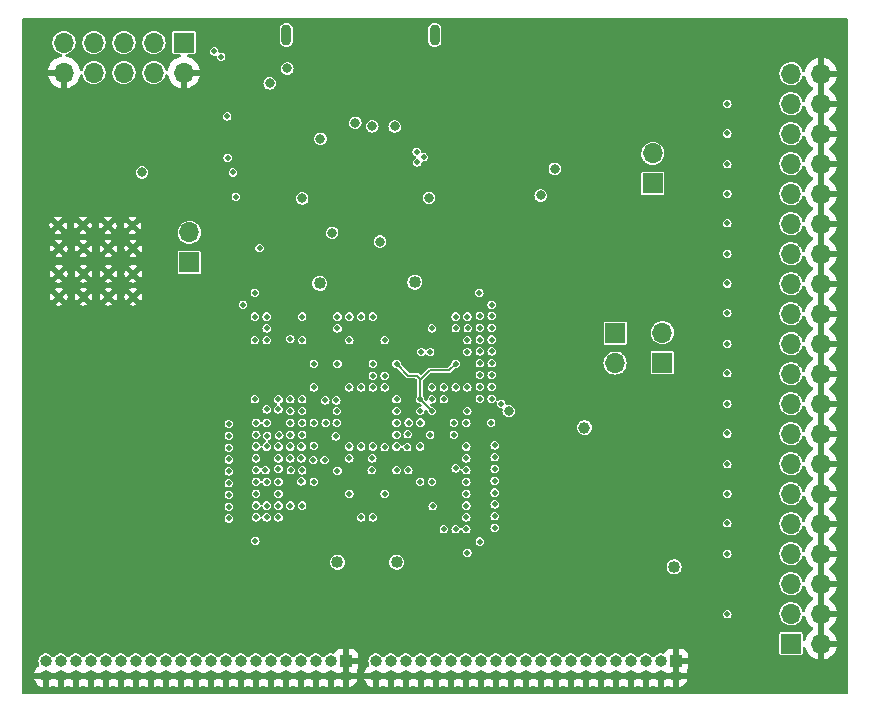
<source format=gbr>
%TF.GenerationSoftware,KiCad,Pcbnew,6.0.10-86aedd382b~118~ubuntu20.04.1*%
%TF.CreationDate,2023-03-05T00:00:34-08:00*%
%TF.ProjectId,ep2c35_trial,65703263-3335-45f7-9472-69616c2e6b69,rev?*%
%TF.SameCoordinates,Original*%
%TF.FileFunction,Copper,L2,Inr*%
%TF.FilePolarity,Positive*%
%FSLAX46Y46*%
G04 Gerber Fmt 4.6, Leading zero omitted, Abs format (unit mm)*
G04 Created by KiCad (PCBNEW 6.0.10-86aedd382b~118~ubuntu20.04.1) date 2023-03-05 00:00:34*
%MOMM*%
%LPD*%
G01*
G04 APERTURE LIST*
%TA.AperFunction,ComponentPad*%
%ADD10R,1.700000X1.700000*%
%TD*%
%TA.AperFunction,ComponentPad*%
%ADD11O,1.700000X1.700000*%
%TD*%
%TA.AperFunction,ComponentPad*%
%ADD12R,1.000000X1.000000*%
%TD*%
%TA.AperFunction,ComponentPad*%
%ADD13O,1.000000X1.000000*%
%TD*%
%TA.AperFunction,ComponentPad*%
%ADD14C,0.460000*%
%TD*%
%TA.AperFunction,ComponentPad*%
%ADD15O,0.900000X1.800000*%
%TD*%
%TA.AperFunction,ViaPad*%
%ADD16C,0.460000*%
%TD*%
%TA.AperFunction,ViaPad*%
%ADD17C,1.000000*%
%TD*%
%TA.AperFunction,ViaPad*%
%ADD18C,1.016000*%
%TD*%
%TA.AperFunction,ViaPad*%
%ADD19C,0.800000*%
%TD*%
%TA.AperFunction,Conductor*%
%ADD20C,0.200000*%
%TD*%
G04 APERTURE END LIST*
D10*
%TO.N,/3V3_LDO*%
%TO.C,J6*%
X129950000Y-67925000D03*
D11*
%TO.N,+3.3V*%
X129950000Y-65385000D03*
%TD*%
D12*
%TO.N,GND*%
%TO.C,J2*%
X171150000Y-101650000D03*
D13*
X171150000Y-102920000D03*
%TO.N,/LVDS_RX_DATA1_7_N*%
X169880000Y-101650000D03*
%TO.N,GND*%
X169880000Y-102920000D03*
%TO.N,/LVDS_RX_DATA1_7_P*%
X168610000Y-101650000D03*
%TO.N,GND*%
X168610000Y-102920000D03*
%TO.N,/LVDS_RX_DATA1_6_N*%
X167340000Y-101650000D03*
%TO.N,GND*%
X167340000Y-102920000D03*
%TO.N,/LVDS_RX_DATA1_6_P*%
X166070000Y-101650000D03*
%TO.N,GND*%
X166070000Y-102920000D03*
%TO.N,/LVDS_RX_DATA1_5_N*%
X164800000Y-101650000D03*
%TO.N,GND*%
X164800000Y-102920000D03*
%TO.N,/LVDS_RX_DATA1_5_P*%
X163530000Y-101650000D03*
%TO.N,GND*%
X163530000Y-102920000D03*
%TO.N,/LVDS_RX_DATA1_4_N*%
X162260000Y-101650000D03*
%TO.N,GND*%
X162260000Y-102920000D03*
%TO.N,/LVDS_RX_DATA1_4_P*%
X160990000Y-101650000D03*
%TO.N,GND*%
X160990000Y-102920000D03*
%TO.N,/LVDS_RX_DATA1_3_N*%
X159720000Y-101650000D03*
%TO.N,GND*%
X159720000Y-102920000D03*
%TO.N,/LVDS_RX_DATA1_3_P*%
X158450000Y-101650000D03*
%TO.N,GND*%
X158450000Y-102920000D03*
%TO.N,/LVDS_RX_DATA1_2_N*%
X157180000Y-101650000D03*
%TO.N,GND*%
X157180000Y-102920000D03*
%TO.N,/LVDS_RX_DATA1_2_P*%
X155910000Y-101650000D03*
%TO.N,GND*%
X155910000Y-102920000D03*
%TO.N,/LVDS_RX_DATA1_1_N*%
X154640000Y-101650000D03*
%TO.N,GND*%
X154640000Y-102920000D03*
%TO.N,/LVDS_RX_DATA1_1_P*%
X153370000Y-101650000D03*
%TO.N,GND*%
X153370000Y-102920000D03*
%TO.N,/LVDS_RX_DATA1_0_N*%
X152100000Y-101650000D03*
%TO.N,GND*%
X152100000Y-102920000D03*
%TO.N,/LVDS_RX_DATA1_0_P*%
X150830000Y-101650000D03*
%TO.N,GND*%
X150830000Y-102920000D03*
%TO.N,/LVDS_RX_FCLK1_N*%
X149560000Y-101650000D03*
%TO.N,GND*%
X149560000Y-102920000D03*
%TO.N,/LVDS_RX_FCLK1_P*%
X148290000Y-101650000D03*
%TO.N,GND*%
X148290000Y-102920000D03*
%TO.N,/LVDS_RX_CLK1_N*%
X147020000Y-101650000D03*
%TO.N,GND*%
X147020000Y-102920000D03*
%TO.N,/LVDS_RX_CLK1_P*%
X145750000Y-101650000D03*
%TO.N,GND*%
X145750000Y-102920000D03*
%TD*%
D10*
%TO.N,+1V2*%
%TO.C,J9*%
X170000000Y-76400000D03*
D11*
%TO.N,/1V2_OPT*%
X170000000Y-73860000D03*
%TD*%
D10*
%TO.N,/VBUS*%
%TO.C,J3*%
X180900000Y-100200000D03*
D11*
%TO.N,GND*%
X183440000Y-100200000D03*
%TO.N,/POD_CLK*%
X180900000Y-97660000D03*
%TO.N,GND*%
X183440000Y-97660000D03*
%TO.N,unconnected-(J3-Pad5)*%
X180900000Y-95120000D03*
%TO.N,GND*%
X183440000Y-95120000D03*
%TO.N,/POD_D15*%
X180900000Y-92580000D03*
%TO.N,GND*%
X183440000Y-92580000D03*
%TO.N,/POD_D14*%
X180900000Y-90040000D03*
%TO.N,GND*%
X183440000Y-90040000D03*
%TO.N,/POD_D13*%
X180900000Y-87500000D03*
%TO.N,GND*%
X183440000Y-87500000D03*
%TO.N,/POD_D12*%
X180900000Y-84960000D03*
%TO.N,GND*%
X183440000Y-84960000D03*
%TO.N,/POD_D11*%
X180900000Y-82420000D03*
%TO.N,GND*%
X183440000Y-82420000D03*
%TO.N,/POD_D10*%
X180900000Y-79880000D03*
%TO.N,GND*%
X183440000Y-79880000D03*
%TO.N,/POD_D9*%
X180900000Y-77340000D03*
%TO.N,GND*%
X183440000Y-77340000D03*
%TO.N,/POD_D8*%
X180900000Y-74800000D03*
%TO.N,GND*%
X183440000Y-74800000D03*
%TO.N,/POD_D7*%
X180900000Y-72260000D03*
%TO.N,GND*%
X183440000Y-72260000D03*
%TO.N,/POD_D6*%
X180900000Y-69720000D03*
%TO.N,GND*%
X183440000Y-69720000D03*
%TO.N,/POD_D5*%
X180900000Y-67180000D03*
%TO.N,GND*%
X183440000Y-67180000D03*
%TO.N,/POD_D4*%
X180900000Y-64640000D03*
%TO.N,GND*%
X183440000Y-64640000D03*
%TO.N,/POD_D3*%
X180900000Y-62100000D03*
%TO.N,GND*%
X183440000Y-62100000D03*
%TO.N,/POD_D2*%
X180900000Y-59560000D03*
%TO.N,GND*%
X183440000Y-59560000D03*
%TO.N,/POD_D1*%
X180900000Y-57020000D03*
%TO.N,GND*%
X183440000Y-57020000D03*
%TO.N,/POD_D0*%
X180900000Y-54480000D03*
%TO.N,GND*%
X183440000Y-54480000D03*
%TO.N,/VBUS*%
X180900000Y-51940000D03*
%TO.N,GND*%
X183440000Y-51940000D03*
%TD*%
D10*
%TO.N,/TCK*%
%TO.C,J5*%
X129500000Y-49300000D03*
D11*
%TO.N,GND*%
X129500000Y-51840000D03*
%TO.N,/TDO*%
X126960000Y-49300000D03*
%TO.N,+3.3V*%
X126960000Y-51840000D03*
%TO.N,/TMS*%
X124420000Y-49300000D03*
%TO.N,unconnected-(J5-Pad6)*%
X124420000Y-51840000D03*
%TO.N,unconnected-(J5-Pad7)*%
X121880000Y-49300000D03*
%TO.N,unconnected-(J5-Pad8)*%
X121880000Y-51840000D03*
%TO.N,/TDI*%
X119340000Y-49300000D03*
%TO.N,GND*%
X119340000Y-51840000D03*
%TD*%
D12*
%TO.N,GND*%
%TO.C,J1*%
X143210000Y-101650000D03*
D13*
X143210000Y-102920000D03*
%TO.N,/LVDS_RX_FCLK0_N*%
X141940000Y-101650000D03*
%TO.N,GND*%
X141940000Y-102920000D03*
%TO.N,/LVDS_RX_FCLK0_P*%
X140670000Y-101650000D03*
%TO.N,GND*%
X140670000Y-102920000D03*
%TO.N,/LVDS_RX_DATA0_7_N*%
X139400000Y-101650000D03*
%TO.N,GND*%
X139400000Y-102920000D03*
%TO.N,/LVDS_RX_DATA0_7_P*%
X138130000Y-101650000D03*
%TO.N,GND*%
X138130000Y-102920000D03*
%TO.N,/LVDS_RX_DATA0_6_N*%
X136860000Y-101650000D03*
%TO.N,GND*%
X136860000Y-102920000D03*
%TO.N,/LVDS_RX_DATA0_6_P*%
X135590000Y-101650000D03*
%TO.N,GND*%
X135590000Y-102920000D03*
%TO.N,/LVDS_RX_DATA0_5_N*%
X134320000Y-101650000D03*
%TO.N,GND*%
X134320000Y-102920000D03*
%TO.N,/LVDS_RX_DATA0_5_P*%
X133050000Y-101650000D03*
%TO.N,GND*%
X133050000Y-102920000D03*
%TO.N,/LVDS_RX_DATA0_4_N*%
X131780000Y-101650000D03*
%TO.N,GND*%
X131780000Y-102920000D03*
%TO.N,/LVDS_RX_DATA0_4_P*%
X130510000Y-101650000D03*
%TO.N,GND*%
X130510000Y-102920000D03*
%TO.N,/LVDS_RX_DATA0_3_N*%
X129240000Y-101650000D03*
%TO.N,GND*%
X129240000Y-102920000D03*
%TO.N,/LVDS_RX_DATA0_3_P*%
X127970000Y-101650000D03*
%TO.N,GND*%
X127970000Y-102920000D03*
%TO.N,/LVDS_RX_DATA0_2_N*%
X126700000Y-101650000D03*
%TO.N,GND*%
X126700000Y-102920000D03*
%TO.N,/LVDS_RX_DATA0_2_P*%
X125430000Y-101650000D03*
%TO.N,GND*%
X125430000Y-102920000D03*
%TO.N,/LVDS_RX_DATA0_1_N*%
X124160000Y-101650000D03*
%TO.N,GND*%
X124160000Y-102920000D03*
%TO.N,/LVDS_RX_DATA0_1_P*%
X122890000Y-101650000D03*
%TO.N,GND*%
X122890000Y-102920000D03*
%TO.N,/LVDS_RX_DATA0_0_N*%
X121620000Y-101650000D03*
%TO.N,GND*%
X121620000Y-102920000D03*
%TO.N,/LVDS_RX_DATA0_0_P*%
X120350000Y-101650000D03*
%TO.N,GND*%
X120350000Y-102920000D03*
%TO.N,/LVDS_RX_CLK0_N*%
X119080000Y-101650000D03*
%TO.N,GND*%
X119080000Y-102920000D03*
%TO.N,/LVDS_RX_CLK0_P*%
X117810000Y-101650000D03*
%TO.N,GND*%
X117810000Y-102920000D03*
%TD*%
D14*
%TO.N,GND*%
%TO.C,U2*%
X118850000Y-64783750D03*
X118900000Y-68883750D03*
X120950000Y-64783750D03*
X123100000Y-68883750D03*
X125150000Y-64783750D03*
X123100000Y-70833750D03*
X123050000Y-64783750D03*
X125200000Y-68883750D03*
X121000000Y-68883750D03*
X125200000Y-70833750D03*
X125200000Y-66733750D03*
X121000000Y-66733750D03*
X123100000Y-66733750D03*
X118900000Y-66733750D03*
X121000000Y-70833750D03*
X118900000Y-70833750D03*
%TD*%
D10*
%TO.N,/1V2_LDO*%
%TO.C,J8*%
X166000000Y-73900000D03*
D11*
%TO.N,+1V2*%
X166000000Y-76440000D03*
%TD*%
D15*
%TO.N,/USB_SHIELD*%
%TO.C,J4*%
X150725000Y-48650000D03*
X138175000Y-48650000D03*
%TD*%
D10*
%TO.N,/2V5_LDO*%
%TO.C,J7*%
X169200000Y-61230000D03*
D11*
%TO.N,+2V5*%
X169200000Y-58690000D03*
%TD*%
D16*
%TO.N,+1V2*%
X146500000Y-77500000D03*
X138500000Y-74400000D03*
X150500000Y-86500000D03*
X141450000Y-79600000D03*
X148500000Y-85500000D03*
X147500000Y-82500000D03*
X146500000Y-78500000D03*
X145500000Y-78500000D03*
X143500000Y-83500000D03*
X142450000Y-80500000D03*
X149500000Y-80500000D03*
X143500000Y-84500000D03*
X140500000Y-76500000D03*
X145500000Y-76500000D03*
X145400000Y-85500000D03*
X145450000Y-84500000D03*
X143500000Y-78500000D03*
X144500000Y-78500000D03*
X147500000Y-83500000D03*
X147500000Y-80500000D03*
X142400000Y-79600000D03*
X145500000Y-77500000D03*
X139450000Y-86450000D03*
X144500000Y-83500000D03*
X146500000Y-83550000D03*
X147500000Y-81500000D03*
X145500000Y-83500000D03*
X147500000Y-79500000D03*
X150350000Y-75500000D03*
X142450000Y-81500000D03*
X142350000Y-82650000D03*
%TO.N,/LVDS101*%
X152500000Y-72500000D03*
X153500000Y-72500000D03*
%TO.N,/LVDS100*%
X153525000Y-73475000D03*
X152525000Y-73475000D03*
%TO.N,/LVDS105*%
X153500000Y-74500000D03*
X153500000Y-75500000D03*
%TO.N,/LVDS111*%
X150500000Y-78500000D03*
X151500000Y-78500000D03*
%TO.N,/LVDS117*%
X150500000Y-79500000D03*
X151500000Y-79500000D03*
%TO.N,/LVDS120*%
X153500000Y-78500000D03*
X152500000Y-78500000D03*
%TO.N,/LVDS130*%
X149525000Y-81475000D03*
X148525000Y-81475000D03*
%TO.N,/LVDS132*%
X148400000Y-83550000D03*
X148450000Y-82450000D03*
%TO.N,+2V5*%
X152350000Y-81500000D03*
X137500000Y-85400000D03*
D17*
X163400000Y-81900000D03*
D16*
X146500000Y-87500000D03*
X149500000Y-83500000D03*
X147500000Y-85500000D03*
X154550000Y-91550000D03*
X135550000Y-91500000D03*
X145500000Y-89500000D03*
X139500000Y-88500000D03*
X136500000Y-81500000D03*
X150550000Y-88550000D03*
X152500000Y-85350000D03*
X144500000Y-89500000D03*
X140500000Y-83450000D03*
X142500000Y-85550000D03*
X153500000Y-92500000D03*
X143500000Y-87500000D03*
%TO.N,+1V2A*%
X140500000Y-86500000D03*
X149600000Y-75500000D03*
D18*
X141000000Y-69700000D03*
X142500000Y-93300000D03*
X171000000Y-93700000D03*
X147500000Y-93300000D03*
D16*
X139500000Y-74500000D03*
X149500000Y-86500000D03*
D18*
X149050000Y-69600000D03*
D16*
%TO.N,/LVDS_RX_DATA0_7_N*%
X135600000Y-89500000D03*
%TO.N,/LVDS_RX_DATA0_7_P*%
X133300000Y-89600000D03*
%TO.N,/LVDS_RX_DATA0_6_N*%
X135600000Y-88500000D03*
%TO.N,/LVDS_RX_DATA0_6_P*%
X133300000Y-88600000D03*
%TO.N,/LVDS_RX_DATA0_5_N*%
X135600000Y-87500000D03*
%TO.N,/LVDS_RX_DATA0_5_P*%
X133300000Y-87600000D03*
%TO.N,/LVDS_RX_DATA0_4_N*%
X135600000Y-86500000D03*
%TO.N,/LVDS_RX_DATA0_4_P*%
X133300000Y-86600000D03*
%TO.N,/LVDS_RX_DATA0_3_N*%
X135600000Y-85500000D03*
%TO.N,/LVDS_RX_DATA0_3_P*%
X133300000Y-85600000D03*
%TO.N,/LVDS_RX_DATA0_2_N*%
X135600000Y-84500000D03*
%TO.N,/LVDS_RX_DATA0_2_P*%
X133300000Y-84600000D03*
%TO.N,/LVDS_RX_DATA0_1_N*%
X135600000Y-83500000D03*
%TO.N,/LVDS_RX_DATA0_1_P*%
X133300000Y-83600000D03*
%TO.N,/LVDS_RX_DATA0_0_N*%
X135600000Y-82500000D03*
%TO.N,/LVDS_RX_DATA0_0_P*%
X133300000Y-82600000D03*
%TO.N,/LVDS_RX_FCLK0_N*%
X137500000Y-89500000D03*
%TO.N,/LVDS_RX_FCLK0_P*%
X136500000Y-89500000D03*
%TO.N,/LVDS_RX_CLK0_P*%
X133300000Y-81600000D03*
%TO.N,/LVDS_RX_CLK0_N*%
X135600000Y-81500000D03*
D19*
%TO.N,+3.3V*%
X141060749Y-57439251D03*
D16*
X153500000Y-80500000D03*
X140500000Y-78500000D03*
X154500000Y-70500000D03*
D19*
X159700000Y-62250000D03*
X145449001Y-56389366D03*
D16*
X147500000Y-76500000D03*
X150500000Y-73500000D03*
D19*
X146100000Y-66150000D03*
X160900000Y-60000000D03*
D16*
X146500000Y-74500000D03*
X134500000Y-71500000D03*
X150500000Y-80500000D03*
D19*
X144000500Y-56100000D03*
X125950000Y-60300000D03*
X142050000Y-65400000D03*
D16*
X143500000Y-74500000D03*
D19*
X147350000Y-56400000D03*
D16*
X145500000Y-72500000D03*
D19*
X150250000Y-62450000D03*
X139500000Y-62500000D03*
X157000000Y-80500000D03*
D16*
X142500000Y-76500000D03*
X136500000Y-80350000D03*
X139500000Y-72500000D03*
X149500000Y-79500000D03*
X155550000Y-71500000D03*
X144500000Y-72500000D03*
X152500000Y-76500000D03*
X135500000Y-70500000D03*
%TO.N,/LVDS_RX_DATA1_7_N*%
X153400000Y-83500000D03*
%TO.N,/LVDS_RX_DATA1_7_P*%
X155800000Y-83400000D03*
%TO.N,/LVDS_RX_DATA1_6_N*%
X153400000Y-84500000D03*
%TO.N,/LVDS_RX_DATA1_6_P*%
X155800000Y-84400000D03*
%TO.N,/LVDS_RX_DATA1_5_N*%
X153400000Y-85500000D03*
%TO.N,/LVDS_RX_DATA1_5_P*%
X155800000Y-85400000D03*
%TO.N,/LVDS_RX_DATA1_4_N*%
X153400000Y-86500000D03*
%TO.N,/LVDS_RX_DATA1_4_P*%
X155800000Y-86400000D03*
%TO.N,/LVDS_RX_DATA1_3_N*%
X153400000Y-87500000D03*
%TO.N,/LVDS_RX_DATA1_3_P*%
X155800000Y-87400000D03*
%TO.N,/LVDS_RX_DATA1_2_N*%
X153400000Y-88500000D03*
%TO.N,/LVDS_RX_DATA1_2_P*%
X155800000Y-88400000D03*
%TO.N,/LVDS_RX_DATA1_1_N*%
X153400000Y-89500000D03*
%TO.N,/LVDS_RX_DATA1_1_P*%
X155800000Y-89400000D03*
%TO.N,/LVDS_RX_DATA1_0_N*%
X153400000Y-90500000D03*
%TO.N,/LVDS_RX_DATA1_0_P*%
X155800000Y-90400000D03*
%TO.N,/LVDS_RX_FCLK1_N*%
X151500000Y-90500000D03*
%TO.N,/LVDS_RX_FCLK1_P*%
X152500000Y-90500000D03*
%TO.N,/LVDS_RX_CLK1_N*%
X153400000Y-81500000D03*
%TO.N,Net-(R2-Pad2)*%
X137500000Y-80350000D03*
%TO.N,Net-(U1-PadP3)*%
X136400000Y-85500000D03*
X136500000Y-83500000D03*
D19*
%TO.N,/VBUS*%
X138250000Y-51500000D03*
D16*
%TO.N,/FT_WAKEUP_N*%
X142500000Y-72500000D03*
X149250000Y-59450000D03*
%TO.N,/FT_GPIO0*%
X149800000Y-59000000D03*
X142500000Y-73500000D03*
%TO.N,/FT_GPIO1*%
X149200000Y-58550000D03*
X143500000Y-72500000D03*
D19*
%TO.N,/USB_SHIELD*%
X136750000Y-52750000D03*
D16*
%TO.N,Net-(U1-PadV4)*%
X138500000Y-88500000D03*
X137500000Y-87500000D03*
%TO.N,/LVDS_RX_CLK1_P*%
X155500000Y-81500000D03*
D19*
%TO.N,GND*%
X138400000Y-52950000D03*
X135510000Y-56700000D03*
D16*
X145500000Y-80500000D03*
D17*
X162090000Y-70490000D03*
D16*
X149550000Y-87500000D03*
X143500000Y-80500000D03*
X155500000Y-70500000D03*
D17*
X159550000Y-70450000D03*
D16*
X151450000Y-75500000D03*
X137500000Y-81500000D03*
X140500000Y-75500000D03*
X154425000Y-90575000D03*
X140500000Y-79500000D03*
X153500000Y-77500000D03*
D19*
X138000000Y-58500000D03*
D16*
X142500000Y-77500000D03*
D19*
X164800000Y-58600000D03*
D16*
X150500000Y-76550000D03*
X143500000Y-82500000D03*
D19*
X159800000Y-66050000D03*
D16*
X146500000Y-84500000D03*
X138500000Y-72500000D03*
X150500000Y-85500000D03*
X138500000Y-86500000D03*
X146500000Y-88500000D03*
X146450000Y-80500000D03*
X152500000Y-86500000D03*
X135600000Y-90500000D03*
D19*
X140400000Y-49999500D03*
D16*
X151500000Y-83500000D03*
X143500000Y-73500000D03*
D19*
X159900000Y-81900000D03*
D16*
X154500000Y-71500000D03*
X142450000Y-78500000D03*
D19*
X140450000Y-65200000D03*
D16*
X143500000Y-81500000D03*
X152500000Y-79500000D03*
X136600000Y-84500000D03*
X140500000Y-82500000D03*
X141500000Y-90500000D03*
X148500000Y-79500000D03*
D19*
X150550000Y-58200000D03*
D16*
X138500000Y-87500000D03*
X139600000Y-75500000D03*
X145500000Y-79500000D03*
X134500000Y-79500000D03*
X143500000Y-76500000D03*
X148500000Y-76500000D03*
D19*
X162300000Y-53600000D03*
X143650000Y-67500000D03*
X162300000Y-58600000D03*
D16*
X143500000Y-79500000D03*
D19*
X163600000Y-58600000D03*
D16*
X145500000Y-81500000D03*
X137500000Y-76500000D03*
X148500000Y-80500000D03*
X155550000Y-91500000D03*
X144500000Y-80500000D03*
X136500000Y-79500000D03*
D19*
X164800000Y-53600000D03*
D17*
X163340000Y-70490000D03*
D16*
X144500000Y-82500000D03*
D17*
X160840000Y-70490000D03*
D16*
X141500000Y-83500000D03*
D19*
X163600000Y-53600000D03*
D16*
X149500000Y-82500000D03*
D19*
X144400000Y-60800000D03*
D16*
X143500000Y-77500000D03*
D19*
X166100000Y-58600000D03*
D16*
X146500000Y-85500000D03*
X146500000Y-76500000D03*
X152500000Y-88500000D03*
D19*
X166100000Y-53600000D03*
D16*
X143500000Y-85500000D03*
X152550000Y-75500000D03*
D17*
X170800000Y-67450000D03*
D16*
X145500000Y-82500000D03*
X140500000Y-88500000D03*
X134500000Y-70500000D03*
X143500000Y-88500000D03*
X141500000Y-72500000D03*
X147500000Y-73500000D03*
D19*
X151750000Y-67350000D03*
D16*
X142350000Y-84600000D03*
X149500000Y-74500000D03*
X144500000Y-81500000D03*
X151500000Y-87500000D03*
X134450000Y-91500000D03*
X142350000Y-83650000D03*
D19*
X165300000Y-81950000D03*
D16*
X144500000Y-79500000D03*
X151500000Y-73500000D03*
X135500000Y-71500000D03*
D19*
X145150500Y-65671007D03*
D16*
X150500000Y-87500000D03*
D19*
X161500000Y-81900000D03*
D16*
X136500000Y-87500000D03*
X150350000Y-74500000D03*
D19*
X156930000Y-55827500D03*
X138600000Y-62500000D03*
D16*
X146450000Y-79500000D03*
X146500000Y-73500000D03*
D19*
X123495000Y-60305000D03*
X145797542Y-49999500D03*
D16*
X141500000Y-82500000D03*
X148500000Y-89500000D03*
X146450000Y-82500000D03*
X146450000Y-81500000D03*
%TO.N,/TCK*%
X135500000Y-79500000D03*
%TO.N,/TDO*%
X138500000Y-80500000D03*
X132050000Y-50050000D03*
%TO.N,/TMS*%
X139500000Y-79500000D03*
%TO.N,/TDI*%
X132650000Y-50500000D03*
X138500000Y-79500000D03*
%TO.N,/SPI_nCS*%
X133150000Y-55550000D03*
X135500000Y-72500000D03*
%TO.N,/SPI_ADS*%
X136500000Y-72500000D03*
X133650000Y-60300000D03*
%TO.N,/SPI_DATA0*%
X133900000Y-62350000D03*
X137500000Y-79500000D03*
%TO.N,/SPI_DCLK*%
X133200000Y-59050000D03*
X139500000Y-80500000D03*
%TO.N,/CRC_ERROR*%
X135900000Y-66700000D03*
X136500000Y-73500000D03*
%TO.N,/LVDS26*%
X138500000Y-81500000D03*
X139500000Y-81500000D03*
%TO.N,/LVDS23*%
X141500000Y-81500000D03*
X140500000Y-81500000D03*
%TO.N,/LVDS20*%
X137550000Y-82550000D03*
X136550000Y-82600000D03*
%TO.N,/LVDS22*%
X139500000Y-82500000D03*
X138500000Y-82500000D03*
%TO.N,/LVDS12*%
X137500000Y-83500000D03*
X137500000Y-84500000D03*
%TO.N,/LVDS17*%
X138500000Y-83500000D03*
X139450000Y-83500000D03*
%TO.N,/LVDS10*%
X138500000Y-84500000D03*
X139450000Y-84500000D03*
%TO.N,/LVDS18*%
X140450000Y-84650000D03*
X141400000Y-84650000D03*
%TO.N,/LVDS7*%
X138550000Y-85500000D03*
X139500000Y-85500000D03*
%TO.N,/LVDS2*%
X137500000Y-88500000D03*
X136500000Y-88500000D03*
%TO.N,/nSTATUS*%
X152350000Y-82500000D03*
%TO.N,/CONF_DONE*%
X150350000Y-82500000D03*
%TO.N,/LVDS48*%
X136500000Y-74500000D03*
X135500000Y-74500000D03*
%TO.N,Net-(U1-PadU3)*%
X136500000Y-86500000D03*
X137500000Y-86500000D03*
%TO.N,/DIG_CLK*%
X175500000Y-97700000D03*
X156350000Y-79900000D03*
%TO.N,/DIG_D15*%
X175500000Y-92600000D03*
X155550000Y-79450000D03*
%TO.N,/DIG_D14*%
X154550000Y-79450000D03*
X175500000Y-90000000D03*
%TO.N,/DIG_D13*%
X155550000Y-78450000D03*
X175500000Y-87500000D03*
%TO.N,/DIG_D12*%
X154550000Y-78450000D03*
X175500000Y-85000000D03*
%TO.N,/DIG_D11*%
X175500000Y-82400000D03*
X155550000Y-77450000D03*
%TO.N,/DIG_D10*%
X175500000Y-79900000D03*
X154550000Y-77450000D03*
%TO.N,/DIG_D9*%
X155550000Y-76450000D03*
X175500000Y-77300000D03*
%TO.N,/DIG_D8*%
X175500000Y-74800000D03*
X154550000Y-76450000D03*
%TO.N,/DIG_D7*%
X175500000Y-72200000D03*
X155550000Y-75450000D03*
%TO.N,/DIG_D6*%
X175500000Y-69700000D03*
X154550000Y-75450000D03*
%TO.N,/DIG_D5*%
X155550000Y-74450000D03*
X175500000Y-67200000D03*
%TO.N,/DIG_D4*%
X175500000Y-64600000D03*
X154550000Y-74450000D03*
%TO.N,/DIG_D3*%
X175500000Y-62100000D03*
X155550000Y-73450000D03*
%TO.N,/DIG_D2*%
X175500000Y-59600000D03*
X154550000Y-73450000D03*
%TO.N,/DIG_D1*%
X175500000Y-57000000D03*
X155550000Y-72450000D03*
%TO.N,/DIG_D0*%
X175500000Y-54500000D03*
X154550000Y-72450000D03*
%TD*%
D20*
%TO.N,+3.3V*%
X151950000Y-77050000D02*
X152500000Y-76500000D01*
X148500000Y-77500000D02*
X147500000Y-76500000D01*
X150500000Y-80500000D02*
X149500000Y-79500000D01*
X149500000Y-77750000D02*
X149250000Y-77500000D01*
X149250000Y-77500000D02*
X148500000Y-77500000D01*
X150300000Y-77050000D02*
X151950000Y-77050000D01*
X149500000Y-77850000D02*
X150300000Y-77050000D01*
X149500000Y-77850000D02*
X149500000Y-77750000D01*
X149500000Y-79500000D02*
X149500000Y-77850000D01*
%TD*%
%TA.AperFunction,Conductor*%
%TO.N,GND*%
G36*
X185670621Y-47270502D02*
G01*
X185717114Y-47324158D01*
X185728500Y-47376500D01*
X185728500Y-104321500D01*
X185708498Y-104389621D01*
X185654842Y-104436114D01*
X185602500Y-104447500D01*
X115905500Y-104447500D01*
X115837379Y-104427498D01*
X115790886Y-104373842D01*
X115779500Y-104321500D01*
X115779500Y-103185975D01*
X116837601Y-103185975D01*
X116866552Y-103286941D01*
X116871067Y-103298345D01*
X116955794Y-103463207D01*
X116962435Y-103473512D01*
X117077568Y-103618772D01*
X117086091Y-103627598D01*
X117227245Y-103747730D01*
X117237317Y-103754730D01*
X117399116Y-103845156D01*
X117410356Y-103850067D01*
X117538768Y-103891790D01*
X117552867Y-103892193D01*
X117556000Y-103885821D01*
X117556000Y-103877564D01*
X118064000Y-103877564D01*
X118067973Y-103891095D01*
X118076188Y-103892276D01*
X118170337Y-103865989D01*
X118181787Y-103861548D01*
X118347224Y-103777980D01*
X118357589Y-103771402D01*
X118366503Y-103764438D01*
X118432497Y-103738261D01*
X118505545Y-103753740D01*
X118669116Y-103845156D01*
X118680356Y-103850067D01*
X118808768Y-103891790D01*
X118822867Y-103892193D01*
X118826000Y-103885821D01*
X118826000Y-103877564D01*
X119334000Y-103877564D01*
X119337973Y-103891095D01*
X119346188Y-103892276D01*
X119440337Y-103865989D01*
X119451787Y-103861548D01*
X119617224Y-103777980D01*
X119627589Y-103771402D01*
X119636503Y-103764438D01*
X119702497Y-103738261D01*
X119775545Y-103753740D01*
X119939116Y-103845156D01*
X119950356Y-103850067D01*
X120078768Y-103891790D01*
X120092867Y-103892193D01*
X120096000Y-103885821D01*
X120096000Y-103877564D01*
X120604000Y-103877564D01*
X120607973Y-103891095D01*
X120616188Y-103892276D01*
X120710337Y-103865989D01*
X120721787Y-103861548D01*
X120887224Y-103777980D01*
X120897589Y-103771402D01*
X120906503Y-103764438D01*
X120972497Y-103738261D01*
X121045545Y-103753740D01*
X121209116Y-103845156D01*
X121220356Y-103850067D01*
X121348768Y-103891790D01*
X121362867Y-103892193D01*
X121366000Y-103885821D01*
X121366000Y-103877564D01*
X121874000Y-103877564D01*
X121877973Y-103891095D01*
X121886188Y-103892276D01*
X121980337Y-103865989D01*
X121991787Y-103861548D01*
X122157224Y-103777980D01*
X122167589Y-103771402D01*
X122176503Y-103764438D01*
X122242497Y-103738261D01*
X122315545Y-103753740D01*
X122479116Y-103845156D01*
X122490356Y-103850067D01*
X122618768Y-103891790D01*
X122632867Y-103892193D01*
X122636000Y-103885821D01*
X122636000Y-103877564D01*
X123144000Y-103877564D01*
X123147973Y-103891095D01*
X123156188Y-103892276D01*
X123250337Y-103865989D01*
X123261787Y-103861548D01*
X123427224Y-103777980D01*
X123437589Y-103771402D01*
X123446503Y-103764438D01*
X123512497Y-103738261D01*
X123585545Y-103753740D01*
X123749116Y-103845156D01*
X123760356Y-103850067D01*
X123888768Y-103891790D01*
X123902867Y-103892193D01*
X123906000Y-103885821D01*
X123906000Y-103877564D01*
X124414000Y-103877564D01*
X124417973Y-103891095D01*
X124426188Y-103892276D01*
X124520337Y-103865989D01*
X124531787Y-103861548D01*
X124697224Y-103777980D01*
X124707589Y-103771402D01*
X124716503Y-103764438D01*
X124782497Y-103738261D01*
X124855545Y-103753740D01*
X125019116Y-103845156D01*
X125030356Y-103850067D01*
X125158768Y-103891790D01*
X125172867Y-103892193D01*
X125176000Y-103885821D01*
X125176000Y-103877564D01*
X125684000Y-103877564D01*
X125687973Y-103891095D01*
X125696188Y-103892276D01*
X125790337Y-103865989D01*
X125801787Y-103861548D01*
X125967224Y-103777980D01*
X125977589Y-103771402D01*
X125986503Y-103764438D01*
X126052497Y-103738261D01*
X126125545Y-103753740D01*
X126289116Y-103845156D01*
X126300356Y-103850067D01*
X126428768Y-103891790D01*
X126442867Y-103892193D01*
X126446000Y-103885821D01*
X126446000Y-103877564D01*
X126954000Y-103877564D01*
X126957973Y-103891095D01*
X126966188Y-103892276D01*
X127060337Y-103865989D01*
X127071787Y-103861548D01*
X127237224Y-103777980D01*
X127247589Y-103771402D01*
X127256503Y-103764438D01*
X127322497Y-103738261D01*
X127395545Y-103753740D01*
X127559116Y-103845156D01*
X127570356Y-103850067D01*
X127698768Y-103891790D01*
X127712867Y-103892193D01*
X127716000Y-103885821D01*
X127716000Y-103877564D01*
X128224000Y-103877564D01*
X128227973Y-103891095D01*
X128236188Y-103892276D01*
X128330337Y-103865989D01*
X128341787Y-103861548D01*
X128507224Y-103777980D01*
X128517589Y-103771402D01*
X128526503Y-103764438D01*
X128592497Y-103738261D01*
X128665545Y-103753740D01*
X128829116Y-103845156D01*
X128840356Y-103850067D01*
X128968768Y-103891790D01*
X128982867Y-103892193D01*
X128986000Y-103885821D01*
X128986000Y-103877564D01*
X129494000Y-103877564D01*
X129497973Y-103891095D01*
X129506188Y-103892276D01*
X129600337Y-103865989D01*
X129611787Y-103861548D01*
X129777224Y-103777980D01*
X129787589Y-103771402D01*
X129796503Y-103764438D01*
X129862497Y-103738261D01*
X129935545Y-103753740D01*
X130099116Y-103845156D01*
X130110356Y-103850067D01*
X130238768Y-103891790D01*
X130252867Y-103892193D01*
X130256000Y-103885821D01*
X130256000Y-103877564D01*
X130764000Y-103877564D01*
X130767973Y-103891095D01*
X130776188Y-103892276D01*
X130870337Y-103865989D01*
X130881787Y-103861548D01*
X131047224Y-103777980D01*
X131057589Y-103771402D01*
X131066503Y-103764438D01*
X131132497Y-103738261D01*
X131205545Y-103753740D01*
X131369116Y-103845156D01*
X131380356Y-103850067D01*
X131508768Y-103891790D01*
X131522867Y-103892193D01*
X131526000Y-103885821D01*
X131526000Y-103877564D01*
X132034000Y-103877564D01*
X132037973Y-103891095D01*
X132046188Y-103892276D01*
X132140337Y-103865989D01*
X132151787Y-103861548D01*
X132317224Y-103777980D01*
X132327589Y-103771402D01*
X132336503Y-103764438D01*
X132402497Y-103738261D01*
X132475545Y-103753740D01*
X132639116Y-103845156D01*
X132650356Y-103850067D01*
X132778768Y-103891790D01*
X132792867Y-103892193D01*
X132796000Y-103885821D01*
X132796000Y-103877564D01*
X133304000Y-103877564D01*
X133307973Y-103891095D01*
X133316188Y-103892276D01*
X133410337Y-103865989D01*
X133421787Y-103861548D01*
X133587224Y-103777980D01*
X133597589Y-103771402D01*
X133606503Y-103764438D01*
X133672497Y-103738261D01*
X133745545Y-103753740D01*
X133909116Y-103845156D01*
X133920356Y-103850067D01*
X134048768Y-103891790D01*
X134062867Y-103892193D01*
X134066000Y-103885821D01*
X134066000Y-103877564D01*
X134574000Y-103877564D01*
X134577973Y-103891095D01*
X134586188Y-103892276D01*
X134680337Y-103865989D01*
X134691787Y-103861548D01*
X134857224Y-103777980D01*
X134867589Y-103771402D01*
X134876503Y-103764438D01*
X134942497Y-103738261D01*
X135015545Y-103753740D01*
X135179116Y-103845156D01*
X135190356Y-103850067D01*
X135318768Y-103891790D01*
X135332867Y-103892193D01*
X135336000Y-103885821D01*
X135336000Y-103877564D01*
X135844000Y-103877564D01*
X135847973Y-103891095D01*
X135856188Y-103892276D01*
X135950337Y-103865989D01*
X135961787Y-103861548D01*
X136127224Y-103777980D01*
X136137589Y-103771402D01*
X136146503Y-103764438D01*
X136212497Y-103738261D01*
X136285545Y-103753740D01*
X136449116Y-103845156D01*
X136460356Y-103850067D01*
X136588768Y-103891790D01*
X136602867Y-103892193D01*
X136606000Y-103885821D01*
X136606000Y-103877564D01*
X137114000Y-103877564D01*
X137117973Y-103891095D01*
X137126188Y-103892276D01*
X137220337Y-103865989D01*
X137231787Y-103861548D01*
X137397224Y-103777980D01*
X137407589Y-103771402D01*
X137416503Y-103764438D01*
X137482497Y-103738261D01*
X137555545Y-103753740D01*
X137719116Y-103845156D01*
X137730356Y-103850067D01*
X137858768Y-103891790D01*
X137872867Y-103892193D01*
X137876000Y-103885821D01*
X137876000Y-103877564D01*
X138384000Y-103877564D01*
X138387973Y-103891095D01*
X138396188Y-103892276D01*
X138490337Y-103865989D01*
X138501787Y-103861548D01*
X138667224Y-103777980D01*
X138677589Y-103771402D01*
X138686503Y-103764438D01*
X138752497Y-103738261D01*
X138825545Y-103753740D01*
X138989116Y-103845156D01*
X139000356Y-103850067D01*
X139128768Y-103891790D01*
X139142867Y-103892193D01*
X139146000Y-103885821D01*
X139146000Y-103877564D01*
X139654000Y-103877564D01*
X139657973Y-103891095D01*
X139666188Y-103892276D01*
X139760337Y-103865989D01*
X139771787Y-103861548D01*
X139937224Y-103777980D01*
X139947589Y-103771402D01*
X139956503Y-103764438D01*
X140022497Y-103738261D01*
X140095545Y-103753740D01*
X140259116Y-103845156D01*
X140270356Y-103850067D01*
X140398768Y-103891790D01*
X140412867Y-103892193D01*
X140416000Y-103885821D01*
X140416000Y-103877564D01*
X140924000Y-103877564D01*
X140927973Y-103891095D01*
X140936188Y-103892276D01*
X141030337Y-103865989D01*
X141041787Y-103861548D01*
X141207224Y-103777980D01*
X141217589Y-103771402D01*
X141226503Y-103764438D01*
X141292497Y-103738261D01*
X141365545Y-103753740D01*
X141529116Y-103845156D01*
X141540356Y-103850067D01*
X141668768Y-103891790D01*
X141682867Y-103892193D01*
X141686000Y-103885821D01*
X141686000Y-103877564D01*
X142194000Y-103877564D01*
X142197973Y-103891095D01*
X142206188Y-103892276D01*
X142300337Y-103865989D01*
X142311787Y-103861548D01*
X142477224Y-103777980D01*
X142487589Y-103771402D01*
X142496503Y-103764438D01*
X142562497Y-103738261D01*
X142635545Y-103753740D01*
X142799116Y-103845156D01*
X142810356Y-103850067D01*
X142938768Y-103891790D01*
X142952867Y-103892193D01*
X142956000Y-103885821D01*
X142956000Y-103877564D01*
X143464000Y-103877564D01*
X143467973Y-103891095D01*
X143476188Y-103892276D01*
X143570337Y-103865989D01*
X143581787Y-103861548D01*
X143747226Y-103777979D01*
X143757585Y-103771404D01*
X143903639Y-103657295D01*
X143912527Y-103648831D01*
X144033643Y-103508517D01*
X144040711Y-103498497D01*
X144132262Y-103337337D01*
X144137256Y-103326121D01*
X144182142Y-103191190D01*
X144182327Y-103185975D01*
X144777601Y-103185975D01*
X144806552Y-103286941D01*
X144811067Y-103298345D01*
X144895794Y-103463207D01*
X144902435Y-103473512D01*
X145017568Y-103618772D01*
X145026091Y-103627598D01*
X145167245Y-103747730D01*
X145177317Y-103754730D01*
X145339116Y-103845156D01*
X145350356Y-103850067D01*
X145478768Y-103891790D01*
X145492867Y-103892193D01*
X145496000Y-103885821D01*
X145496000Y-103877564D01*
X146004000Y-103877564D01*
X146007973Y-103891095D01*
X146016188Y-103892276D01*
X146110337Y-103865989D01*
X146121787Y-103861548D01*
X146287224Y-103777980D01*
X146297589Y-103771402D01*
X146306503Y-103764438D01*
X146372497Y-103738261D01*
X146445545Y-103753740D01*
X146609116Y-103845156D01*
X146620356Y-103850067D01*
X146748768Y-103891790D01*
X146762867Y-103892193D01*
X146766000Y-103885821D01*
X146766000Y-103877564D01*
X147274000Y-103877564D01*
X147277973Y-103891095D01*
X147286188Y-103892276D01*
X147380337Y-103865989D01*
X147391787Y-103861548D01*
X147557224Y-103777980D01*
X147567589Y-103771402D01*
X147576503Y-103764438D01*
X147642497Y-103738261D01*
X147715545Y-103753740D01*
X147879116Y-103845156D01*
X147890356Y-103850067D01*
X148018768Y-103891790D01*
X148032867Y-103892193D01*
X148036000Y-103885821D01*
X148036000Y-103877564D01*
X148544000Y-103877564D01*
X148547973Y-103891095D01*
X148556188Y-103892276D01*
X148650337Y-103865989D01*
X148661787Y-103861548D01*
X148827224Y-103777980D01*
X148837589Y-103771402D01*
X148846503Y-103764438D01*
X148912497Y-103738261D01*
X148985545Y-103753740D01*
X149149116Y-103845156D01*
X149160356Y-103850067D01*
X149288768Y-103891790D01*
X149302867Y-103892193D01*
X149306000Y-103885821D01*
X149306000Y-103877564D01*
X149814000Y-103877564D01*
X149817973Y-103891095D01*
X149826188Y-103892276D01*
X149920337Y-103865989D01*
X149931787Y-103861548D01*
X150097224Y-103777980D01*
X150107589Y-103771402D01*
X150116503Y-103764438D01*
X150182497Y-103738261D01*
X150255545Y-103753740D01*
X150419116Y-103845156D01*
X150430356Y-103850067D01*
X150558768Y-103891790D01*
X150572867Y-103892193D01*
X150576000Y-103885821D01*
X150576000Y-103877564D01*
X151084000Y-103877564D01*
X151087973Y-103891095D01*
X151096188Y-103892276D01*
X151190337Y-103865989D01*
X151201787Y-103861548D01*
X151367224Y-103777980D01*
X151377589Y-103771402D01*
X151386503Y-103764438D01*
X151452497Y-103738261D01*
X151525545Y-103753740D01*
X151689116Y-103845156D01*
X151700356Y-103850067D01*
X151828768Y-103891790D01*
X151842867Y-103892193D01*
X151846000Y-103885821D01*
X151846000Y-103877564D01*
X152354000Y-103877564D01*
X152357973Y-103891095D01*
X152366188Y-103892276D01*
X152460337Y-103865989D01*
X152471787Y-103861548D01*
X152637224Y-103777980D01*
X152647589Y-103771402D01*
X152656503Y-103764438D01*
X152722497Y-103738261D01*
X152795545Y-103753740D01*
X152959116Y-103845156D01*
X152970356Y-103850067D01*
X153098768Y-103891790D01*
X153112867Y-103892193D01*
X153116000Y-103885821D01*
X153116000Y-103877564D01*
X153624000Y-103877564D01*
X153627973Y-103891095D01*
X153636188Y-103892276D01*
X153730337Y-103865989D01*
X153741787Y-103861548D01*
X153907224Y-103777980D01*
X153917589Y-103771402D01*
X153926503Y-103764438D01*
X153992497Y-103738261D01*
X154065545Y-103753740D01*
X154229116Y-103845156D01*
X154240356Y-103850067D01*
X154368768Y-103891790D01*
X154382867Y-103892193D01*
X154386000Y-103885821D01*
X154386000Y-103877564D01*
X154894000Y-103877564D01*
X154897973Y-103891095D01*
X154906188Y-103892276D01*
X155000337Y-103865989D01*
X155011787Y-103861548D01*
X155177224Y-103777980D01*
X155187589Y-103771402D01*
X155196503Y-103764438D01*
X155262497Y-103738261D01*
X155335545Y-103753740D01*
X155499116Y-103845156D01*
X155510356Y-103850067D01*
X155638768Y-103891790D01*
X155652867Y-103892193D01*
X155656000Y-103885821D01*
X155656000Y-103877564D01*
X156164000Y-103877564D01*
X156167973Y-103891095D01*
X156176188Y-103892276D01*
X156270337Y-103865989D01*
X156281787Y-103861548D01*
X156447224Y-103777980D01*
X156457589Y-103771402D01*
X156466503Y-103764438D01*
X156532497Y-103738261D01*
X156605545Y-103753740D01*
X156769116Y-103845156D01*
X156780356Y-103850067D01*
X156908768Y-103891790D01*
X156922867Y-103892193D01*
X156926000Y-103885821D01*
X156926000Y-103877564D01*
X157434000Y-103877564D01*
X157437973Y-103891095D01*
X157446188Y-103892276D01*
X157540337Y-103865989D01*
X157551787Y-103861548D01*
X157717224Y-103777980D01*
X157727589Y-103771402D01*
X157736503Y-103764438D01*
X157802497Y-103738261D01*
X157875545Y-103753740D01*
X158039116Y-103845156D01*
X158050356Y-103850067D01*
X158178768Y-103891790D01*
X158192867Y-103892193D01*
X158196000Y-103885821D01*
X158196000Y-103877564D01*
X158704000Y-103877564D01*
X158707973Y-103891095D01*
X158716188Y-103892276D01*
X158810337Y-103865989D01*
X158821787Y-103861548D01*
X158987224Y-103777980D01*
X158997589Y-103771402D01*
X159006503Y-103764438D01*
X159072497Y-103738261D01*
X159145545Y-103753740D01*
X159309116Y-103845156D01*
X159320356Y-103850067D01*
X159448768Y-103891790D01*
X159462867Y-103892193D01*
X159466000Y-103885821D01*
X159466000Y-103877564D01*
X159974000Y-103877564D01*
X159977973Y-103891095D01*
X159986188Y-103892276D01*
X160080337Y-103865989D01*
X160091787Y-103861548D01*
X160257224Y-103777980D01*
X160267589Y-103771402D01*
X160276503Y-103764438D01*
X160342497Y-103738261D01*
X160415545Y-103753740D01*
X160579116Y-103845156D01*
X160590356Y-103850067D01*
X160718768Y-103891790D01*
X160732867Y-103892193D01*
X160736000Y-103885821D01*
X160736000Y-103877564D01*
X161244000Y-103877564D01*
X161247973Y-103891095D01*
X161256188Y-103892276D01*
X161350337Y-103865989D01*
X161361787Y-103861548D01*
X161527224Y-103777980D01*
X161537589Y-103771402D01*
X161546503Y-103764438D01*
X161612497Y-103738261D01*
X161685545Y-103753740D01*
X161849116Y-103845156D01*
X161860356Y-103850067D01*
X161988768Y-103891790D01*
X162002867Y-103892193D01*
X162006000Y-103885821D01*
X162006000Y-103877564D01*
X162514000Y-103877564D01*
X162517973Y-103891095D01*
X162526188Y-103892276D01*
X162620337Y-103865989D01*
X162631787Y-103861548D01*
X162797224Y-103777980D01*
X162807589Y-103771402D01*
X162816503Y-103764438D01*
X162882497Y-103738261D01*
X162955545Y-103753740D01*
X163119116Y-103845156D01*
X163130356Y-103850067D01*
X163258768Y-103891790D01*
X163272867Y-103892193D01*
X163276000Y-103885821D01*
X163276000Y-103877564D01*
X163784000Y-103877564D01*
X163787973Y-103891095D01*
X163796188Y-103892276D01*
X163890337Y-103865989D01*
X163901787Y-103861548D01*
X164067224Y-103777980D01*
X164077589Y-103771402D01*
X164086503Y-103764438D01*
X164152497Y-103738261D01*
X164225545Y-103753740D01*
X164389116Y-103845156D01*
X164400356Y-103850067D01*
X164528768Y-103891790D01*
X164542867Y-103892193D01*
X164546000Y-103885821D01*
X164546000Y-103877564D01*
X165054000Y-103877564D01*
X165057973Y-103891095D01*
X165066188Y-103892276D01*
X165160337Y-103865989D01*
X165171787Y-103861548D01*
X165337224Y-103777980D01*
X165347589Y-103771402D01*
X165356503Y-103764438D01*
X165422497Y-103738261D01*
X165495545Y-103753740D01*
X165659116Y-103845156D01*
X165670356Y-103850067D01*
X165798768Y-103891790D01*
X165812867Y-103892193D01*
X165816000Y-103885821D01*
X165816000Y-103877564D01*
X166324000Y-103877564D01*
X166327973Y-103891095D01*
X166336188Y-103892276D01*
X166430337Y-103865989D01*
X166441787Y-103861548D01*
X166607224Y-103777980D01*
X166617589Y-103771402D01*
X166626503Y-103764438D01*
X166692497Y-103738261D01*
X166765545Y-103753740D01*
X166929116Y-103845156D01*
X166940356Y-103850067D01*
X167068768Y-103891790D01*
X167082867Y-103892193D01*
X167086000Y-103885821D01*
X167086000Y-103877564D01*
X167594000Y-103877564D01*
X167597973Y-103891095D01*
X167606188Y-103892276D01*
X167700337Y-103865989D01*
X167711787Y-103861548D01*
X167877224Y-103777980D01*
X167887589Y-103771402D01*
X167896503Y-103764438D01*
X167962497Y-103738261D01*
X168035545Y-103753740D01*
X168199116Y-103845156D01*
X168210356Y-103850067D01*
X168338768Y-103891790D01*
X168352867Y-103892193D01*
X168356000Y-103885821D01*
X168356000Y-103877564D01*
X168864000Y-103877564D01*
X168867973Y-103891095D01*
X168876188Y-103892276D01*
X168970337Y-103865989D01*
X168981787Y-103861548D01*
X169147224Y-103777980D01*
X169157589Y-103771402D01*
X169166503Y-103764438D01*
X169232497Y-103738261D01*
X169305545Y-103753740D01*
X169469116Y-103845156D01*
X169480356Y-103850067D01*
X169608768Y-103891790D01*
X169622867Y-103892193D01*
X169626000Y-103885821D01*
X169626000Y-103877564D01*
X170134000Y-103877564D01*
X170137973Y-103891095D01*
X170146188Y-103892276D01*
X170240337Y-103865989D01*
X170251787Y-103861548D01*
X170417224Y-103777980D01*
X170427589Y-103771402D01*
X170436503Y-103764438D01*
X170502497Y-103738261D01*
X170575545Y-103753740D01*
X170739116Y-103845156D01*
X170750356Y-103850067D01*
X170878768Y-103891790D01*
X170892867Y-103892193D01*
X170896000Y-103885821D01*
X170896000Y-103877564D01*
X171404000Y-103877564D01*
X171407973Y-103891095D01*
X171416188Y-103892276D01*
X171510337Y-103865989D01*
X171521787Y-103861548D01*
X171687226Y-103777979D01*
X171697585Y-103771404D01*
X171843639Y-103657295D01*
X171852527Y-103648831D01*
X171973643Y-103508517D01*
X171980711Y-103498497D01*
X172072262Y-103337337D01*
X172077256Y-103326121D01*
X172122142Y-103191190D01*
X172122643Y-103177097D01*
X172116454Y-103174000D01*
X171422115Y-103174000D01*
X171406876Y-103178475D01*
X171405671Y-103179865D01*
X171404000Y-103187548D01*
X171404000Y-103877564D01*
X170896000Y-103877564D01*
X170896000Y-103192115D01*
X170891525Y-103176876D01*
X170890135Y-103175671D01*
X170882452Y-103174000D01*
X170152115Y-103174000D01*
X170136876Y-103178475D01*
X170135671Y-103179865D01*
X170134000Y-103187548D01*
X170134000Y-103877564D01*
X169626000Y-103877564D01*
X169626000Y-103192115D01*
X169621525Y-103176876D01*
X169620135Y-103175671D01*
X169612452Y-103174000D01*
X168882115Y-103174000D01*
X168866876Y-103178475D01*
X168865671Y-103179865D01*
X168864000Y-103187548D01*
X168864000Y-103877564D01*
X168356000Y-103877564D01*
X168356000Y-103192115D01*
X168351525Y-103176876D01*
X168350135Y-103175671D01*
X168342452Y-103174000D01*
X167612115Y-103174000D01*
X167596876Y-103178475D01*
X167595671Y-103179865D01*
X167594000Y-103187548D01*
X167594000Y-103877564D01*
X167086000Y-103877564D01*
X167086000Y-103192115D01*
X167081525Y-103176876D01*
X167080135Y-103175671D01*
X167072452Y-103174000D01*
X166342115Y-103174000D01*
X166326876Y-103178475D01*
X166325671Y-103179865D01*
X166324000Y-103187548D01*
X166324000Y-103877564D01*
X165816000Y-103877564D01*
X165816000Y-103192115D01*
X165811525Y-103176876D01*
X165810135Y-103175671D01*
X165802452Y-103174000D01*
X165072115Y-103174000D01*
X165056876Y-103178475D01*
X165055671Y-103179865D01*
X165054000Y-103187548D01*
X165054000Y-103877564D01*
X164546000Y-103877564D01*
X164546000Y-103192115D01*
X164541525Y-103176876D01*
X164540135Y-103175671D01*
X164532452Y-103174000D01*
X163802115Y-103174000D01*
X163786876Y-103178475D01*
X163785671Y-103179865D01*
X163784000Y-103187548D01*
X163784000Y-103877564D01*
X163276000Y-103877564D01*
X163276000Y-103192115D01*
X163271525Y-103176876D01*
X163270135Y-103175671D01*
X163262452Y-103174000D01*
X162532115Y-103174000D01*
X162516876Y-103178475D01*
X162515671Y-103179865D01*
X162514000Y-103187548D01*
X162514000Y-103877564D01*
X162006000Y-103877564D01*
X162006000Y-103192115D01*
X162001525Y-103176876D01*
X162000135Y-103175671D01*
X161992452Y-103174000D01*
X161262115Y-103174000D01*
X161246876Y-103178475D01*
X161245671Y-103179865D01*
X161244000Y-103187548D01*
X161244000Y-103877564D01*
X160736000Y-103877564D01*
X160736000Y-103192115D01*
X160731525Y-103176876D01*
X160730135Y-103175671D01*
X160722452Y-103174000D01*
X159992115Y-103174000D01*
X159976876Y-103178475D01*
X159975671Y-103179865D01*
X159974000Y-103187548D01*
X159974000Y-103877564D01*
X159466000Y-103877564D01*
X159466000Y-103192115D01*
X159461525Y-103176876D01*
X159460135Y-103175671D01*
X159452452Y-103174000D01*
X158722115Y-103174000D01*
X158706876Y-103178475D01*
X158705671Y-103179865D01*
X158704000Y-103187548D01*
X158704000Y-103877564D01*
X158196000Y-103877564D01*
X158196000Y-103192115D01*
X158191525Y-103176876D01*
X158190135Y-103175671D01*
X158182452Y-103174000D01*
X157452115Y-103174000D01*
X157436876Y-103178475D01*
X157435671Y-103179865D01*
X157434000Y-103187548D01*
X157434000Y-103877564D01*
X156926000Y-103877564D01*
X156926000Y-103192115D01*
X156921525Y-103176876D01*
X156920135Y-103175671D01*
X156912452Y-103174000D01*
X156182115Y-103174000D01*
X156166876Y-103178475D01*
X156165671Y-103179865D01*
X156164000Y-103187548D01*
X156164000Y-103877564D01*
X155656000Y-103877564D01*
X155656000Y-103192115D01*
X155651525Y-103176876D01*
X155650135Y-103175671D01*
X155642452Y-103174000D01*
X154912115Y-103174000D01*
X154896876Y-103178475D01*
X154895671Y-103179865D01*
X154894000Y-103187548D01*
X154894000Y-103877564D01*
X154386000Y-103877564D01*
X154386000Y-103192115D01*
X154381525Y-103176876D01*
X154380135Y-103175671D01*
X154372452Y-103174000D01*
X153642115Y-103174000D01*
X153626876Y-103178475D01*
X153625671Y-103179865D01*
X153624000Y-103187548D01*
X153624000Y-103877564D01*
X153116000Y-103877564D01*
X153116000Y-103192115D01*
X153111525Y-103176876D01*
X153110135Y-103175671D01*
X153102452Y-103174000D01*
X152372115Y-103174000D01*
X152356876Y-103178475D01*
X152355671Y-103179865D01*
X152354000Y-103187548D01*
X152354000Y-103877564D01*
X151846000Y-103877564D01*
X151846000Y-103192115D01*
X151841525Y-103176876D01*
X151840135Y-103175671D01*
X151832452Y-103174000D01*
X151102115Y-103174000D01*
X151086876Y-103178475D01*
X151085671Y-103179865D01*
X151084000Y-103187548D01*
X151084000Y-103877564D01*
X150576000Y-103877564D01*
X150576000Y-103192115D01*
X150571525Y-103176876D01*
X150570135Y-103175671D01*
X150562452Y-103174000D01*
X149832115Y-103174000D01*
X149816876Y-103178475D01*
X149815671Y-103179865D01*
X149814000Y-103187548D01*
X149814000Y-103877564D01*
X149306000Y-103877564D01*
X149306000Y-103192115D01*
X149301525Y-103176876D01*
X149300135Y-103175671D01*
X149292452Y-103174000D01*
X148562115Y-103174000D01*
X148546876Y-103178475D01*
X148545671Y-103179865D01*
X148544000Y-103187548D01*
X148544000Y-103877564D01*
X148036000Y-103877564D01*
X148036000Y-103192115D01*
X148031525Y-103176876D01*
X148030135Y-103175671D01*
X148022452Y-103174000D01*
X147292115Y-103174000D01*
X147276876Y-103178475D01*
X147275671Y-103179865D01*
X147274000Y-103187548D01*
X147274000Y-103877564D01*
X146766000Y-103877564D01*
X146766000Y-103192115D01*
X146761525Y-103176876D01*
X146760135Y-103175671D01*
X146752452Y-103174000D01*
X146022115Y-103174000D01*
X146006876Y-103178475D01*
X146005671Y-103179865D01*
X146004000Y-103187548D01*
X146004000Y-103877564D01*
X145496000Y-103877564D01*
X145496000Y-103192115D01*
X145491525Y-103176876D01*
X145490135Y-103175671D01*
X145482452Y-103174000D01*
X144792282Y-103174000D01*
X144778751Y-103177973D01*
X144777601Y-103185975D01*
X144182327Y-103185975D01*
X144182643Y-103177097D01*
X144176454Y-103174000D01*
X143482115Y-103174000D01*
X143466876Y-103178475D01*
X143465671Y-103179865D01*
X143464000Y-103187548D01*
X143464000Y-103877564D01*
X142956000Y-103877564D01*
X142956000Y-103192115D01*
X142951525Y-103176876D01*
X142950135Y-103175671D01*
X142942452Y-103174000D01*
X142212115Y-103174000D01*
X142196876Y-103178475D01*
X142195671Y-103179865D01*
X142194000Y-103187548D01*
X142194000Y-103877564D01*
X141686000Y-103877564D01*
X141686000Y-103192115D01*
X141681525Y-103176876D01*
X141680135Y-103175671D01*
X141672452Y-103174000D01*
X140942115Y-103174000D01*
X140926876Y-103178475D01*
X140925671Y-103179865D01*
X140924000Y-103187548D01*
X140924000Y-103877564D01*
X140416000Y-103877564D01*
X140416000Y-103192115D01*
X140411525Y-103176876D01*
X140410135Y-103175671D01*
X140402452Y-103174000D01*
X139672115Y-103174000D01*
X139656876Y-103178475D01*
X139655671Y-103179865D01*
X139654000Y-103187548D01*
X139654000Y-103877564D01*
X139146000Y-103877564D01*
X139146000Y-103192115D01*
X139141525Y-103176876D01*
X139140135Y-103175671D01*
X139132452Y-103174000D01*
X138402115Y-103174000D01*
X138386876Y-103178475D01*
X138385671Y-103179865D01*
X138384000Y-103187548D01*
X138384000Y-103877564D01*
X137876000Y-103877564D01*
X137876000Y-103192115D01*
X137871525Y-103176876D01*
X137870135Y-103175671D01*
X137862452Y-103174000D01*
X137132115Y-103174000D01*
X137116876Y-103178475D01*
X137115671Y-103179865D01*
X137114000Y-103187548D01*
X137114000Y-103877564D01*
X136606000Y-103877564D01*
X136606000Y-103192115D01*
X136601525Y-103176876D01*
X136600135Y-103175671D01*
X136592452Y-103174000D01*
X135862115Y-103174000D01*
X135846876Y-103178475D01*
X135845671Y-103179865D01*
X135844000Y-103187548D01*
X135844000Y-103877564D01*
X135336000Y-103877564D01*
X135336000Y-103192115D01*
X135331525Y-103176876D01*
X135330135Y-103175671D01*
X135322452Y-103174000D01*
X134592115Y-103174000D01*
X134576876Y-103178475D01*
X134575671Y-103179865D01*
X134574000Y-103187548D01*
X134574000Y-103877564D01*
X134066000Y-103877564D01*
X134066000Y-103192115D01*
X134061525Y-103176876D01*
X134060135Y-103175671D01*
X134052452Y-103174000D01*
X133322115Y-103174000D01*
X133306876Y-103178475D01*
X133305671Y-103179865D01*
X133304000Y-103187548D01*
X133304000Y-103877564D01*
X132796000Y-103877564D01*
X132796000Y-103192115D01*
X132791525Y-103176876D01*
X132790135Y-103175671D01*
X132782452Y-103174000D01*
X132052115Y-103174000D01*
X132036876Y-103178475D01*
X132035671Y-103179865D01*
X132034000Y-103187548D01*
X132034000Y-103877564D01*
X131526000Y-103877564D01*
X131526000Y-103192115D01*
X131521525Y-103176876D01*
X131520135Y-103175671D01*
X131512452Y-103174000D01*
X130782115Y-103174000D01*
X130766876Y-103178475D01*
X130765671Y-103179865D01*
X130764000Y-103187548D01*
X130764000Y-103877564D01*
X130256000Y-103877564D01*
X130256000Y-103192115D01*
X130251525Y-103176876D01*
X130250135Y-103175671D01*
X130242452Y-103174000D01*
X129512115Y-103174000D01*
X129496876Y-103178475D01*
X129495671Y-103179865D01*
X129494000Y-103187548D01*
X129494000Y-103877564D01*
X128986000Y-103877564D01*
X128986000Y-103192115D01*
X128981525Y-103176876D01*
X128980135Y-103175671D01*
X128972452Y-103174000D01*
X128242115Y-103174000D01*
X128226876Y-103178475D01*
X128225671Y-103179865D01*
X128224000Y-103187548D01*
X128224000Y-103877564D01*
X127716000Y-103877564D01*
X127716000Y-103192115D01*
X127711525Y-103176876D01*
X127710135Y-103175671D01*
X127702452Y-103174000D01*
X126972115Y-103174000D01*
X126956876Y-103178475D01*
X126955671Y-103179865D01*
X126954000Y-103187548D01*
X126954000Y-103877564D01*
X126446000Y-103877564D01*
X126446000Y-103192115D01*
X126441525Y-103176876D01*
X126440135Y-103175671D01*
X126432452Y-103174000D01*
X125702115Y-103174000D01*
X125686876Y-103178475D01*
X125685671Y-103179865D01*
X125684000Y-103187548D01*
X125684000Y-103877564D01*
X125176000Y-103877564D01*
X125176000Y-103192115D01*
X125171525Y-103176876D01*
X125170135Y-103175671D01*
X125162452Y-103174000D01*
X124432115Y-103174000D01*
X124416876Y-103178475D01*
X124415671Y-103179865D01*
X124414000Y-103187548D01*
X124414000Y-103877564D01*
X123906000Y-103877564D01*
X123906000Y-103192115D01*
X123901525Y-103176876D01*
X123900135Y-103175671D01*
X123892452Y-103174000D01*
X123162115Y-103174000D01*
X123146876Y-103178475D01*
X123145671Y-103179865D01*
X123144000Y-103187548D01*
X123144000Y-103877564D01*
X122636000Y-103877564D01*
X122636000Y-103192115D01*
X122631525Y-103176876D01*
X122630135Y-103175671D01*
X122622452Y-103174000D01*
X121892115Y-103174000D01*
X121876876Y-103178475D01*
X121875671Y-103179865D01*
X121874000Y-103187548D01*
X121874000Y-103877564D01*
X121366000Y-103877564D01*
X121366000Y-103192115D01*
X121361525Y-103176876D01*
X121360135Y-103175671D01*
X121352452Y-103174000D01*
X120622115Y-103174000D01*
X120606876Y-103178475D01*
X120605671Y-103179865D01*
X120604000Y-103187548D01*
X120604000Y-103877564D01*
X120096000Y-103877564D01*
X120096000Y-103192115D01*
X120091525Y-103176876D01*
X120090135Y-103175671D01*
X120082452Y-103174000D01*
X119352115Y-103174000D01*
X119336876Y-103178475D01*
X119335671Y-103179865D01*
X119334000Y-103187548D01*
X119334000Y-103877564D01*
X118826000Y-103877564D01*
X118826000Y-103192115D01*
X118821525Y-103176876D01*
X118820135Y-103175671D01*
X118812452Y-103174000D01*
X118082115Y-103174000D01*
X118066876Y-103178475D01*
X118065671Y-103179865D01*
X118064000Y-103187548D01*
X118064000Y-103877564D01*
X117556000Y-103877564D01*
X117556000Y-103192115D01*
X117551525Y-103176876D01*
X117550135Y-103175671D01*
X117542452Y-103174000D01*
X116852282Y-103174000D01*
X116838751Y-103177973D01*
X116837601Y-103185975D01*
X115779500Y-103185975D01*
X115779500Y-102662831D01*
X116838202Y-102662831D01*
X116844763Y-102666000D01*
X142937885Y-102666000D01*
X142953124Y-102661525D01*
X142954329Y-102660135D01*
X142956000Y-102652452D01*
X142956000Y-102647885D01*
X143464000Y-102647885D01*
X143468475Y-102663124D01*
X143469865Y-102664329D01*
X143477548Y-102666000D01*
X144168183Y-102666000D01*
X144178976Y-102662831D01*
X144778202Y-102662831D01*
X144784763Y-102666000D01*
X170877885Y-102666000D01*
X170893124Y-102661525D01*
X170894329Y-102660135D01*
X170896000Y-102652452D01*
X170896000Y-102647885D01*
X171404000Y-102647885D01*
X171408475Y-102663124D01*
X171409865Y-102664329D01*
X171417548Y-102666000D01*
X172108183Y-102666000D01*
X172121714Y-102662027D01*
X172122806Y-102654433D01*
X172088231Y-102539919D01*
X172081623Y-102523886D01*
X172074157Y-102453283D01*
X172092026Y-102412364D01*
X172090478Y-102411517D01*
X172103324Y-102388054D01*
X172148478Y-102267606D01*
X172152105Y-102252351D01*
X172157631Y-102201486D01*
X172158000Y-102194672D01*
X172158000Y-101922115D01*
X172153525Y-101906876D01*
X172152135Y-101905671D01*
X172144452Y-101904000D01*
X171422115Y-101904000D01*
X171406876Y-101908475D01*
X171405671Y-101909865D01*
X171404000Y-101917548D01*
X171404000Y-102647885D01*
X170896000Y-102647885D01*
X170896000Y-101377885D01*
X171404000Y-101377885D01*
X171408475Y-101393124D01*
X171409865Y-101394329D01*
X171417548Y-101396000D01*
X172139884Y-101396000D01*
X172155123Y-101391525D01*
X172156328Y-101390135D01*
X172157999Y-101382452D01*
X172157999Y-101105331D01*
X172157629Y-101098510D01*
X172152105Y-101047648D01*
X172148479Y-101032396D01*
X172103324Y-100911946D01*
X172094786Y-100896351D01*
X172018285Y-100794276D01*
X172005724Y-100781715D01*
X171903649Y-100705214D01*
X171888054Y-100696676D01*
X171767606Y-100651522D01*
X171752351Y-100647895D01*
X171701486Y-100642369D01*
X171694672Y-100642000D01*
X171422115Y-100642000D01*
X171406876Y-100646475D01*
X171405671Y-100647865D01*
X171404000Y-100655548D01*
X171404000Y-101377885D01*
X170896000Y-101377885D01*
X170896000Y-100660116D01*
X170891525Y-100644877D01*
X170890135Y-100643672D01*
X170882452Y-100642001D01*
X170605331Y-100642001D01*
X170598510Y-100642371D01*
X170547648Y-100647895D01*
X170532396Y-100651521D01*
X170411946Y-100696676D01*
X170396351Y-100705214D01*
X170294276Y-100781715D01*
X170281715Y-100794276D01*
X170205214Y-100896351D01*
X170196676Y-100911946D01*
X170177745Y-100962444D01*
X170135103Y-101019208D01*
X170068542Y-101043908D01*
X170029068Y-101040418D01*
X169966595Y-101024726D01*
X169966591Y-101024726D01*
X169959224Y-101022875D01*
X169951625Y-101022835D01*
X169951623Y-101022835D01*
X169887984Y-101022502D01*
X169807347Y-101022080D01*
X169799967Y-101023852D01*
X169799965Y-101023852D01*
X169667044Y-101055764D01*
X169667043Y-101055765D01*
X169659664Y-101057536D01*
X169524702Y-101127195D01*
X169518980Y-101132187D01*
X169518978Y-101132188D01*
X169468419Y-101176294D01*
X169410251Y-101227037D01*
X169356154Y-101304009D01*
X169347905Y-101315746D01*
X169292370Y-101359977D01*
X169221738Y-101367163D01*
X169158434Y-101335022D01*
X169140981Y-101314665D01*
X169084152Y-101231979D01*
X169073000Y-101222043D01*
X168976425Y-101135997D01*
X168976422Y-101135995D01*
X168970753Y-101130944D01*
X168963673Y-101127195D01*
X168843240Y-101063429D01*
X168843241Y-101063429D01*
X168836528Y-101059875D01*
X168822586Y-101056373D01*
X168696595Y-101024726D01*
X168696591Y-101024726D01*
X168689224Y-101022875D01*
X168681625Y-101022835D01*
X168681623Y-101022835D01*
X168617984Y-101022502D01*
X168537347Y-101022080D01*
X168529967Y-101023852D01*
X168529965Y-101023852D01*
X168397044Y-101055764D01*
X168397043Y-101055765D01*
X168389664Y-101057536D01*
X168254702Y-101127195D01*
X168248980Y-101132187D01*
X168248978Y-101132188D01*
X168198419Y-101176294D01*
X168140251Y-101227037D01*
X168086154Y-101304009D01*
X168077905Y-101315746D01*
X168022370Y-101359977D01*
X167951738Y-101367163D01*
X167888434Y-101335022D01*
X167870981Y-101314665D01*
X167814152Y-101231979D01*
X167803000Y-101222043D01*
X167706425Y-101135997D01*
X167706422Y-101135995D01*
X167700753Y-101130944D01*
X167693673Y-101127195D01*
X167573240Y-101063429D01*
X167573241Y-101063429D01*
X167566528Y-101059875D01*
X167552586Y-101056373D01*
X167426595Y-101024726D01*
X167426591Y-101024726D01*
X167419224Y-101022875D01*
X167411625Y-101022835D01*
X167411623Y-101022835D01*
X167347984Y-101022502D01*
X167267347Y-101022080D01*
X167259967Y-101023852D01*
X167259965Y-101023852D01*
X167127044Y-101055764D01*
X167127043Y-101055765D01*
X167119664Y-101057536D01*
X166984702Y-101127195D01*
X166978980Y-101132187D01*
X166978978Y-101132188D01*
X166928419Y-101176294D01*
X166870251Y-101227037D01*
X166816154Y-101304009D01*
X166807905Y-101315746D01*
X166752370Y-101359977D01*
X166681738Y-101367163D01*
X166618434Y-101335022D01*
X166600981Y-101314665D01*
X166544152Y-101231979D01*
X166533000Y-101222043D01*
X166436425Y-101135997D01*
X166436422Y-101135995D01*
X166430753Y-101130944D01*
X166423673Y-101127195D01*
X166303240Y-101063429D01*
X166303241Y-101063429D01*
X166296528Y-101059875D01*
X166282586Y-101056373D01*
X166156595Y-101024726D01*
X166156591Y-101024726D01*
X166149224Y-101022875D01*
X166141625Y-101022835D01*
X166141623Y-101022835D01*
X166077984Y-101022502D01*
X165997347Y-101022080D01*
X165989967Y-101023852D01*
X165989965Y-101023852D01*
X165857044Y-101055764D01*
X165857043Y-101055765D01*
X165849664Y-101057536D01*
X165714702Y-101127195D01*
X165708980Y-101132187D01*
X165708978Y-101132188D01*
X165658419Y-101176294D01*
X165600251Y-101227037D01*
X165546154Y-101304009D01*
X165537905Y-101315746D01*
X165482370Y-101359977D01*
X165411738Y-101367163D01*
X165348434Y-101335022D01*
X165330981Y-101314665D01*
X165274152Y-101231979D01*
X165263000Y-101222043D01*
X165166425Y-101135997D01*
X165166422Y-101135995D01*
X165160753Y-101130944D01*
X165153673Y-101127195D01*
X165033240Y-101063429D01*
X165033241Y-101063429D01*
X165026528Y-101059875D01*
X165012586Y-101056373D01*
X164886595Y-101024726D01*
X164886591Y-101024726D01*
X164879224Y-101022875D01*
X164871625Y-101022835D01*
X164871623Y-101022835D01*
X164807984Y-101022502D01*
X164727347Y-101022080D01*
X164719967Y-101023852D01*
X164719965Y-101023852D01*
X164587044Y-101055764D01*
X164587043Y-101055765D01*
X164579664Y-101057536D01*
X164444702Y-101127195D01*
X164438980Y-101132187D01*
X164438978Y-101132188D01*
X164388419Y-101176294D01*
X164330251Y-101227037D01*
X164276154Y-101304009D01*
X164267905Y-101315746D01*
X164212370Y-101359977D01*
X164141738Y-101367163D01*
X164078434Y-101335022D01*
X164060981Y-101314665D01*
X164004152Y-101231979D01*
X163993000Y-101222043D01*
X163896425Y-101135997D01*
X163896422Y-101135995D01*
X163890753Y-101130944D01*
X163883673Y-101127195D01*
X163763240Y-101063429D01*
X163763241Y-101063429D01*
X163756528Y-101059875D01*
X163742586Y-101056373D01*
X163616595Y-101024726D01*
X163616591Y-101024726D01*
X163609224Y-101022875D01*
X163601625Y-101022835D01*
X163601623Y-101022835D01*
X163537984Y-101022502D01*
X163457347Y-101022080D01*
X163449967Y-101023852D01*
X163449965Y-101023852D01*
X163317044Y-101055764D01*
X163317043Y-101055765D01*
X163309664Y-101057536D01*
X163174702Y-101127195D01*
X163168980Y-101132187D01*
X163168978Y-101132188D01*
X163118419Y-101176294D01*
X163060251Y-101227037D01*
X163006154Y-101304009D01*
X162997905Y-101315746D01*
X162942370Y-101359977D01*
X162871738Y-101367163D01*
X162808434Y-101335022D01*
X162790981Y-101314665D01*
X162734152Y-101231979D01*
X162723000Y-101222043D01*
X162626425Y-101135997D01*
X162626422Y-101135995D01*
X162620753Y-101130944D01*
X162613673Y-101127195D01*
X162493240Y-101063429D01*
X162493241Y-101063429D01*
X162486528Y-101059875D01*
X162472586Y-101056373D01*
X162346595Y-101024726D01*
X162346591Y-101024726D01*
X162339224Y-101022875D01*
X162331625Y-101022835D01*
X162331623Y-101022835D01*
X162267984Y-101022502D01*
X162187347Y-101022080D01*
X162179967Y-101023852D01*
X162179965Y-101023852D01*
X162047044Y-101055764D01*
X162047043Y-101055765D01*
X162039664Y-101057536D01*
X161904702Y-101127195D01*
X161898980Y-101132187D01*
X161898978Y-101132188D01*
X161848419Y-101176294D01*
X161790251Y-101227037D01*
X161736154Y-101304009D01*
X161727905Y-101315746D01*
X161672370Y-101359977D01*
X161601738Y-101367163D01*
X161538434Y-101335022D01*
X161520981Y-101314665D01*
X161464152Y-101231979D01*
X161453000Y-101222043D01*
X161356425Y-101135997D01*
X161356422Y-101135995D01*
X161350753Y-101130944D01*
X161343673Y-101127195D01*
X161223240Y-101063429D01*
X161223241Y-101063429D01*
X161216528Y-101059875D01*
X161202586Y-101056373D01*
X161076595Y-101024726D01*
X161076591Y-101024726D01*
X161069224Y-101022875D01*
X161061625Y-101022835D01*
X161061623Y-101022835D01*
X160997984Y-101022502D01*
X160917347Y-101022080D01*
X160909967Y-101023852D01*
X160909965Y-101023852D01*
X160777044Y-101055764D01*
X160777043Y-101055765D01*
X160769664Y-101057536D01*
X160634702Y-101127195D01*
X160628980Y-101132187D01*
X160628978Y-101132188D01*
X160578419Y-101176294D01*
X160520251Y-101227037D01*
X160466154Y-101304009D01*
X160457905Y-101315746D01*
X160402370Y-101359977D01*
X160331738Y-101367163D01*
X160268434Y-101335022D01*
X160250981Y-101314665D01*
X160194152Y-101231979D01*
X160183000Y-101222043D01*
X160086425Y-101135997D01*
X160086422Y-101135995D01*
X160080753Y-101130944D01*
X160073673Y-101127195D01*
X159953240Y-101063429D01*
X159953241Y-101063429D01*
X159946528Y-101059875D01*
X159932586Y-101056373D01*
X159806595Y-101024726D01*
X159806591Y-101024726D01*
X159799224Y-101022875D01*
X159791625Y-101022835D01*
X159791623Y-101022835D01*
X159727984Y-101022502D01*
X159647347Y-101022080D01*
X159639967Y-101023852D01*
X159639965Y-101023852D01*
X159507044Y-101055764D01*
X159507043Y-101055765D01*
X159499664Y-101057536D01*
X159364702Y-101127195D01*
X159358980Y-101132187D01*
X159358978Y-101132188D01*
X159308419Y-101176294D01*
X159250251Y-101227037D01*
X159196154Y-101304009D01*
X159187905Y-101315746D01*
X159132370Y-101359977D01*
X159061738Y-101367163D01*
X158998434Y-101335022D01*
X158980981Y-101314665D01*
X158924152Y-101231979D01*
X158913000Y-101222043D01*
X158816425Y-101135997D01*
X158816422Y-101135995D01*
X158810753Y-101130944D01*
X158803673Y-101127195D01*
X158683240Y-101063429D01*
X158683241Y-101063429D01*
X158676528Y-101059875D01*
X158662586Y-101056373D01*
X158536595Y-101024726D01*
X158536591Y-101024726D01*
X158529224Y-101022875D01*
X158521625Y-101022835D01*
X158521623Y-101022835D01*
X158457984Y-101022502D01*
X158377347Y-101022080D01*
X158369967Y-101023852D01*
X158369965Y-101023852D01*
X158237044Y-101055764D01*
X158237043Y-101055765D01*
X158229664Y-101057536D01*
X158094702Y-101127195D01*
X158088980Y-101132187D01*
X158088978Y-101132188D01*
X158038419Y-101176294D01*
X157980251Y-101227037D01*
X157926154Y-101304009D01*
X157917905Y-101315746D01*
X157862370Y-101359977D01*
X157791738Y-101367163D01*
X157728434Y-101335022D01*
X157710981Y-101314665D01*
X157654152Y-101231979D01*
X157643000Y-101222043D01*
X157546425Y-101135997D01*
X157546422Y-101135995D01*
X157540753Y-101130944D01*
X157533673Y-101127195D01*
X157413240Y-101063429D01*
X157413241Y-101063429D01*
X157406528Y-101059875D01*
X157392586Y-101056373D01*
X157266595Y-101024726D01*
X157266591Y-101024726D01*
X157259224Y-101022875D01*
X157251625Y-101022835D01*
X157251623Y-101022835D01*
X157187984Y-101022502D01*
X157107347Y-101022080D01*
X157099967Y-101023852D01*
X157099965Y-101023852D01*
X156967044Y-101055764D01*
X156967043Y-101055765D01*
X156959664Y-101057536D01*
X156824702Y-101127195D01*
X156818980Y-101132187D01*
X156818978Y-101132188D01*
X156768419Y-101176294D01*
X156710251Y-101227037D01*
X156656154Y-101304009D01*
X156647905Y-101315746D01*
X156592370Y-101359977D01*
X156521738Y-101367163D01*
X156458434Y-101335022D01*
X156440981Y-101314665D01*
X156384152Y-101231979D01*
X156373000Y-101222043D01*
X156276425Y-101135997D01*
X156276422Y-101135995D01*
X156270753Y-101130944D01*
X156263673Y-101127195D01*
X156143240Y-101063429D01*
X156143241Y-101063429D01*
X156136528Y-101059875D01*
X156122586Y-101056373D01*
X155996595Y-101024726D01*
X155996591Y-101024726D01*
X155989224Y-101022875D01*
X155981625Y-101022835D01*
X155981623Y-101022835D01*
X155917984Y-101022502D01*
X155837347Y-101022080D01*
X155829967Y-101023852D01*
X155829965Y-101023852D01*
X155697044Y-101055764D01*
X155697043Y-101055765D01*
X155689664Y-101057536D01*
X155554702Y-101127195D01*
X155548980Y-101132187D01*
X155548978Y-101132188D01*
X155498419Y-101176294D01*
X155440251Y-101227037D01*
X155386154Y-101304009D01*
X155377905Y-101315746D01*
X155322370Y-101359977D01*
X155251738Y-101367163D01*
X155188434Y-101335022D01*
X155170981Y-101314665D01*
X155114152Y-101231979D01*
X155103000Y-101222043D01*
X155006425Y-101135997D01*
X155006422Y-101135995D01*
X155000753Y-101130944D01*
X154993673Y-101127195D01*
X154873240Y-101063429D01*
X154873241Y-101063429D01*
X154866528Y-101059875D01*
X154852586Y-101056373D01*
X154726595Y-101024726D01*
X154726591Y-101024726D01*
X154719224Y-101022875D01*
X154711625Y-101022835D01*
X154711623Y-101022835D01*
X154647984Y-101022502D01*
X154567347Y-101022080D01*
X154559967Y-101023852D01*
X154559965Y-101023852D01*
X154427044Y-101055764D01*
X154427043Y-101055765D01*
X154419664Y-101057536D01*
X154284702Y-101127195D01*
X154278980Y-101132187D01*
X154278978Y-101132188D01*
X154228419Y-101176294D01*
X154170251Y-101227037D01*
X154116154Y-101304009D01*
X154107905Y-101315746D01*
X154052370Y-101359977D01*
X153981738Y-101367163D01*
X153918434Y-101335022D01*
X153900981Y-101314665D01*
X153844152Y-101231979D01*
X153833000Y-101222043D01*
X153736425Y-101135997D01*
X153736422Y-101135995D01*
X153730753Y-101130944D01*
X153723673Y-101127195D01*
X153603240Y-101063429D01*
X153603241Y-101063429D01*
X153596528Y-101059875D01*
X153582586Y-101056373D01*
X153456595Y-101024726D01*
X153456591Y-101024726D01*
X153449224Y-101022875D01*
X153441625Y-101022835D01*
X153441623Y-101022835D01*
X153377984Y-101022502D01*
X153297347Y-101022080D01*
X153289967Y-101023852D01*
X153289965Y-101023852D01*
X153157044Y-101055764D01*
X153157043Y-101055765D01*
X153149664Y-101057536D01*
X153014702Y-101127195D01*
X153008980Y-101132187D01*
X153008978Y-101132188D01*
X152958419Y-101176294D01*
X152900251Y-101227037D01*
X152846154Y-101304009D01*
X152837905Y-101315746D01*
X152782370Y-101359977D01*
X152711738Y-101367163D01*
X152648434Y-101335022D01*
X152630981Y-101314665D01*
X152574152Y-101231979D01*
X152563000Y-101222043D01*
X152466425Y-101135997D01*
X152466422Y-101135995D01*
X152460753Y-101130944D01*
X152453673Y-101127195D01*
X152333240Y-101063429D01*
X152333241Y-101063429D01*
X152326528Y-101059875D01*
X152312586Y-101056373D01*
X152186595Y-101024726D01*
X152186591Y-101024726D01*
X152179224Y-101022875D01*
X152171625Y-101022835D01*
X152171623Y-101022835D01*
X152107984Y-101022502D01*
X152027347Y-101022080D01*
X152019967Y-101023852D01*
X152019965Y-101023852D01*
X151887044Y-101055764D01*
X151887043Y-101055765D01*
X151879664Y-101057536D01*
X151744702Y-101127195D01*
X151738980Y-101132187D01*
X151738978Y-101132188D01*
X151688419Y-101176294D01*
X151630251Y-101227037D01*
X151576154Y-101304009D01*
X151567905Y-101315746D01*
X151512370Y-101359977D01*
X151441738Y-101367163D01*
X151378434Y-101335022D01*
X151360981Y-101314665D01*
X151304152Y-101231979D01*
X151293000Y-101222043D01*
X151196425Y-101135997D01*
X151196422Y-101135995D01*
X151190753Y-101130944D01*
X151183673Y-101127195D01*
X151063240Y-101063429D01*
X151063241Y-101063429D01*
X151056528Y-101059875D01*
X151042586Y-101056373D01*
X150916595Y-101024726D01*
X150916591Y-101024726D01*
X150909224Y-101022875D01*
X150901625Y-101022835D01*
X150901623Y-101022835D01*
X150837984Y-101022502D01*
X150757347Y-101022080D01*
X150749967Y-101023852D01*
X150749965Y-101023852D01*
X150617044Y-101055764D01*
X150617043Y-101055765D01*
X150609664Y-101057536D01*
X150474702Y-101127195D01*
X150468980Y-101132187D01*
X150468978Y-101132188D01*
X150418419Y-101176294D01*
X150360251Y-101227037D01*
X150306154Y-101304009D01*
X150297905Y-101315746D01*
X150242370Y-101359977D01*
X150171738Y-101367163D01*
X150108434Y-101335022D01*
X150090981Y-101314665D01*
X150034152Y-101231979D01*
X150023000Y-101222043D01*
X149926425Y-101135997D01*
X149926422Y-101135995D01*
X149920753Y-101130944D01*
X149913673Y-101127195D01*
X149793240Y-101063429D01*
X149793241Y-101063429D01*
X149786528Y-101059875D01*
X149772586Y-101056373D01*
X149646595Y-101024726D01*
X149646591Y-101024726D01*
X149639224Y-101022875D01*
X149631625Y-101022835D01*
X149631623Y-101022835D01*
X149567984Y-101022502D01*
X149487347Y-101022080D01*
X149479967Y-101023852D01*
X149479965Y-101023852D01*
X149347044Y-101055764D01*
X149347043Y-101055765D01*
X149339664Y-101057536D01*
X149204702Y-101127195D01*
X149198980Y-101132187D01*
X149198978Y-101132188D01*
X149148419Y-101176294D01*
X149090251Y-101227037D01*
X149036154Y-101304009D01*
X149027905Y-101315746D01*
X148972370Y-101359977D01*
X148901738Y-101367163D01*
X148838434Y-101335022D01*
X148820981Y-101314665D01*
X148764152Y-101231979D01*
X148753000Y-101222043D01*
X148656425Y-101135997D01*
X148656422Y-101135995D01*
X148650753Y-101130944D01*
X148643673Y-101127195D01*
X148523240Y-101063429D01*
X148523241Y-101063429D01*
X148516528Y-101059875D01*
X148502586Y-101056373D01*
X148376595Y-101024726D01*
X148376591Y-101024726D01*
X148369224Y-101022875D01*
X148361625Y-101022835D01*
X148361623Y-101022835D01*
X148297984Y-101022502D01*
X148217347Y-101022080D01*
X148209967Y-101023852D01*
X148209965Y-101023852D01*
X148077044Y-101055764D01*
X148077043Y-101055765D01*
X148069664Y-101057536D01*
X147934702Y-101127195D01*
X147928980Y-101132187D01*
X147928978Y-101132188D01*
X147878419Y-101176294D01*
X147820251Y-101227037D01*
X147766154Y-101304009D01*
X147757905Y-101315746D01*
X147702370Y-101359977D01*
X147631738Y-101367163D01*
X147568434Y-101335022D01*
X147550981Y-101314665D01*
X147494152Y-101231979D01*
X147483000Y-101222043D01*
X147386425Y-101135997D01*
X147386422Y-101135995D01*
X147380753Y-101130944D01*
X147373673Y-101127195D01*
X147253240Y-101063429D01*
X147253241Y-101063429D01*
X147246528Y-101059875D01*
X147232586Y-101056373D01*
X147106595Y-101024726D01*
X147106591Y-101024726D01*
X147099224Y-101022875D01*
X147091625Y-101022835D01*
X147091623Y-101022835D01*
X147027984Y-101022502D01*
X146947347Y-101022080D01*
X146939967Y-101023852D01*
X146939965Y-101023852D01*
X146807044Y-101055764D01*
X146807043Y-101055765D01*
X146799664Y-101057536D01*
X146664702Y-101127195D01*
X146658980Y-101132187D01*
X146658978Y-101132188D01*
X146608419Y-101176294D01*
X146550251Y-101227037D01*
X146496154Y-101304009D01*
X146487905Y-101315746D01*
X146432370Y-101359977D01*
X146361738Y-101367163D01*
X146298434Y-101335022D01*
X146280981Y-101314665D01*
X146224152Y-101231979D01*
X146213000Y-101222043D01*
X146116425Y-101135997D01*
X146116422Y-101135995D01*
X146110753Y-101130944D01*
X146103673Y-101127195D01*
X145983240Y-101063429D01*
X145983241Y-101063429D01*
X145976528Y-101059875D01*
X145962586Y-101056373D01*
X145836595Y-101024726D01*
X145836591Y-101024726D01*
X145829224Y-101022875D01*
X145821625Y-101022835D01*
X145821623Y-101022835D01*
X145757984Y-101022502D01*
X145677347Y-101022080D01*
X145669967Y-101023852D01*
X145669965Y-101023852D01*
X145537044Y-101055764D01*
X145537043Y-101055765D01*
X145529664Y-101057536D01*
X145394702Y-101127195D01*
X145388980Y-101132187D01*
X145388978Y-101132188D01*
X145338419Y-101176294D01*
X145280251Y-101227037D01*
X145242814Y-101280305D01*
X145204358Y-101335022D01*
X145192920Y-101351296D01*
X145137750Y-101492801D01*
X145117926Y-101643381D01*
X145134592Y-101794343D01*
X145186787Y-101936971D01*
X145191025Y-101943277D01*
X145192497Y-101946167D01*
X145205602Y-102015944D01*
X145178903Y-102081729D01*
X145159183Y-102101569D01*
X145046127Y-102192468D01*
X145037368Y-102201046D01*
X144918222Y-102343039D01*
X144911292Y-102353159D01*
X144821998Y-102515585D01*
X144817166Y-102526858D01*
X144778506Y-102648731D01*
X144778202Y-102662831D01*
X144178976Y-102662831D01*
X144181714Y-102662027D01*
X144182806Y-102654433D01*
X144148231Y-102539919D01*
X144141623Y-102523886D01*
X144134157Y-102453283D01*
X144152026Y-102412364D01*
X144150478Y-102411517D01*
X144163324Y-102388054D01*
X144208478Y-102267606D01*
X144212105Y-102252351D01*
X144217631Y-102201486D01*
X144218000Y-102194672D01*
X144218000Y-101922115D01*
X144213525Y-101906876D01*
X144212135Y-101905671D01*
X144204452Y-101904000D01*
X143482115Y-101904000D01*
X143466876Y-101908475D01*
X143465671Y-101909865D01*
X143464000Y-101917548D01*
X143464000Y-102647885D01*
X142956000Y-102647885D01*
X142956000Y-101377885D01*
X143464000Y-101377885D01*
X143468475Y-101393124D01*
X143469865Y-101394329D01*
X143477548Y-101396000D01*
X144199884Y-101396000D01*
X144215123Y-101391525D01*
X144216328Y-101390135D01*
X144217999Y-101382452D01*
X144217999Y-101105331D01*
X144217629Y-101098510D01*
X144212105Y-101047648D01*
X144208479Y-101032396D01*
X144163324Y-100911946D01*
X144154786Y-100896351D01*
X144078285Y-100794276D01*
X144065724Y-100781715D01*
X143963649Y-100705214D01*
X143948054Y-100696676D01*
X143827606Y-100651522D01*
X143812351Y-100647895D01*
X143761486Y-100642369D01*
X143754672Y-100642000D01*
X143482115Y-100642000D01*
X143466876Y-100646475D01*
X143465671Y-100647865D01*
X143464000Y-100655548D01*
X143464000Y-101377885D01*
X142956000Y-101377885D01*
X142956000Y-100660116D01*
X142951525Y-100644877D01*
X142950135Y-100643672D01*
X142942452Y-100642001D01*
X142665331Y-100642001D01*
X142658510Y-100642371D01*
X142607648Y-100647895D01*
X142592396Y-100651521D01*
X142471946Y-100696676D01*
X142456351Y-100705214D01*
X142354276Y-100781715D01*
X142341715Y-100794276D01*
X142265214Y-100896351D01*
X142256676Y-100911946D01*
X142237745Y-100962444D01*
X142195103Y-101019208D01*
X142128542Y-101043908D01*
X142089068Y-101040418D01*
X142026595Y-101024726D01*
X142026591Y-101024726D01*
X142019224Y-101022875D01*
X142011625Y-101022835D01*
X142011623Y-101022835D01*
X141947984Y-101022502D01*
X141867347Y-101022080D01*
X141859967Y-101023852D01*
X141859965Y-101023852D01*
X141727044Y-101055764D01*
X141727043Y-101055765D01*
X141719664Y-101057536D01*
X141584702Y-101127195D01*
X141578980Y-101132187D01*
X141578978Y-101132188D01*
X141528419Y-101176294D01*
X141470251Y-101227037D01*
X141416154Y-101304009D01*
X141407905Y-101315746D01*
X141352370Y-101359977D01*
X141281738Y-101367163D01*
X141218434Y-101335022D01*
X141200981Y-101314665D01*
X141144152Y-101231979D01*
X141133000Y-101222043D01*
X141036425Y-101135997D01*
X141036422Y-101135995D01*
X141030753Y-101130944D01*
X141023673Y-101127195D01*
X140903240Y-101063429D01*
X140903241Y-101063429D01*
X140896528Y-101059875D01*
X140882586Y-101056373D01*
X140756595Y-101024726D01*
X140756591Y-101024726D01*
X140749224Y-101022875D01*
X140741625Y-101022835D01*
X140741623Y-101022835D01*
X140677984Y-101022502D01*
X140597347Y-101022080D01*
X140589967Y-101023852D01*
X140589965Y-101023852D01*
X140457044Y-101055764D01*
X140457043Y-101055765D01*
X140449664Y-101057536D01*
X140314702Y-101127195D01*
X140308980Y-101132187D01*
X140308978Y-101132188D01*
X140258419Y-101176294D01*
X140200251Y-101227037D01*
X140146154Y-101304009D01*
X140137905Y-101315746D01*
X140082370Y-101359977D01*
X140011738Y-101367163D01*
X139948434Y-101335022D01*
X139930981Y-101314665D01*
X139874152Y-101231979D01*
X139863000Y-101222043D01*
X139766425Y-101135997D01*
X139766422Y-101135995D01*
X139760753Y-101130944D01*
X139753673Y-101127195D01*
X139633240Y-101063429D01*
X139633241Y-101063429D01*
X139626528Y-101059875D01*
X139612586Y-101056373D01*
X139486595Y-101024726D01*
X139486591Y-101024726D01*
X139479224Y-101022875D01*
X139471625Y-101022835D01*
X139471623Y-101022835D01*
X139407984Y-101022502D01*
X139327347Y-101022080D01*
X139319967Y-101023852D01*
X139319965Y-101023852D01*
X139187044Y-101055764D01*
X139187043Y-101055765D01*
X139179664Y-101057536D01*
X139044702Y-101127195D01*
X139038980Y-101132187D01*
X139038978Y-101132188D01*
X138988419Y-101176294D01*
X138930251Y-101227037D01*
X138876154Y-101304009D01*
X138867905Y-101315746D01*
X138812370Y-101359977D01*
X138741738Y-101367163D01*
X138678434Y-101335022D01*
X138660981Y-101314665D01*
X138604152Y-101231979D01*
X138593000Y-101222043D01*
X138496425Y-101135997D01*
X138496422Y-101135995D01*
X138490753Y-101130944D01*
X138483673Y-101127195D01*
X138363240Y-101063429D01*
X138363241Y-101063429D01*
X138356528Y-101059875D01*
X138342586Y-101056373D01*
X138216595Y-101024726D01*
X138216591Y-101024726D01*
X138209224Y-101022875D01*
X138201625Y-101022835D01*
X138201623Y-101022835D01*
X138137984Y-101022502D01*
X138057347Y-101022080D01*
X138049967Y-101023852D01*
X138049965Y-101023852D01*
X137917044Y-101055764D01*
X137917043Y-101055765D01*
X137909664Y-101057536D01*
X137774702Y-101127195D01*
X137768980Y-101132187D01*
X137768978Y-101132188D01*
X137718419Y-101176294D01*
X137660251Y-101227037D01*
X137606154Y-101304009D01*
X137597905Y-101315746D01*
X137542370Y-101359977D01*
X137471738Y-101367163D01*
X137408434Y-101335022D01*
X137390981Y-101314665D01*
X137334152Y-101231979D01*
X137323000Y-101222043D01*
X137226425Y-101135997D01*
X137226422Y-101135995D01*
X137220753Y-101130944D01*
X137213673Y-101127195D01*
X137093240Y-101063429D01*
X137093241Y-101063429D01*
X137086528Y-101059875D01*
X137072586Y-101056373D01*
X136946595Y-101024726D01*
X136946591Y-101024726D01*
X136939224Y-101022875D01*
X136931625Y-101022835D01*
X136931623Y-101022835D01*
X136867984Y-101022502D01*
X136787347Y-101022080D01*
X136779967Y-101023852D01*
X136779965Y-101023852D01*
X136647044Y-101055764D01*
X136647043Y-101055765D01*
X136639664Y-101057536D01*
X136504702Y-101127195D01*
X136498980Y-101132187D01*
X136498978Y-101132188D01*
X136448419Y-101176294D01*
X136390251Y-101227037D01*
X136336154Y-101304009D01*
X136327905Y-101315746D01*
X136272370Y-101359977D01*
X136201738Y-101367163D01*
X136138434Y-101335022D01*
X136120981Y-101314665D01*
X136064152Y-101231979D01*
X136053000Y-101222043D01*
X135956425Y-101135997D01*
X135956422Y-101135995D01*
X135950753Y-101130944D01*
X135943673Y-101127195D01*
X135823240Y-101063429D01*
X135823241Y-101063429D01*
X135816528Y-101059875D01*
X135802586Y-101056373D01*
X135676595Y-101024726D01*
X135676591Y-101024726D01*
X135669224Y-101022875D01*
X135661625Y-101022835D01*
X135661623Y-101022835D01*
X135597984Y-101022502D01*
X135517347Y-101022080D01*
X135509967Y-101023852D01*
X135509965Y-101023852D01*
X135377044Y-101055764D01*
X135377043Y-101055765D01*
X135369664Y-101057536D01*
X135234702Y-101127195D01*
X135228980Y-101132187D01*
X135228978Y-101132188D01*
X135178419Y-101176294D01*
X135120251Y-101227037D01*
X135066154Y-101304009D01*
X135057905Y-101315746D01*
X135002370Y-101359977D01*
X134931738Y-101367163D01*
X134868434Y-101335022D01*
X134850981Y-101314665D01*
X134794152Y-101231979D01*
X134783000Y-101222043D01*
X134686425Y-101135997D01*
X134686422Y-101135995D01*
X134680753Y-101130944D01*
X134673673Y-101127195D01*
X134553240Y-101063429D01*
X134553241Y-101063429D01*
X134546528Y-101059875D01*
X134532586Y-101056373D01*
X134406595Y-101024726D01*
X134406591Y-101024726D01*
X134399224Y-101022875D01*
X134391625Y-101022835D01*
X134391623Y-101022835D01*
X134327984Y-101022502D01*
X134247347Y-101022080D01*
X134239967Y-101023852D01*
X134239965Y-101023852D01*
X134107044Y-101055764D01*
X134107043Y-101055765D01*
X134099664Y-101057536D01*
X133964702Y-101127195D01*
X133958980Y-101132187D01*
X133958978Y-101132188D01*
X133908419Y-101176294D01*
X133850251Y-101227037D01*
X133796154Y-101304009D01*
X133787905Y-101315746D01*
X133732370Y-101359977D01*
X133661738Y-101367163D01*
X133598434Y-101335022D01*
X133580981Y-101314665D01*
X133524152Y-101231979D01*
X133513000Y-101222043D01*
X133416425Y-101135997D01*
X133416422Y-101135995D01*
X133410753Y-101130944D01*
X133403673Y-101127195D01*
X133283240Y-101063429D01*
X133283241Y-101063429D01*
X133276528Y-101059875D01*
X133262586Y-101056373D01*
X133136595Y-101024726D01*
X133136591Y-101024726D01*
X133129224Y-101022875D01*
X133121625Y-101022835D01*
X133121623Y-101022835D01*
X133057984Y-101022502D01*
X132977347Y-101022080D01*
X132969967Y-101023852D01*
X132969965Y-101023852D01*
X132837044Y-101055764D01*
X132837043Y-101055765D01*
X132829664Y-101057536D01*
X132694702Y-101127195D01*
X132688980Y-101132187D01*
X132688978Y-101132188D01*
X132638419Y-101176294D01*
X132580251Y-101227037D01*
X132526154Y-101304009D01*
X132517905Y-101315746D01*
X132462370Y-101359977D01*
X132391738Y-101367163D01*
X132328434Y-101335022D01*
X132310981Y-101314665D01*
X132254152Y-101231979D01*
X132243000Y-101222043D01*
X132146425Y-101135997D01*
X132146422Y-101135995D01*
X132140753Y-101130944D01*
X132133673Y-101127195D01*
X132013240Y-101063429D01*
X132013241Y-101063429D01*
X132006528Y-101059875D01*
X131992586Y-101056373D01*
X131866595Y-101024726D01*
X131866591Y-101024726D01*
X131859224Y-101022875D01*
X131851625Y-101022835D01*
X131851623Y-101022835D01*
X131787984Y-101022502D01*
X131707347Y-101022080D01*
X131699967Y-101023852D01*
X131699965Y-101023852D01*
X131567044Y-101055764D01*
X131567043Y-101055765D01*
X131559664Y-101057536D01*
X131424702Y-101127195D01*
X131418980Y-101132187D01*
X131418978Y-101132188D01*
X131368419Y-101176294D01*
X131310251Y-101227037D01*
X131256154Y-101304009D01*
X131247905Y-101315746D01*
X131192370Y-101359977D01*
X131121738Y-101367163D01*
X131058434Y-101335022D01*
X131040981Y-101314665D01*
X130984152Y-101231979D01*
X130973000Y-101222043D01*
X130876425Y-101135997D01*
X130876422Y-101135995D01*
X130870753Y-101130944D01*
X130863673Y-101127195D01*
X130743240Y-101063429D01*
X130743241Y-101063429D01*
X130736528Y-101059875D01*
X130722586Y-101056373D01*
X130596595Y-101024726D01*
X130596591Y-101024726D01*
X130589224Y-101022875D01*
X130581625Y-101022835D01*
X130581623Y-101022835D01*
X130517984Y-101022502D01*
X130437347Y-101022080D01*
X130429967Y-101023852D01*
X130429965Y-101023852D01*
X130297044Y-101055764D01*
X130297043Y-101055765D01*
X130289664Y-101057536D01*
X130154702Y-101127195D01*
X130148980Y-101132187D01*
X130148978Y-101132188D01*
X130098419Y-101176294D01*
X130040251Y-101227037D01*
X129986154Y-101304009D01*
X129977905Y-101315746D01*
X129922370Y-101359977D01*
X129851738Y-101367163D01*
X129788434Y-101335022D01*
X129770981Y-101314665D01*
X129714152Y-101231979D01*
X129703000Y-101222043D01*
X129606425Y-101135997D01*
X129606422Y-101135995D01*
X129600753Y-101130944D01*
X129593673Y-101127195D01*
X129473240Y-101063429D01*
X129473241Y-101063429D01*
X129466528Y-101059875D01*
X129452586Y-101056373D01*
X129326595Y-101024726D01*
X129326591Y-101024726D01*
X129319224Y-101022875D01*
X129311625Y-101022835D01*
X129311623Y-101022835D01*
X129247984Y-101022502D01*
X129167347Y-101022080D01*
X129159967Y-101023852D01*
X129159965Y-101023852D01*
X129027044Y-101055764D01*
X129027043Y-101055765D01*
X129019664Y-101057536D01*
X128884702Y-101127195D01*
X128878980Y-101132187D01*
X128878978Y-101132188D01*
X128828419Y-101176294D01*
X128770251Y-101227037D01*
X128716154Y-101304009D01*
X128707905Y-101315746D01*
X128652370Y-101359977D01*
X128581738Y-101367163D01*
X128518434Y-101335022D01*
X128500981Y-101314665D01*
X128444152Y-101231979D01*
X128433000Y-101222043D01*
X128336425Y-101135997D01*
X128336422Y-101135995D01*
X128330753Y-101130944D01*
X128323673Y-101127195D01*
X128203240Y-101063429D01*
X128203241Y-101063429D01*
X128196528Y-101059875D01*
X128182586Y-101056373D01*
X128056595Y-101024726D01*
X128056591Y-101024726D01*
X128049224Y-101022875D01*
X128041625Y-101022835D01*
X128041623Y-101022835D01*
X127977984Y-101022502D01*
X127897347Y-101022080D01*
X127889967Y-101023852D01*
X127889965Y-101023852D01*
X127757044Y-101055764D01*
X127757043Y-101055765D01*
X127749664Y-101057536D01*
X127614702Y-101127195D01*
X127608980Y-101132187D01*
X127608978Y-101132188D01*
X127558419Y-101176294D01*
X127500251Y-101227037D01*
X127446154Y-101304009D01*
X127437905Y-101315746D01*
X127382370Y-101359977D01*
X127311738Y-101367163D01*
X127248434Y-101335022D01*
X127230981Y-101314665D01*
X127174152Y-101231979D01*
X127163000Y-101222043D01*
X127066425Y-101135997D01*
X127066422Y-101135995D01*
X127060753Y-101130944D01*
X127053673Y-101127195D01*
X126933240Y-101063429D01*
X126933241Y-101063429D01*
X126926528Y-101059875D01*
X126912586Y-101056373D01*
X126786595Y-101024726D01*
X126786591Y-101024726D01*
X126779224Y-101022875D01*
X126771625Y-101022835D01*
X126771623Y-101022835D01*
X126707984Y-101022502D01*
X126627347Y-101022080D01*
X126619967Y-101023852D01*
X126619965Y-101023852D01*
X126487044Y-101055764D01*
X126487043Y-101055765D01*
X126479664Y-101057536D01*
X126344702Y-101127195D01*
X126338980Y-101132187D01*
X126338978Y-101132188D01*
X126288419Y-101176294D01*
X126230251Y-101227037D01*
X126176154Y-101304009D01*
X126167905Y-101315746D01*
X126112370Y-101359977D01*
X126041738Y-101367163D01*
X125978434Y-101335022D01*
X125960981Y-101314665D01*
X125904152Y-101231979D01*
X125893000Y-101222043D01*
X125796425Y-101135997D01*
X125796422Y-101135995D01*
X125790753Y-101130944D01*
X125783673Y-101127195D01*
X125663240Y-101063429D01*
X125663241Y-101063429D01*
X125656528Y-101059875D01*
X125642586Y-101056373D01*
X125516595Y-101024726D01*
X125516591Y-101024726D01*
X125509224Y-101022875D01*
X125501625Y-101022835D01*
X125501623Y-101022835D01*
X125437984Y-101022502D01*
X125357347Y-101022080D01*
X125349967Y-101023852D01*
X125349965Y-101023852D01*
X125217044Y-101055764D01*
X125217043Y-101055765D01*
X125209664Y-101057536D01*
X125074702Y-101127195D01*
X125068980Y-101132187D01*
X125068978Y-101132188D01*
X125018419Y-101176294D01*
X124960251Y-101227037D01*
X124906154Y-101304009D01*
X124897905Y-101315746D01*
X124842370Y-101359977D01*
X124771738Y-101367163D01*
X124708434Y-101335022D01*
X124690981Y-101314665D01*
X124634152Y-101231979D01*
X124623000Y-101222043D01*
X124526425Y-101135997D01*
X124526422Y-101135995D01*
X124520753Y-101130944D01*
X124513673Y-101127195D01*
X124393240Y-101063429D01*
X124393241Y-101063429D01*
X124386528Y-101059875D01*
X124372586Y-101056373D01*
X124246595Y-101024726D01*
X124246591Y-101024726D01*
X124239224Y-101022875D01*
X124231625Y-101022835D01*
X124231623Y-101022835D01*
X124167984Y-101022502D01*
X124087347Y-101022080D01*
X124079967Y-101023852D01*
X124079965Y-101023852D01*
X123947044Y-101055764D01*
X123947043Y-101055765D01*
X123939664Y-101057536D01*
X123804702Y-101127195D01*
X123798980Y-101132187D01*
X123798978Y-101132188D01*
X123748419Y-101176294D01*
X123690251Y-101227037D01*
X123636154Y-101304009D01*
X123627905Y-101315746D01*
X123572370Y-101359977D01*
X123501738Y-101367163D01*
X123438434Y-101335022D01*
X123420981Y-101314665D01*
X123364152Y-101231979D01*
X123353000Y-101222043D01*
X123256425Y-101135997D01*
X123256422Y-101135995D01*
X123250753Y-101130944D01*
X123243673Y-101127195D01*
X123123240Y-101063429D01*
X123123241Y-101063429D01*
X123116528Y-101059875D01*
X123102586Y-101056373D01*
X122976595Y-101024726D01*
X122976591Y-101024726D01*
X122969224Y-101022875D01*
X122961625Y-101022835D01*
X122961623Y-101022835D01*
X122897984Y-101022502D01*
X122817347Y-101022080D01*
X122809967Y-101023852D01*
X122809965Y-101023852D01*
X122677044Y-101055764D01*
X122677043Y-101055765D01*
X122669664Y-101057536D01*
X122534702Y-101127195D01*
X122528980Y-101132187D01*
X122528978Y-101132188D01*
X122478419Y-101176294D01*
X122420251Y-101227037D01*
X122366154Y-101304009D01*
X122357905Y-101315746D01*
X122302370Y-101359977D01*
X122231738Y-101367163D01*
X122168434Y-101335022D01*
X122150981Y-101314665D01*
X122094152Y-101231979D01*
X122083000Y-101222043D01*
X121986425Y-101135997D01*
X121986422Y-101135995D01*
X121980753Y-101130944D01*
X121973673Y-101127195D01*
X121853240Y-101063429D01*
X121853241Y-101063429D01*
X121846528Y-101059875D01*
X121832586Y-101056373D01*
X121706595Y-101024726D01*
X121706591Y-101024726D01*
X121699224Y-101022875D01*
X121691625Y-101022835D01*
X121691623Y-101022835D01*
X121627984Y-101022502D01*
X121547347Y-101022080D01*
X121539967Y-101023852D01*
X121539965Y-101023852D01*
X121407044Y-101055764D01*
X121407043Y-101055765D01*
X121399664Y-101057536D01*
X121264702Y-101127195D01*
X121258980Y-101132187D01*
X121258978Y-101132188D01*
X121208419Y-101176294D01*
X121150251Y-101227037D01*
X121096154Y-101304009D01*
X121087905Y-101315746D01*
X121032370Y-101359977D01*
X120961738Y-101367163D01*
X120898434Y-101335022D01*
X120880981Y-101314665D01*
X120824152Y-101231979D01*
X120813000Y-101222043D01*
X120716425Y-101135997D01*
X120716422Y-101135995D01*
X120710753Y-101130944D01*
X120703673Y-101127195D01*
X120583240Y-101063429D01*
X120583241Y-101063429D01*
X120576528Y-101059875D01*
X120562586Y-101056373D01*
X120436595Y-101024726D01*
X120436591Y-101024726D01*
X120429224Y-101022875D01*
X120421625Y-101022835D01*
X120421623Y-101022835D01*
X120357984Y-101022502D01*
X120277347Y-101022080D01*
X120269967Y-101023852D01*
X120269965Y-101023852D01*
X120137044Y-101055764D01*
X120137043Y-101055765D01*
X120129664Y-101057536D01*
X119994702Y-101127195D01*
X119988980Y-101132187D01*
X119988978Y-101132188D01*
X119938419Y-101176294D01*
X119880251Y-101227037D01*
X119826154Y-101304009D01*
X119817905Y-101315746D01*
X119762370Y-101359977D01*
X119691738Y-101367163D01*
X119628434Y-101335022D01*
X119610981Y-101314665D01*
X119554152Y-101231979D01*
X119543000Y-101222043D01*
X119446425Y-101135997D01*
X119446422Y-101135995D01*
X119440753Y-101130944D01*
X119433673Y-101127195D01*
X119313240Y-101063429D01*
X119313241Y-101063429D01*
X119306528Y-101059875D01*
X119292586Y-101056373D01*
X119166595Y-101024726D01*
X119166591Y-101024726D01*
X119159224Y-101022875D01*
X119151625Y-101022835D01*
X119151623Y-101022835D01*
X119087984Y-101022502D01*
X119007347Y-101022080D01*
X118999967Y-101023852D01*
X118999965Y-101023852D01*
X118867044Y-101055764D01*
X118867043Y-101055765D01*
X118859664Y-101057536D01*
X118724702Y-101127195D01*
X118718980Y-101132187D01*
X118718978Y-101132188D01*
X118668419Y-101176294D01*
X118610251Y-101227037D01*
X118556154Y-101304009D01*
X118547905Y-101315746D01*
X118492370Y-101359977D01*
X118421738Y-101367163D01*
X118358434Y-101335022D01*
X118340981Y-101314665D01*
X118284152Y-101231979D01*
X118273000Y-101222043D01*
X118176425Y-101135997D01*
X118176422Y-101135995D01*
X118170753Y-101130944D01*
X118163673Y-101127195D01*
X118043240Y-101063429D01*
X118043241Y-101063429D01*
X118036528Y-101059875D01*
X118022586Y-101056373D01*
X117896595Y-101024726D01*
X117896591Y-101024726D01*
X117889224Y-101022875D01*
X117881625Y-101022835D01*
X117881623Y-101022835D01*
X117817984Y-101022502D01*
X117737347Y-101022080D01*
X117729967Y-101023852D01*
X117729965Y-101023852D01*
X117597044Y-101055764D01*
X117597043Y-101055765D01*
X117589664Y-101057536D01*
X117454702Y-101127195D01*
X117448980Y-101132187D01*
X117448978Y-101132188D01*
X117398419Y-101176294D01*
X117340251Y-101227037D01*
X117302814Y-101280305D01*
X117264358Y-101335022D01*
X117252920Y-101351296D01*
X117197750Y-101492801D01*
X117177926Y-101643381D01*
X117194592Y-101794343D01*
X117246787Y-101936971D01*
X117251025Y-101943277D01*
X117252497Y-101946167D01*
X117265602Y-102015944D01*
X117238903Y-102081729D01*
X117219183Y-102101569D01*
X117106127Y-102192468D01*
X117097368Y-102201046D01*
X116978222Y-102343039D01*
X116971292Y-102353159D01*
X116881998Y-102515585D01*
X116877166Y-102526858D01*
X116838506Y-102648731D01*
X116838202Y-102662831D01*
X115779500Y-102662831D01*
X115779500Y-97700000D01*
X175138044Y-97700000D01*
X175155759Y-97811851D01*
X175207171Y-97912752D01*
X175287248Y-97992829D01*
X175388149Y-98044241D01*
X175397942Y-98045792D01*
X175447595Y-98053656D01*
X175500000Y-98061956D01*
X175552406Y-98053656D01*
X175602058Y-98045792D01*
X175611851Y-98044241D01*
X175712752Y-97992829D01*
X175792829Y-97912752D01*
X175844241Y-97811851D01*
X175861956Y-97700000D01*
X175853449Y-97646286D01*
X179917866Y-97646286D01*
X179933907Y-97837311D01*
X179935606Y-97843236D01*
X179976491Y-97985818D01*
X179986746Y-98021583D01*
X179989561Y-98027060D01*
X179989562Y-98027063D01*
X180008993Y-98064872D01*
X180074370Y-98192082D01*
X180078193Y-98196906D01*
X180078196Y-98196910D01*
X180143097Y-98278794D01*
X180193443Y-98342314D01*
X180339428Y-98466557D01*
X180506765Y-98560079D01*
X180689081Y-98619317D01*
X180879430Y-98642015D01*
X180885565Y-98641543D01*
X180885567Y-98641543D01*
X181064420Y-98627781D01*
X181064424Y-98627780D01*
X181070562Y-98627308D01*
X181255199Y-98575756D01*
X181426305Y-98489324D01*
X181451600Y-98469562D01*
X181572509Y-98375097D01*
X181577365Y-98371303D01*
X181702624Y-98226189D01*
X181797312Y-98059509D01*
X181857424Y-97878805D01*
X181897905Y-97820481D01*
X181963493Y-97793301D01*
X182033364Y-97805896D01*
X182085334Y-97854266D01*
X182099899Y-97890876D01*
X182138565Y-98062446D01*
X182141645Y-98072275D01*
X182221770Y-98269603D01*
X182226413Y-98278794D01*
X182337694Y-98460388D01*
X182343777Y-98468699D01*
X182483213Y-98629667D01*
X182490580Y-98636883D01*
X182654434Y-98772916D01*
X182662881Y-98778831D01*
X182732479Y-98819501D01*
X182781203Y-98871140D01*
X182794274Y-98940923D01*
X182767543Y-99006694D01*
X182727087Y-99040053D01*
X182718462Y-99044542D01*
X182709738Y-99050036D01*
X182539433Y-99177905D01*
X182531726Y-99184748D01*
X182384590Y-99338717D01*
X182378104Y-99346727D01*
X182258098Y-99522649D01*
X182253000Y-99531623D01*
X182163338Y-99724783D01*
X182159775Y-99734470D01*
X182124917Y-99860161D01*
X182087438Y-99920459D01*
X182023309Y-99950922D01*
X181952891Y-99941878D01*
X181898541Y-99896199D01*
X181877500Y-99826489D01*
X181877500Y-99337442D01*
X181870102Y-99300252D01*
X181841922Y-99258078D01*
X181799748Y-99229898D01*
X181787578Y-99227477D01*
X181768623Y-99223706D01*
X181768618Y-99223706D01*
X181762558Y-99222500D01*
X180037442Y-99222500D01*
X180031382Y-99223706D01*
X180031377Y-99223706D01*
X180012422Y-99227477D01*
X180000252Y-99229898D01*
X179958078Y-99258078D01*
X179929898Y-99300252D01*
X179922500Y-99337442D01*
X179922500Y-101062558D01*
X179923706Y-101068618D01*
X179923706Y-101068623D01*
X179927325Y-101086812D01*
X179929898Y-101099748D01*
X179958078Y-101141922D01*
X180000252Y-101170102D01*
X180012422Y-101172523D01*
X180031377Y-101176294D01*
X180031382Y-101176294D01*
X180037442Y-101177500D01*
X181762558Y-101177500D01*
X181768618Y-101176294D01*
X181768623Y-101176294D01*
X181787578Y-101172523D01*
X181799748Y-101170102D01*
X181841922Y-101141922D01*
X181870102Y-101099748D01*
X181872675Y-101086812D01*
X181876294Y-101068623D01*
X181876294Y-101068618D01*
X181877500Y-101062558D01*
X181877500Y-100576245D01*
X181897502Y-100508124D01*
X181951158Y-100461631D01*
X182021432Y-100451527D01*
X182086012Y-100481021D01*
X182124396Y-100540747D01*
X182126417Y-100548544D01*
X182138565Y-100602446D01*
X182141645Y-100612275D01*
X182221770Y-100809603D01*
X182226413Y-100818794D01*
X182337694Y-101000388D01*
X182343777Y-101008699D01*
X182483213Y-101169667D01*
X182490580Y-101176883D01*
X182654434Y-101312916D01*
X182662881Y-101318831D01*
X182846756Y-101426279D01*
X182856042Y-101430729D01*
X183055001Y-101506703D01*
X183064899Y-101509579D01*
X183168250Y-101530606D01*
X183182299Y-101529410D01*
X183186000Y-101519065D01*
X183186000Y-101518517D01*
X183694000Y-101518517D01*
X183698064Y-101532359D01*
X183711478Y-101534393D01*
X183718184Y-101533534D01*
X183728262Y-101531392D01*
X183932255Y-101470191D01*
X183941842Y-101466433D01*
X184133095Y-101372739D01*
X184141945Y-101367464D01*
X184315328Y-101243792D01*
X184323200Y-101237139D01*
X184474052Y-101086812D01*
X184480730Y-101078965D01*
X184605003Y-100906020D01*
X184610313Y-100897183D01*
X184704670Y-100706267D01*
X184708469Y-100696672D01*
X184770377Y-100492910D01*
X184772555Y-100482837D01*
X184773986Y-100471962D01*
X184771775Y-100457778D01*
X184758617Y-100454000D01*
X183712115Y-100454000D01*
X183696876Y-100458475D01*
X183695671Y-100459865D01*
X183694000Y-100467548D01*
X183694000Y-101518517D01*
X183186000Y-101518517D01*
X183186000Y-99927885D01*
X183694000Y-99927885D01*
X183698475Y-99943124D01*
X183699865Y-99944329D01*
X183707548Y-99946000D01*
X184758344Y-99946000D01*
X184771875Y-99942027D01*
X184773180Y-99932947D01*
X184731214Y-99765875D01*
X184727894Y-99756124D01*
X184642972Y-99560814D01*
X184638105Y-99551739D01*
X184522426Y-99372926D01*
X184516136Y-99364757D01*
X184372806Y-99207240D01*
X184365273Y-99200215D01*
X184198139Y-99068222D01*
X184189552Y-99062517D01*
X184152116Y-99041851D01*
X184102146Y-98991419D01*
X184087374Y-98921976D01*
X184112490Y-98855571D01*
X184139842Y-98828964D01*
X184315327Y-98703792D01*
X184323200Y-98697139D01*
X184474052Y-98546812D01*
X184480730Y-98538965D01*
X184605003Y-98366020D01*
X184610313Y-98357183D01*
X184704670Y-98166267D01*
X184708469Y-98156672D01*
X184770377Y-97952910D01*
X184772555Y-97942837D01*
X184773986Y-97931962D01*
X184771775Y-97917778D01*
X184758617Y-97914000D01*
X183712115Y-97914000D01*
X183696876Y-97918475D01*
X183695671Y-97919865D01*
X183694000Y-97927548D01*
X183694000Y-99927885D01*
X183186000Y-99927885D01*
X183186000Y-97387885D01*
X183694000Y-97387885D01*
X183698475Y-97403124D01*
X183699865Y-97404329D01*
X183707548Y-97406000D01*
X184758344Y-97406000D01*
X184771875Y-97402027D01*
X184773180Y-97392947D01*
X184731214Y-97225875D01*
X184727894Y-97216124D01*
X184642972Y-97020814D01*
X184638105Y-97011739D01*
X184522426Y-96832926D01*
X184516136Y-96824757D01*
X184372806Y-96667240D01*
X184365273Y-96660215D01*
X184198139Y-96528222D01*
X184189552Y-96522517D01*
X184152116Y-96501851D01*
X184102146Y-96451419D01*
X184087374Y-96381976D01*
X184112490Y-96315571D01*
X184139842Y-96288964D01*
X184315327Y-96163792D01*
X184323200Y-96157139D01*
X184474052Y-96006812D01*
X184480730Y-95998965D01*
X184605003Y-95826020D01*
X184610313Y-95817183D01*
X184704670Y-95626267D01*
X184708469Y-95616672D01*
X184770377Y-95412910D01*
X184772555Y-95402837D01*
X184773986Y-95391962D01*
X184771775Y-95377778D01*
X184758617Y-95374000D01*
X183712115Y-95374000D01*
X183696876Y-95378475D01*
X183695671Y-95379865D01*
X183694000Y-95387548D01*
X183694000Y-97387885D01*
X183186000Y-97387885D01*
X183186000Y-94847885D01*
X183694000Y-94847885D01*
X183698475Y-94863124D01*
X183699865Y-94864329D01*
X183707548Y-94866000D01*
X184758344Y-94866000D01*
X184771875Y-94862027D01*
X184773180Y-94852947D01*
X184731214Y-94685875D01*
X184727894Y-94676124D01*
X184642972Y-94480814D01*
X184638105Y-94471739D01*
X184522426Y-94292926D01*
X184516136Y-94284757D01*
X184372806Y-94127240D01*
X184365273Y-94120215D01*
X184198139Y-93988222D01*
X184189552Y-93982517D01*
X184152116Y-93961851D01*
X184102146Y-93911419D01*
X184087374Y-93841976D01*
X184112490Y-93775571D01*
X184139842Y-93748964D01*
X184315327Y-93623792D01*
X184323200Y-93617139D01*
X184474052Y-93466812D01*
X184480730Y-93458965D01*
X184605003Y-93286020D01*
X184610313Y-93277183D01*
X184704670Y-93086267D01*
X184708469Y-93076672D01*
X184770377Y-92872910D01*
X184772555Y-92862837D01*
X184773986Y-92851962D01*
X184771775Y-92837778D01*
X184758617Y-92834000D01*
X183712115Y-92834000D01*
X183696876Y-92838475D01*
X183695671Y-92839865D01*
X183694000Y-92847548D01*
X183694000Y-94847885D01*
X183186000Y-94847885D01*
X183186000Y-92307885D01*
X183694000Y-92307885D01*
X183698475Y-92323124D01*
X183699865Y-92324329D01*
X183707548Y-92326000D01*
X184758344Y-92326000D01*
X184771875Y-92322027D01*
X184773180Y-92312947D01*
X184731214Y-92145875D01*
X184727894Y-92136124D01*
X184642972Y-91940814D01*
X184638105Y-91931739D01*
X184522426Y-91752926D01*
X184516136Y-91744757D01*
X184372806Y-91587240D01*
X184365273Y-91580215D01*
X184198139Y-91448222D01*
X184189552Y-91442517D01*
X184152116Y-91421851D01*
X184102146Y-91371419D01*
X184087374Y-91301976D01*
X184112490Y-91235571D01*
X184139842Y-91208964D01*
X184315327Y-91083792D01*
X184323200Y-91077139D01*
X184474052Y-90926812D01*
X184480730Y-90918965D01*
X184605003Y-90746020D01*
X184610313Y-90737183D01*
X184704670Y-90546267D01*
X184708469Y-90536672D01*
X184770377Y-90332910D01*
X184772555Y-90322837D01*
X184773986Y-90311962D01*
X184771775Y-90297778D01*
X184758617Y-90294000D01*
X183712115Y-90294000D01*
X183696876Y-90298475D01*
X183695671Y-90299865D01*
X183694000Y-90307548D01*
X183694000Y-92307885D01*
X183186000Y-92307885D01*
X183186000Y-89767885D01*
X183694000Y-89767885D01*
X183698475Y-89783124D01*
X183699865Y-89784329D01*
X183707548Y-89786000D01*
X184758344Y-89786000D01*
X184771875Y-89782027D01*
X184773180Y-89772947D01*
X184731214Y-89605875D01*
X184727894Y-89596124D01*
X184642972Y-89400814D01*
X184638105Y-89391739D01*
X184522426Y-89212926D01*
X184516136Y-89204757D01*
X184372806Y-89047240D01*
X184365273Y-89040215D01*
X184198139Y-88908222D01*
X184189552Y-88902517D01*
X184152116Y-88881851D01*
X184102146Y-88831419D01*
X184087374Y-88761976D01*
X184112490Y-88695571D01*
X184139842Y-88668964D01*
X184315327Y-88543792D01*
X184323200Y-88537139D01*
X184474052Y-88386812D01*
X184480730Y-88378965D01*
X184605003Y-88206020D01*
X184610313Y-88197183D01*
X184704670Y-88006267D01*
X184708469Y-87996672D01*
X184770377Y-87792910D01*
X184772555Y-87782837D01*
X184773986Y-87771962D01*
X184771775Y-87757778D01*
X184758617Y-87754000D01*
X183712115Y-87754000D01*
X183696876Y-87758475D01*
X183695671Y-87759865D01*
X183694000Y-87767548D01*
X183694000Y-89767885D01*
X183186000Y-89767885D01*
X183186000Y-87227885D01*
X183694000Y-87227885D01*
X183698475Y-87243124D01*
X183699865Y-87244329D01*
X183707548Y-87246000D01*
X184758344Y-87246000D01*
X184771875Y-87242027D01*
X184773180Y-87232947D01*
X184731214Y-87065875D01*
X184727894Y-87056124D01*
X184642972Y-86860814D01*
X184638105Y-86851739D01*
X184522426Y-86672926D01*
X184516136Y-86664757D01*
X184372806Y-86507240D01*
X184365273Y-86500215D01*
X184198139Y-86368222D01*
X184189552Y-86362517D01*
X184152116Y-86341851D01*
X184102146Y-86291419D01*
X184087374Y-86221976D01*
X184112490Y-86155571D01*
X184139842Y-86128964D01*
X184315327Y-86003792D01*
X184323200Y-85997139D01*
X184474052Y-85846812D01*
X184480730Y-85838965D01*
X184605003Y-85666020D01*
X184610313Y-85657183D01*
X184704670Y-85466267D01*
X184708469Y-85456672D01*
X184770377Y-85252910D01*
X184772555Y-85242837D01*
X184773986Y-85231962D01*
X184771775Y-85217778D01*
X184758617Y-85214000D01*
X183712115Y-85214000D01*
X183696876Y-85218475D01*
X183695671Y-85219865D01*
X183694000Y-85227548D01*
X183694000Y-87227885D01*
X183186000Y-87227885D01*
X183186000Y-84687885D01*
X183694000Y-84687885D01*
X183698475Y-84703124D01*
X183699865Y-84704329D01*
X183707548Y-84706000D01*
X184758344Y-84706000D01*
X184771875Y-84702027D01*
X184773180Y-84692947D01*
X184731214Y-84525875D01*
X184727894Y-84516124D01*
X184642972Y-84320814D01*
X184638105Y-84311739D01*
X184522426Y-84132926D01*
X184516136Y-84124757D01*
X184372806Y-83967240D01*
X184365273Y-83960215D01*
X184198139Y-83828222D01*
X184189552Y-83822517D01*
X184152116Y-83801851D01*
X184102146Y-83751419D01*
X184087374Y-83681976D01*
X184112490Y-83615571D01*
X184139842Y-83588964D01*
X184315327Y-83463792D01*
X184323200Y-83457139D01*
X184474052Y-83306812D01*
X184480730Y-83298965D01*
X184605003Y-83126020D01*
X184610313Y-83117183D01*
X184704670Y-82926267D01*
X184708469Y-82916672D01*
X184770377Y-82712910D01*
X184772555Y-82702837D01*
X184773986Y-82691962D01*
X184771775Y-82677778D01*
X184758617Y-82674000D01*
X183712115Y-82674000D01*
X183696876Y-82678475D01*
X183695671Y-82679865D01*
X183694000Y-82687548D01*
X183694000Y-84687885D01*
X183186000Y-84687885D01*
X183186000Y-82147885D01*
X183694000Y-82147885D01*
X183698475Y-82163124D01*
X183699865Y-82164329D01*
X183707548Y-82166000D01*
X184758344Y-82166000D01*
X184771875Y-82162027D01*
X184773180Y-82152947D01*
X184731214Y-81985875D01*
X184727894Y-81976124D01*
X184642972Y-81780814D01*
X184638105Y-81771739D01*
X184522426Y-81592926D01*
X184516136Y-81584757D01*
X184372806Y-81427240D01*
X184365273Y-81420215D01*
X184198139Y-81288222D01*
X184189552Y-81282517D01*
X184152116Y-81261851D01*
X184102146Y-81211419D01*
X184087374Y-81141976D01*
X184112490Y-81075571D01*
X184139842Y-81048964D01*
X184315327Y-80923792D01*
X184323200Y-80917139D01*
X184474052Y-80766812D01*
X184480730Y-80758965D01*
X184605003Y-80586020D01*
X184610313Y-80577183D01*
X184704670Y-80386267D01*
X184708469Y-80376672D01*
X184770377Y-80172910D01*
X184772555Y-80162837D01*
X184773986Y-80151962D01*
X184771775Y-80137778D01*
X184758617Y-80134000D01*
X183712115Y-80134000D01*
X183696876Y-80138475D01*
X183695671Y-80139865D01*
X183694000Y-80147548D01*
X183694000Y-82147885D01*
X183186000Y-82147885D01*
X183186000Y-79607885D01*
X183694000Y-79607885D01*
X183698475Y-79623124D01*
X183699865Y-79624329D01*
X183707548Y-79626000D01*
X184758344Y-79626000D01*
X184771875Y-79622027D01*
X184773180Y-79612947D01*
X184731214Y-79445875D01*
X184727894Y-79436124D01*
X184642972Y-79240814D01*
X184638105Y-79231739D01*
X184522426Y-79052926D01*
X184516136Y-79044757D01*
X184372806Y-78887240D01*
X184365273Y-78880215D01*
X184198139Y-78748222D01*
X184189552Y-78742517D01*
X184152116Y-78721851D01*
X184102146Y-78671419D01*
X184087374Y-78601976D01*
X184112490Y-78535571D01*
X184139842Y-78508964D01*
X184315327Y-78383792D01*
X184323200Y-78377139D01*
X184474052Y-78226812D01*
X184480730Y-78218965D01*
X184605003Y-78046020D01*
X184610313Y-78037183D01*
X184704670Y-77846267D01*
X184708469Y-77836672D01*
X184770377Y-77632910D01*
X184772555Y-77622837D01*
X184773986Y-77611962D01*
X184771775Y-77597778D01*
X184758617Y-77594000D01*
X183712115Y-77594000D01*
X183696876Y-77598475D01*
X183695671Y-77599865D01*
X183694000Y-77607548D01*
X183694000Y-79607885D01*
X183186000Y-79607885D01*
X183186000Y-77067885D01*
X183694000Y-77067885D01*
X183698475Y-77083124D01*
X183699865Y-77084329D01*
X183707548Y-77086000D01*
X184758344Y-77086000D01*
X184771875Y-77082027D01*
X184773180Y-77072947D01*
X184731214Y-76905875D01*
X184727894Y-76896124D01*
X184642972Y-76700814D01*
X184638105Y-76691739D01*
X184522426Y-76512926D01*
X184516136Y-76504757D01*
X184372806Y-76347240D01*
X184365273Y-76340215D01*
X184198139Y-76208222D01*
X184189552Y-76202517D01*
X184152116Y-76181851D01*
X184102146Y-76131419D01*
X184087374Y-76061976D01*
X184112490Y-75995571D01*
X184139842Y-75968964D01*
X184315327Y-75843792D01*
X184323200Y-75837139D01*
X184474052Y-75686812D01*
X184480730Y-75678965D01*
X184605003Y-75506020D01*
X184610313Y-75497183D01*
X184704670Y-75306267D01*
X184708469Y-75296672D01*
X184770377Y-75092910D01*
X184772555Y-75082837D01*
X184773986Y-75071962D01*
X184771775Y-75057778D01*
X184758617Y-75054000D01*
X183712115Y-75054000D01*
X183696876Y-75058475D01*
X183695671Y-75059865D01*
X183694000Y-75067548D01*
X183694000Y-77067885D01*
X183186000Y-77067885D01*
X183186000Y-74527885D01*
X183694000Y-74527885D01*
X183698475Y-74543124D01*
X183699865Y-74544329D01*
X183707548Y-74546000D01*
X184758344Y-74546000D01*
X184771875Y-74542027D01*
X184773180Y-74532947D01*
X184731214Y-74365875D01*
X184727894Y-74356124D01*
X184642972Y-74160814D01*
X184638105Y-74151739D01*
X184522426Y-73972926D01*
X184516136Y-73964757D01*
X184372806Y-73807240D01*
X184365273Y-73800215D01*
X184198139Y-73668222D01*
X184189552Y-73662517D01*
X184152116Y-73641851D01*
X184102146Y-73591419D01*
X184087374Y-73521976D01*
X184112490Y-73455571D01*
X184139842Y-73428964D01*
X184315327Y-73303792D01*
X184323200Y-73297139D01*
X184474052Y-73146812D01*
X184480730Y-73138965D01*
X184605003Y-72966020D01*
X184610313Y-72957183D01*
X184704670Y-72766267D01*
X184708469Y-72756672D01*
X184770377Y-72552910D01*
X184772555Y-72542837D01*
X184773986Y-72531962D01*
X184771775Y-72517778D01*
X184758617Y-72514000D01*
X183712115Y-72514000D01*
X183696876Y-72518475D01*
X183695671Y-72519865D01*
X183694000Y-72527548D01*
X183694000Y-74527885D01*
X183186000Y-74527885D01*
X183186000Y-71987885D01*
X183694000Y-71987885D01*
X183698475Y-72003124D01*
X183699865Y-72004329D01*
X183707548Y-72006000D01*
X184758344Y-72006000D01*
X184771875Y-72002027D01*
X184773180Y-71992947D01*
X184731214Y-71825875D01*
X184727894Y-71816124D01*
X184642972Y-71620814D01*
X184638105Y-71611739D01*
X184522426Y-71432926D01*
X184516136Y-71424757D01*
X184372806Y-71267240D01*
X184365273Y-71260215D01*
X184198139Y-71128222D01*
X184189552Y-71122517D01*
X184152116Y-71101851D01*
X184102146Y-71051419D01*
X184087374Y-70981976D01*
X184112490Y-70915571D01*
X184139842Y-70888964D01*
X184315327Y-70763792D01*
X184323200Y-70757139D01*
X184474052Y-70606812D01*
X184480730Y-70598965D01*
X184605003Y-70426020D01*
X184610313Y-70417183D01*
X184704670Y-70226267D01*
X184708469Y-70216672D01*
X184770377Y-70012910D01*
X184772555Y-70002837D01*
X184773986Y-69991962D01*
X184771775Y-69977778D01*
X184758617Y-69974000D01*
X183712115Y-69974000D01*
X183696876Y-69978475D01*
X183695671Y-69979865D01*
X183694000Y-69987548D01*
X183694000Y-71987885D01*
X183186000Y-71987885D01*
X183186000Y-69447885D01*
X183694000Y-69447885D01*
X183698475Y-69463124D01*
X183699865Y-69464329D01*
X183707548Y-69466000D01*
X184758344Y-69466000D01*
X184771875Y-69462027D01*
X184773180Y-69452947D01*
X184731214Y-69285875D01*
X184727894Y-69276124D01*
X184642972Y-69080814D01*
X184638105Y-69071739D01*
X184522426Y-68892926D01*
X184516136Y-68884757D01*
X184372806Y-68727240D01*
X184365273Y-68720215D01*
X184198139Y-68588222D01*
X184189552Y-68582517D01*
X184152116Y-68561851D01*
X184102146Y-68511419D01*
X184087374Y-68441976D01*
X184112490Y-68375571D01*
X184139842Y-68348964D01*
X184315327Y-68223792D01*
X184323200Y-68217139D01*
X184474052Y-68066812D01*
X184480730Y-68058965D01*
X184605003Y-67886020D01*
X184610313Y-67877183D01*
X184704670Y-67686267D01*
X184708469Y-67676672D01*
X184770377Y-67472910D01*
X184772555Y-67462837D01*
X184773986Y-67451962D01*
X184771775Y-67437778D01*
X184758617Y-67434000D01*
X183712115Y-67434000D01*
X183696876Y-67438475D01*
X183695671Y-67439865D01*
X183694000Y-67447548D01*
X183694000Y-69447885D01*
X183186000Y-69447885D01*
X183186000Y-66907885D01*
X183694000Y-66907885D01*
X183698475Y-66923124D01*
X183699865Y-66924329D01*
X183707548Y-66926000D01*
X184758344Y-66926000D01*
X184771875Y-66922027D01*
X184773180Y-66912947D01*
X184731214Y-66745875D01*
X184727894Y-66736124D01*
X184642972Y-66540814D01*
X184638105Y-66531739D01*
X184522426Y-66352926D01*
X184516136Y-66344757D01*
X184372806Y-66187240D01*
X184365273Y-66180215D01*
X184198139Y-66048222D01*
X184189552Y-66042517D01*
X184152116Y-66021851D01*
X184102146Y-65971419D01*
X184087374Y-65901976D01*
X184112490Y-65835571D01*
X184139842Y-65808964D01*
X184315327Y-65683792D01*
X184323200Y-65677139D01*
X184474052Y-65526812D01*
X184480730Y-65518965D01*
X184605003Y-65346020D01*
X184610313Y-65337183D01*
X184704670Y-65146267D01*
X184708469Y-65136672D01*
X184770377Y-64932910D01*
X184772555Y-64922837D01*
X184773986Y-64911962D01*
X184771775Y-64897778D01*
X184758617Y-64894000D01*
X183712115Y-64894000D01*
X183696876Y-64898475D01*
X183695671Y-64899865D01*
X183694000Y-64907548D01*
X183694000Y-66907885D01*
X183186000Y-66907885D01*
X183186000Y-64367885D01*
X183694000Y-64367885D01*
X183698475Y-64383124D01*
X183699865Y-64384329D01*
X183707548Y-64386000D01*
X184758344Y-64386000D01*
X184771875Y-64382027D01*
X184773180Y-64372947D01*
X184731214Y-64205875D01*
X184727894Y-64196124D01*
X184642972Y-64000814D01*
X184638105Y-63991739D01*
X184522426Y-63812926D01*
X184516136Y-63804757D01*
X184372806Y-63647240D01*
X184365273Y-63640215D01*
X184198139Y-63508222D01*
X184189552Y-63502517D01*
X184152116Y-63481851D01*
X184102146Y-63431419D01*
X184087374Y-63361976D01*
X184112490Y-63295571D01*
X184139842Y-63268964D01*
X184315327Y-63143792D01*
X184323200Y-63137139D01*
X184474052Y-62986812D01*
X184480730Y-62978965D01*
X184605003Y-62806020D01*
X184610313Y-62797183D01*
X184704670Y-62606267D01*
X184708469Y-62596672D01*
X184770377Y-62392910D01*
X184772555Y-62382837D01*
X184773986Y-62371962D01*
X184771775Y-62357778D01*
X184758617Y-62354000D01*
X183712115Y-62354000D01*
X183696876Y-62358475D01*
X183695671Y-62359865D01*
X183694000Y-62367548D01*
X183694000Y-64367885D01*
X183186000Y-64367885D01*
X183186000Y-61827885D01*
X183694000Y-61827885D01*
X183698475Y-61843124D01*
X183699865Y-61844329D01*
X183707548Y-61846000D01*
X184758344Y-61846000D01*
X184771875Y-61842027D01*
X184773180Y-61832947D01*
X184731214Y-61665875D01*
X184727894Y-61656124D01*
X184642972Y-61460814D01*
X184638105Y-61451739D01*
X184522426Y-61272926D01*
X184516136Y-61264757D01*
X184372806Y-61107240D01*
X184365273Y-61100215D01*
X184198139Y-60968222D01*
X184189552Y-60962517D01*
X184152116Y-60941851D01*
X184102146Y-60891419D01*
X184087374Y-60821976D01*
X184112490Y-60755571D01*
X184139842Y-60728964D01*
X184315327Y-60603792D01*
X184323200Y-60597139D01*
X184474052Y-60446812D01*
X184480730Y-60438965D01*
X184605003Y-60266020D01*
X184610313Y-60257183D01*
X184704670Y-60066267D01*
X184708469Y-60056672D01*
X184770377Y-59852910D01*
X184772555Y-59842837D01*
X184773986Y-59831962D01*
X184771775Y-59817778D01*
X184758617Y-59814000D01*
X183712115Y-59814000D01*
X183696876Y-59818475D01*
X183695671Y-59819865D01*
X183694000Y-59827548D01*
X183694000Y-61827885D01*
X183186000Y-61827885D01*
X183186000Y-59287885D01*
X183694000Y-59287885D01*
X183698475Y-59303124D01*
X183699865Y-59304329D01*
X183707548Y-59306000D01*
X184758344Y-59306000D01*
X184771875Y-59302027D01*
X184773180Y-59292947D01*
X184731214Y-59125875D01*
X184727894Y-59116124D01*
X184642972Y-58920814D01*
X184638105Y-58911739D01*
X184522426Y-58732926D01*
X184516136Y-58724757D01*
X184372806Y-58567240D01*
X184365273Y-58560215D01*
X184198139Y-58428222D01*
X184189552Y-58422517D01*
X184152116Y-58401851D01*
X184102146Y-58351419D01*
X184087374Y-58281976D01*
X184112490Y-58215571D01*
X184139842Y-58188964D01*
X184315327Y-58063792D01*
X184323200Y-58057139D01*
X184474052Y-57906812D01*
X184480730Y-57898965D01*
X184605003Y-57726020D01*
X184610313Y-57717183D01*
X184704670Y-57526267D01*
X184708469Y-57516672D01*
X184770377Y-57312910D01*
X184772555Y-57302837D01*
X184773986Y-57291962D01*
X184771775Y-57277778D01*
X184758617Y-57274000D01*
X183712115Y-57274000D01*
X183696876Y-57278475D01*
X183695671Y-57279865D01*
X183694000Y-57287548D01*
X183694000Y-59287885D01*
X183186000Y-59287885D01*
X183186000Y-56747885D01*
X183694000Y-56747885D01*
X183698475Y-56763124D01*
X183699865Y-56764329D01*
X183707548Y-56766000D01*
X184758344Y-56766000D01*
X184771875Y-56762027D01*
X184773180Y-56752947D01*
X184731214Y-56585875D01*
X184727894Y-56576124D01*
X184642972Y-56380814D01*
X184638105Y-56371739D01*
X184522426Y-56192926D01*
X184516136Y-56184757D01*
X184372806Y-56027240D01*
X184365273Y-56020215D01*
X184198139Y-55888222D01*
X184189552Y-55882517D01*
X184152116Y-55861851D01*
X184102146Y-55811419D01*
X184087374Y-55741976D01*
X184112490Y-55675571D01*
X184139842Y-55648964D01*
X184315327Y-55523792D01*
X184323200Y-55517139D01*
X184474052Y-55366812D01*
X184480730Y-55358965D01*
X184605003Y-55186020D01*
X184610313Y-55177183D01*
X184704670Y-54986267D01*
X184708469Y-54976672D01*
X184770377Y-54772910D01*
X184772555Y-54762837D01*
X184773986Y-54751962D01*
X184771775Y-54737778D01*
X184758617Y-54734000D01*
X183712115Y-54734000D01*
X183696876Y-54738475D01*
X183695671Y-54739865D01*
X183694000Y-54747548D01*
X183694000Y-56747885D01*
X183186000Y-56747885D01*
X183186000Y-54207885D01*
X183694000Y-54207885D01*
X183698475Y-54223124D01*
X183699865Y-54224329D01*
X183707548Y-54226000D01*
X184758344Y-54226000D01*
X184771875Y-54222027D01*
X184773180Y-54212947D01*
X184731214Y-54045875D01*
X184727894Y-54036124D01*
X184642972Y-53840814D01*
X184638105Y-53831739D01*
X184522426Y-53652926D01*
X184516136Y-53644757D01*
X184372806Y-53487240D01*
X184365273Y-53480215D01*
X184198139Y-53348222D01*
X184189552Y-53342517D01*
X184152116Y-53321851D01*
X184102146Y-53271419D01*
X184087374Y-53201976D01*
X184112490Y-53135571D01*
X184139842Y-53108964D01*
X184315327Y-52983792D01*
X184323200Y-52977139D01*
X184474052Y-52826812D01*
X184480730Y-52818965D01*
X184605003Y-52646020D01*
X184610313Y-52637183D01*
X184704670Y-52446267D01*
X184708469Y-52436672D01*
X184770377Y-52232910D01*
X184772555Y-52222837D01*
X184773986Y-52211962D01*
X184771775Y-52197778D01*
X184758617Y-52194000D01*
X183712115Y-52194000D01*
X183696876Y-52198475D01*
X183695671Y-52199865D01*
X183694000Y-52207548D01*
X183694000Y-54207885D01*
X183186000Y-54207885D01*
X183186000Y-51667885D01*
X183694000Y-51667885D01*
X183698475Y-51683124D01*
X183699865Y-51684329D01*
X183707548Y-51686000D01*
X184758344Y-51686000D01*
X184771875Y-51682027D01*
X184773180Y-51672947D01*
X184731214Y-51505875D01*
X184727894Y-51496124D01*
X184642972Y-51300814D01*
X184638105Y-51291739D01*
X184522426Y-51112926D01*
X184516136Y-51104757D01*
X184372806Y-50947240D01*
X184365273Y-50940215D01*
X184198139Y-50808222D01*
X184189552Y-50802517D01*
X184003117Y-50699599D01*
X183993705Y-50695369D01*
X183792959Y-50624280D01*
X183782988Y-50621646D01*
X183711837Y-50608972D01*
X183698540Y-50610432D01*
X183694000Y-50624989D01*
X183694000Y-51667885D01*
X183186000Y-51667885D01*
X183186000Y-50623102D01*
X183182082Y-50609758D01*
X183167806Y-50607771D01*
X183129324Y-50613660D01*
X183119288Y-50616051D01*
X182916868Y-50682212D01*
X182907359Y-50686209D01*
X182718463Y-50784542D01*
X182709738Y-50790036D01*
X182539433Y-50917905D01*
X182531726Y-50924748D01*
X182384590Y-51078717D01*
X182378104Y-51086727D01*
X182258098Y-51262649D01*
X182253000Y-51271623D01*
X182163338Y-51464783D01*
X182159775Y-51474470D01*
X182102864Y-51679681D01*
X182100931Y-51689811D01*
X182100282Y-51695884D01*
X182073154Y-51761493D01*
X182014861Y-51802020D01*
X181943911Y-51804598D01*
X181882831Y-51768409D01*
X181854374Y-51718911D01*
X181852287Y-51712000D01*
X181808117Y-51565701D01*
X181771122Y-51496124D01*
X181721014Y-51401884D01*
X181721012Y-51401881D01*
X181718120Y-51396442D01*
X181640128Y-51300814D01*
X181600856Y-51252661D01*
X181600854Y-51252659D01*
X181596962Y-51247887D01*
X181476083Y-51147887D01*
X181454006Y-51129623D01*
X181454002Y-51129621D01*
X181449256Y-51125694D01*
X181280629Y-51034518D01*
X181134349Y-50989237D01*
X181103392Y-50979654D01*
X181103389Y-50979653D01*
X181097505Y-50977832D01*
X181091380Y-50977188D01*
X181091379Y-50977188D01*
X180912985Y-50958438D01*
X180912984Y-50958438D01*
X180906857Y-50957794D01*
X180826779Y-50965082D01*
X180722087Y-50974609D01*
X180722084Y-50974610D01*
X180715948Y-50975168D01*
X180710042Y-50976906D01*
X180710038Y-50976907D01*
X180615413Y-51004757D01*
X180532050Y-51029292D01*
X180526590Y-51032146D01*
X180526591Y-51032146D01*
X180367627Y-51115250D01*
X180367623Y-51115253D01*
X180362167Y-51118105D01*
X180357367Y-51121965D01*
X180357366Y-51121965D01*
X180355106Y-51123782D01*
X180212770Y-51238223D01*
X180089549Y-51385072D01*
X180086585Y-51390464D01*
X180086582Y-51390468D01*
X180045223Y-51465701D01*
X179997198Y-51553058D01*
X179995337Y-51558925D01*
X179995336Y-51558927D01*
X179949045Y-51704856D01*
X179939234Y-51735783D01*
X179917866Y-51926286D01*
X179918382Y-51932430D01*
X179926748Y-52032052D01*
X179933907Y-52117311D01*
X179935606Y-52123236D01*
X179983204Y-52289229D01*
X179986746Y-52301583D01*
X179989561Y-52307060D01*
X179989562Y-52307063D01*
X180040506Y-52406189D01*
X180074370Y-52472082D01*
X180078193Y-52476906D01*
X180078196Y-52476910D01*
X180185502Y-52612295D01*
X180193443Y-52622314D01*
X180198137Y-52626308D01*
X180198137Y-52626309D01*
X180334054Y-52741983D01*
X180339428Y-52746557D01*
X180506765Y-52840079D01*
X180689081Y-52899317D01*
X180879430Y-52922015D01*
X180885565Y-52921543D01*
X180885567Y-52921543D01*
X181064420Y-52907781D01*
X181064424Y-52907780D01*
X181070562Y-52907308D01*
X181255199Y-52855756D01*
X181426305Y-52769324D01*
X181440559Y-52758188D01*
X181572509Y-52655097D01*
X181577365Y-52651303D01*
X181685257Y-52526309D01*
X181698595Y-52510857D01*
X181698596Y-52510855D01*
X181702624Y-52506189D01*
X181797312Y-52339509D01*
X181857424Y-52158805D01*
X181897905Y-52100481D01*
X181963493Y-52073301D01*
X182033364Y-52085896D01*
X182085334Y-52134266D01*
X182099899Y-52170876D01*
X182138565Y-52342446D01*
X182141645Y-52352275D01*
X182221770Y-52549603D01*
X182226413Y-52558794D01*
X182337694Y-52740388D01*
X182343777Y-52748699D01*
X182483213Y-52909667D01*
X182490580Y-52916883D01*
X182654434Y-53052916D01*
X182662881Y-53058831D01*
X182732479Y-53099501D01*
X182781203Y-53151140D01*
X182794274Y-53220923D01*
X182767543Y-53286694D01*
X182727087Y-53320053D01*
X182718462Y-53324542D01*
X182709738Y-53330036D01*
X182539433Y-53457905D01*
X182531726Y-53464748D01*
X182384590Y-53618717D01*
X182378104Y-53626727D01*
X182258098Y-53802649D01*
X182253000Y-53811623D01*
X182163338Y-54004783D01*
X182159775Y-54014470D01*
X182102864Y-54219681D01*
X182100931Y-54229811D01*
X182100282Y-54235884D01*
X182073154Y-54301493D01*
X182014861Y-54342020D01*
X181943911Y-54344598D01*
X181882831Y-54308409D01*
X181854374Y-54258911D01*
X181845588Y-54229811D01*
X181808117Y-54105701D01*
X181771122Y-54036124D01*
X181721014Y-53941884D01*
X181721012Y-53941881D01*
X181718120Y-53936442D01*
X181596962Y-53787887D01*
X181533081Y-53735040D01*
X181454006Y-53669623D01*
X181454002Y-53669621D01*
X181449256Y-53665694D01*
X181280629Y-53574518D01*
X181189067Y-53546175D01*
X181103392Y-53519654D01*
X181103389Y-53519653D01*
X181097505Y-53517832D01*
X181091380Y-53517188D01*
X181091379Y-53517188D01*
X180912985Y-53498438D01*
X180912984Y-53498438D01*
X180906857Y-53497794D01*
X180826779Y-53505082D01*
X180722087Y-53514609D01*
X180722084Y-53514610D01*
X180715948Y-53515168D01*
X180710042Y-53516906D01*
X180710038Y-53516907D01*
X180574622Y-53556762D01*
X180532050Y-53569292D01*
X180526590Y-53572146D01*
X180526591Y-53572146D01*
X180367627Y-53655250D01*
X180367623Y-53655253D01*
X180362167Y-53658105D01*
X180357367Y-53661965D01*
X180357366Y-53661965D01*
X180352728Y-53665694D01*
X180212770Y-53778223D01*
X180089549Y-53925072D01*
X180086585Y-53930464D01*
X180086582Y-53930468D01*
X180040402Y-54014470D01*
X179997198Y-54093058D01*
X179995337Y-54098925D01*
X179995336Y-54098927D01*
X179959167Y-54212947D01*
X179939234Y-54275783D01*
X179917866Y-54466286D01*
X179918382Y-54472430D01*
X179930090Y-54611851D01*
X179933907Y-54657311D01*
X179935606Y-54663236D01*
X179970756Y-54785818D01*
X179986746Y-54841583D01*
X179989561Y-54847060D01*
X179989562Y-54847063D01*
X180008993Y-54884872D01*
X180074370Y-55012082D01*
X180078193Y-55016906D01*
X180078196Y-55016910D01*
X180143097Y-55098794D01*
X180193443Y-55162314D01*
X180198137Y-55166308D01*
X180198137Y-55166309D01*
X180304900Y-55257171D01*
X180339428Y-55286557D01*
X180506765Y-55380079D01*
X180689081Y-55439317D01*
X180879430Y-55462015D01*
X180885565Y-55461543D01*
X180885567Y-55461543D01*
X181064420Y-55447781D01*
X181064424Y-55447780D01*
X181070562Y-55447308D01*
X181255199Y-55395756D01*
X181426305Y-55309324D01*
X181451600Y-55289562D01*
X181572509Y-55195097D01*
X181577365Y-55191303D01*
X181702624Y-55046189D01*
X181797312Y-54879509D01*
X181857424Y-54698805D01*
X181897905Y-54640481D01*
X181963493Y-54613301D01*
X182033364Y-54625896D01*
X182085334Y-54674266D01*
X182099899Y-54710876D01*
X182138565Y-54882446D01*
X182141645Y-54892275D01*
X182221770Y-55089603D01*
X182226413Y-55098794D01*
X182337694Y-55280388D01*
X182343777Y-55288699D01*
X182483213Y-55449667D01*
X182490580Y-55456883D01*
X182654434Y-55592916D01*
X182662881Y-55598831D01*
X182732479Y-55639501D01*
X182781203Y-55691140D01*
X182794274Y-55760923D01*
X182767543Y-55826694D01*
X182727087Y-55860053D01*
X182718462Y-55864542D01*
X182709738Y-55870036D01*
X182539433Y-55997905D01*
X182531726Y-56004748D01*
X182384590Y-56158717D01*
X182378104Y-56166727D01*
X182258098Y-56342649D01*
X182253000Y-56351623D01*
X182163338Y-56544783D01*
X182159775Y-56554470D01*
X182102864Y-56759681D01*
X182100931Y-56769811D01*
X182100282Y-56775884D01*
X182073154Y-56841493D01*
X182014861Y-56882020D01*
X181943911Y-56884598D01*
X181882831Y-56848409D01*
X181854374Y-56798911D01*
X181847422Y-56775884D01*
X181808117Y-56645701D01*
X181800860Y-56632052D01*
X181721014Y-56481884D01*
X181721012Y-56481881D01*
X181718120Y-56476442D01*
X181632727Y-56371739D01*
X181600856Y-56332661D01*
X181600854Y-56332659D01*
X181596962Y-56327887D01*
X181533081Y-56275040D01*
X181454006Y-56209623D01*
X181454002Y-56209621D01*
X181449256Y-56205694D01*
X181280629Y-56114518D01*
X181189067Y-56086175D01*
X181103392Y-56059654D01*
X181103389Y-56059653D01*
X181097505Y-56057832D01*
X181091380Y-56057188D01*
X181091379Y-56057188D01*
X180912985Y-56038438D01*
X180912984Y-56038438D01*
X180906857Y-56037794D01*
X180826779Y-56045082D01*
X180722087Y-56054609D01*
X180722084Y-56054610D01*
X180715948Y-56055168D01*
X180710042Y-56056906D01*
X180710038Y-56056907D01*
X180591442Y-56091812D01*
X180532050Y-56109292D01*
X180526590Y-56112146D01*
X180526591Y-56112146D01*
X180367627Y-56195250D01*
X180367623Y-56195253D01*
X180362167Y-56198105D01*
X180357367Y-56201965D01*
X180357366Y-56201965D01*
X180352728Y-56205694D01*
X180212770Y-56318223D01*
X180208812Y-56322940D01*
X180208810Y-56322942D01*
X180160250Y-56380814D01*
X180089549Y-56465072D01*
X180086585Y-56470464D01*
X180086582Y-56470468D01*
X180036938Y-56560771D01*
X179997198Y-56633058D01*
X179995337Y-56638925D01*
X179995336Y-56638927D01*
X179959167Y-56752947D01*
X179939234Y-56815783D01*
X179917866Y-57006286D01*
X179933907Y-57197311D01*
X179935606Y-57203236D01*
X179974748Y-57339740D01*
X179986746Y-57381583D01*
X179989561Y-57387060D01*
X179989562Y-57387063D01*
X180008993Y-57424872D01*
X180074370Y-57552082D01*
X180078193Y-57556906D01*
X180078196Y-57556910D01*
X180143097Y-57638794D01*
X180193443Y-57702314D01*
X180198137Y-57706308D01*
X180198137Y-57706309D01*
X180332302Y-57820492D01*
X180339428Y-57826557D01*
X180506765Y-57920079D01*
X180689081Y-57979317D01*
X180879430Y-58002015D01*
X180885565Y-58001543D01*
X180885567Y-58001543D01*
X181064420Y-57987781D01*
X181064424Y-57987780D01*
X181070562Y-57987308D01*
X181255199Y-57935756D01*
X181426305Y-57849324D01*
X181451600Y-57829562D01*
X181572509Y-57735097D01*
X181577365Y-57731303D01*
X181589553Y-57717183D01*
X181698595Y-57590857D01*
X181698596Y-57590855D01*
X181702624Y-57586189D01*
X181797312Y-57419509D01*
X181857424Y-57238805D01*
X181897905Y-57180481D01*
X181963493Y-57153301D01*
X182033364Y-57165896D01*
X182085334Y-57214266D01*
X182099899Y-57250876D01*
X182138565Y-57422446D01*
X182141645Y-57432275D01*
X182221770Y-57629603D01*
X182226413Y-57638794D01*
X182337694Y-57820388D01*
X182343777Y-57828699D01*
X182483213Y-57989667D01*
X182490580Y-57996883D01*
X182654434Y-58132916D01*
X182662881Y-58138831D01*
X182732479Y-58179501D01*
X182781203Y-58231140D01*
X182794274Y-58300923D01*
X182767543Y-58366694D01*
X182727087Y-58400053D01*
X182718462Y-58404542D01*
X182709738Y-58410036D01*
X182539433Y-58537905D01*
X182531726Y-58544748D01*
X182384590Y-58698717D01*
X182378104Y-58706727D01*
X182258098Y-58882649D01*
X182253000Y-58891623D01*
X182163338Y-59084783D01*
X182159775Y-59094470D01*
X182102864Y-59299681D01*
X182100931Y-59309811D01*
X182100282Y-59315884D01*
X182073154Y-59381493D01*
X182014861Y-59422020D01*
X181943911Y-59424598D01*
X181882831Y-59388409D01*
X181854374Y-59338911D01*
X181844791Y-59307171D01*
X181808117Y-59185701D01*
X181759822Y-59094872D01*
X181721014Y-59021884D01*
X181721012Y-59021881D01*
X181718120Y-59016442D01*
X181629361Y-58907612D01*
X181600856Y-58872661D01*
X181600854Y-58872659D01*
X181596962Y-58867887D01*
X181533081Y-58815040D01*
X181454006Y-58749623D01*
X181454002Y-58749621D01*
X181449256Y-58745694D01*
X181320888Y-58676286D01*
X181286048Y-58657448D01*
X181280629Y-58654518D01*
X181189067Y-58626175D01*
X181103392Y-58599654D01*
X181103389Y-58599653D01*
X181097505Y-58597832D01*
X181091380Y-58597188D01*
X181091379Y-58597188D01*
X180912985Y-58578438D01*
X180912984Y-58578438D01*
X180906857Y-58577794D01*
X180826779Y-58585082D01*
X180722087Y-58594609D01*
X180722084Y-58594610D01*
X180715948Y-58595168D01*
X180710042Y-58596906D01*
X180710038Y-58596907D01*
X180574622Y-58636762D01*
X180532050Y-58649292D01*
X180526590Y-58652146D01*
X180526591Y-58652146D01*
X180367627Y-58735250D01*
X180367623Y-58735253D01*
X180362167Y-58738105D01*
X180357367Y-58741965D01*
X180357366Y-58741965D01*
X180342498Y-58753919D01*
X180212770Y-58858223D01*
X180208812Y-58862940D01*
X180208810Y-58862942D01*
X180166417Y-58913464D01*
X180089549Y-59005072D01*
X180086585Y-59010464D01*
X180086582Y-59010468D01*
X180034196Y-59105759D01*
X179997198Y-59173058D01*
X179995337Y-59178925D01*
X179995336Y-59178927D01*
X179959204Y-59292829D01*
X179939234Y-59355783D01*
X179917866Y-59546286D01*
X179918382Y-59552430D01*
X179933077Y-59727423D01*
X179933907Y-59737311D01*
X179935606Y-59743236D01*
X179976491Y-59885818D01*
X179986746Y-59921583D01*
X179989561Y-59927060D01*
X179989562Y-59927063D01*
X180071555Y-60086605D01*
X180074370Y-60092082D01*
X180078193Y-60096906D01*
X180078196Y-60096910D01*
X180136510Y-60170483D01*
X180193443Y-60242314D01*
X180198137Y-60246308D01*
X180198137Y-60246309D01*
X180333342Y-60361377D01*
X180339428Y-60366557D01*
X180506765Y-60460079D01*
X180689081Y-60519317D01*
X180879430Y-60542015D01*
X180885565Y-60541543D01*
X180885567Y-60541543D01*
X181064420Y-60527781D01*
X181064424Y-60527780D01*
X181070562Y-60527308D01*
X181255199Y-60475756D01*
X181426305Y-60389324D01*
X181446397Y-60373627D01*
X181572509Y-60275097D01*
X181577365Y-60271303D01*
X181606558Y-60237483D01*
X181698595Y-60130857D01*
X181698596Y-60130855D01*
X181702624Y-60126189D01*
X181797312Y-59959509D01*
X181857424Y-59778805D01*
X181897905Y-59720481D01*
X181963493Y-59693301D01*
X182033364Y-59705896D01*
X182085334Y-59754266D01*
X182099899Y-59790876D01*
X182138565Y-59962446D01*
X182141645Y-59972275D01*
X182221770Y-60169603D01*
X182226413Y-60178794D01*
X182337694Y-60360388D01*
X182343777Y-60368699D01*
X182483213Y-60529667D01*
X182490580Y-60536883D01*
X182654434Y-60672916D01*
X182662881Y-60678831D01*
X182732479Y-60719501D01*
X182781203Y-60771140D01*
X182794274Y-60840923D01*
X182767543Y-60906694D01*
X182727087Y-60940053D01*
X182718462Y-60944542D01*
X182709738Y-60950036D01*
X182539433Y-61077905D01*
X182531726Y-61084748D01*
X182384590Y-61238717D01*
X182378104Y-61246727D01*
X182258098Y-61422649D01*
X182253000Y-61431623D01*
X182163338Y-61624783D01*
X182159775Y-61634470D01*
X182102864Y-61839681D01*
X182100931Y-61849811D01*
X182100282Y-61855884D01*
X182073154Y-61921493D01*
X182014861Y-61962020D01*
X181943911Y-61964598D01*
X181882831Y-61928409D01*
X181854374Y-61878911D01*
X181845588Y-61849811D01*
X181808117Y-61725701D01*
X181771122Y-61656124D01*
X181721014Y-61561884D01*
X181721012Y-61561881D01*
X181718120Y-61556442D01*
X181596962Y-61407887D01*
X181533081Y-61355040D01*
X181454006Y-61289623D01*
X181454002Y-61289621D01*
X181449256Y-61285694D01*
X181280629Y-61194518D01*
X181189067Y-61166175D01*
X181103392Y-61139654D01*
X181103389Y-61139653D01*
X181097505Y-61137832D01*
X181091380Y-61137188D01*
X181091379Y-61137188D01*
X180912985Y-61118438D01*
X180912984Y-61118438D01*
X180906857Y-61117794D01*
X180826779Y-61125082D01*
X180722087Y-61134609D01*
X180722084Y-61134610D01*
X180715948Y-61135168D01*
X180710042Y-61136906D01*
X180710038Y-61136907D01*
X180574622Y-61176762D01*
X180532050Y-61189292D01*
X180526590Y-61192146D01*
X180526591Y-61192146D01*
X180367627Y-61275250D01*
X180367623Y-61275253D01*
X180362167Y-61278105D01*
X180357367Y-61281965D01*
X180357366Y-61281965D01*
X180352728Y-61285694D01*
X180212770Y-61398223D01*
X180089549Y-61545072D01*
X180086585Y-61550464D01*
X180086582Y-61550468D01*
X180040402Y-61634470D01*
X179997198Y-61713058D01*
X179995337Y-61718925D01*
X179995336Y-61718927D01*
X179944137Y-61880328D01*
X179939234Y-61895783D01*
X179917866Y-62086286D01*
X179918382Y-62092430D01*
X179931614Y-62250000D01*
X179933907Y-62277311D01*
X179935606Y-62283236D01*
X179984015Y-62452058D01*
X179986746Y-62461583D01*
X179989561Y-62467060D01*
X179989562Y-62467063D01*
X180056172Y-62596672D01*
X180074370Y-62632082D01*
X180078193Y-62636906D01*
X180078196Y-62636910D01*
X180143097Y-62718794D01*
X180193443Y-62782314D01*
X180339428Y-62906557D01*
X180506765Y-63000079D01*
X180689081Y-63059317D01*
X180879430Y-63082015D01*
X180885565Y-63081543D01*
X180885567Y-63081543D01*
X181064420Y-63067781D01*
X181064424Y-63067780D01*
X181070562Y-63067308D01*
X181255199Y-63015756D01*
X181426305Y-62929324D01*
X181451600Y-62909562D01*
X181572509Y-62815097D01*
X181577365Y-62811303D01*
X181606558Y-62777483D01*
X181698595Y-62670857D01*
X181698596Y-62670855D01*
X181702624Y-62666189D01*
X181797312Y-62499509D01*
X181857424Y-62318805D01*
X181897905Y-62260481D01*
X181963493Y-62233301D01*
X182033364Y-62245896D01*
X182085334Y-62294266D01*
X182099899Y-62330876D01*
X182138565Y-62502446D01*
X182141645Y-62512275D01*
X182221770Y-62709603D01*
X182226413Y-62718794D01*
X182337694Y-62900388D01*
X182343777Y-62908699D01*
X182483213Y-63069667D01*
X182490580Y-63076883D01*
X182654434Y-63212916D01*
X182662881Y-63218831D01*
X182732479Y-63259501D01*
X182781203Y-63311140D01*
X182794274Y-63380923D01*
X182767543Y-63446694D01*
X182727087Y-63480053D01*
X182718462Y-63484542D01*
X182709738Y-63490036D01*
X182539433Y-63617905D01*
X182531726Y-63624748D01*
X182384590Y-63778717D01*
X182378104Y-63786727D01*
X182258098Y-63962649D01*
X182253000Y-63971623D01*
X182163338Y-64164783D01*
X182159775Y-64174470D01*
X182102864Y-64379681D01*
X182100931Y-64389811D01*
X182100282Y-64395884D01*
X182073154Y-64461493D01*
X182014861Y-64502020D01*
X181943911Y-64504598D01*
X181882831Y-64468409D01*
X181854374Y-64418911D01*
X181844814Y-64387248D01*
X181808117Y-64265701D01*
X181794236Y-64239595D01*
X181721014Y-64101884D01*
X181721012Y-64101881D01*
X181718120Y-64096442D01*
X181596962Y-63947887D01*
X181533081Y-63895040D01*
X181454006Y-63829623D01*
X181454002Y-63829621D01*
X181449256Y-63825694D01*
X181280629Y-63734518D01*
X181189067Y-63706175D01*
X181103392Y-63679654D01*
X181103389Y-63679653D01*
X181097505Y-63677832D01*
X181091380Y-63677188D01*
X181091379Y-63677188D01*
X180912985Y-63658438D01*
X180912984Y-63658438D01*
X180906857Y-63657794D01*
X180826779Y-63665082D01*
X180722087Y-63674609D01*
X180722084Y-63674610D01*
X180715948Y-63675168D01*
X180710042Y-63676906D01*
X180710038Y-63676907D01*
X180574622Y-63716762D01*
X180532050Y-63729292D01*
X180526590Y-63732146D01*
X180526591Y-63732146D01*
X180367627Y-63815250D01*
X180367623Y-63815253D01*
X180362167Y-63818105D01*
X180357367Y-63821965D01*
X180357366Y-63821965D01*
X180352728Y-63825694D01*
X180212770Y-63938223D01*
X180089549Y-64085072D01*
X180086585Y-64090464D01*
X180086582Y-64090468D01*
X180040402Y-64174470D01*
X179997198Y-64253058D01*
X179995337Y-64258925D01*
X179995336Y-64258927D01*
X179959167Y-64372947D01*
X179939234Y-64435783D01*
X179917866Y-64626286D01*
X179918382Y-64632430D01*
X179932499Y-64800540D01*
X179933907Y-64817311D01*
X179986746Y-65001583D01*
X179989561Y-65007060D01*
X179989562Y-65007063D01*
X180061103Y-65146267D01*
X180074370Y-65172082D01*
X180078193Y-65176906D01*
X180078196Y-65176910D01*
X180139825Y-65254665D01*
X180193443Y-65322314D01*
X180198137Y-65326308D01*
X180198137Y-65326309D01*
X180323190Y-65432737D01*
X180339428Y-65446557D01*
X180506765Y-65540079D01*
X180689081Y-65599317D01*
X180879430Y-65622015D01*
X180885565Y-65621543D01*
X180885567Y-65621543D01*
X181064420Y-65607781D01*
X181064424Y-65607780D01*
X181070562Y-65607308D01*
X181255199Y-65555756D01*
X181426305Y-65469324D01*
X181435342Y-65462264D01*
X181572509Y-65355097D01*
X181577365Y-65351303D01*
X181702624Y-65206189D01*
X181797312Y-65039509D01*
X181857424Y-64858805D01*
X181897905Y-64800481D01*
X181963493Y-64773301D01*
X182033364Y-64785896D01*
X182085334Y-64834266D01*
X182099899Y-64870876D01*
X182138565Y-65042446D01*
X182141645Y-65052275D01*
X182221770Y-65249603D01*
X182226413Y-65258794D01*
X182337694Y-65440388D01*
X182343777Y-65448699D01*
X182483213Y-65609667D01*
X182490580Y-65616883D01*
X182654434Y-65752916D01*
X182662881Y-65758831D01*
X182732479Y-65799501D01*
X182781203Y-65851140D01*
X182794274Y-65920923D01*
X182767543Y-65986694D01*
X182727087Y-66020053D01*
X182718462Y-66024542D01*
X182709738Y-66030036D01*
X182539433Y-66157905D01*
X182531726Y-66164748D01*
X182384590Y-66318717D01*
X182378104Y-66326727D01*
X182258098Y-66502649D01*
X182253000Y-66511623D01*
X182163338Y-66704783D01*
X182159775Y-66714470D01*
X182102864Y-66919681D01*
X182100931Y-66929811D01*
X182100282Y-66935884D01*
X182073154Y-67001493D01*
X182014861Y-67042020D01*
X181943911Y-67044598D01*
X181882831Y-67008409D01*
X181854374Y-66958911D01*
X181845588Y-66929811D01*
X181808117Y-66805701D01*
X181771966Y-66737711D01*
X181721014Y-66641884D01*
X181721012Y-66641881D01*
X181718120Y-66636442D01*
X181668998Y-66576212D01*
X181600856Y-66492661D01*
X181600854Y-66492659D01*
X181596962Y-66487887D01*
X181518016Y-66422577D01*
X181454006Y-66369623D01*
X181454002Y-66369621D01*
X181449256Y-66365694D01*
X181294602Y-66282073D01*
X181286048Y-66277448D01*
X181280629Y-66274518D01*
X181189067Y-66246175D01*
X181103392Y-66219654D01*
X181103389Y-66219653D01*
X181097505Y-66217832D01*
X181091380Y-66217188D01*
X181091379Y-66217188D01*
X180912985Y-66198438D01*
X180912984Y-66198438D01*
X180906857Y-66197794D01*
X180826779Y-66205082D01*
X180722087Y-66214609D01*
X180722084Y-66214610D01*
X180715948Y-66215168D01*
X180710042Y-66216906D01*
X180710038Y-66216907D01*
X180574622Y-66256762D01*
X180532050Y-66269292D01*
X180507602Y-66282073D01*
X180367627Y-66355250D01*
X180367623Y-66355253D01*
X180362167Y-66358105D01*
X180357367Y-66361965D01*
X180357366Y-66361965D01*
X180352728Y-66365694D01*
X180212770Y-66478223D01*
X180208812Y-66482940D01*
X180208810Y-66482942D01*
X180130547Y-66576212D01*
X180089549Y-66625072D01*
X180086585Y-66630464D01*
X180086582Y-66630468D01*
X180042973Y-66709793D01*
X179997198Y-66793058D01*
X179995337Y-66798925D01*
X179995336Y-66798927D01*
X179955026Y-66926000D01*
X179939234Y-66975783D01*
X179917866Y-67166286D01*
X179918382Y-67172430D01*
X179930090Y-67311851D01*
X179933907Y-67357311D01*
X179935606Y-67363236D01*
X179970756Y-67485818D01*
X179986746Y-67541583D01*
X179989561Y-67547060D01*
X179989562Y-67547063D01*
X180008993Y-67584872D01*
X180074370Y-67712082D01*
X180078193Y-67716906D01*
X180078196Y-67716910D01*
X180143097Y-67798794D01*
X180193443Y-67862314D01*
X180339428Y-67986557D01*
X180506765Y-68080079D01*
X180689081Y-68139317D01*
X180879430Y-68162015D01*
X180885565Y-68161543D01*
X180885567Y-68161543D01*
X181064420Y-68147781D01*
X181064424Y-68147780D01*
X181070562Y-68147308D01*
X181255199Y-68095756D01*
X181426305Y-68009324D01*
X181451600Y-67989562D01*
X181572509Y-67895097D01*
X181577365Y-67891303D01*
X181702624Y-67746189D01*
X181797312Y-67579509D01*
X181857424Y-67398805D01*
X181897905Y-67340481D01*
X181963493Y-67313301D01*
X182033364Y-67325896D01*
X182085334Y-67374266D01*
X182099899Y-67410876D01*
X182138565Y-67582446D01*
X182141645Y-67592275D01*
X182221770Y-67789603D01*
X182226413Y-67798794D01*
X182337694Y-67980388D01*
X182343777Y-67988699D01*
X182483213Y-68149667D01*
X182490580Y-68156883D01*
X182654434Y-68292916D01*
X182662881Y-68298831D01*
X182732479Y-68339501D01*
X182781203Y-68391140D01*
X182794274Y-68460923D01*
X182767543Y-68526694D01*
X182727087Y-68560053D01*
X182718462Y-68564542D01*
X182709738Y-68570036D01*
X182539433Y-68697905D01*
X182531726Y-68704748D01*
X182384590Y-68858717D01*
X182378104Y-68866727D01*
X182258098Y-69042649D01*
X182253000Y-69051623D01*
X182163338Y-69244783D01*
X182159775Y-69254470D01*
X182102864Y-69459681D01*
X182100931Y-69469811D01*
X182100282Y-69475884D01*
X182073154Y-69541493D01*
X182014861Y-69582020D01*
X181943911Y-69584598D01*
X181882831Y-69548409D01*
X181854374Y-69498911D01*
X181845588Y-69469811D01*
X181808117Y-69345701D01*
X181782305Y-69297155D01*
X181721014Y-69181884D01*
X181721012Y-69181881D01*
X181718120Y-69176442D01*
X181640128Y-69080814D01*
X181600856Y-69032661D01*
X181600854Y-69032659D01*
X181596962Y-69027887D01*
X181519827Y-68964075D01*
X181454006Y-68909623D01*
X181454002Y-68909621D01*
X181449256Y-68905694D01*
X181280629Y-68814518D01*
X181173554Y-68781373D01*
X181103392Y-68759654D01*
X181103389Y-68759653D01*
X181097505Y-68757832D01*
X181091380Y-68757188D01*
X181091379Y-68757188D01*
X180912985Y-68738438D01*
X180912984Y-68738438D01*
X180906857Y-68737794D01*
X180826779Y-68745082D01*
X180722087Y-68754609D01*
X180722084Y-68754610D01*
X180715948Y-68755168D01*
X180710042Y-68756906D01*
X180710038Y-68756907D01*
X180605896Y-68787558D01*
X180532050Y-68809292D01*
X180525539Y-68812696D01*
X180367627Y-68895250D01*
X180367623Y-68895253D01*
X180362167Y-68898105D01*
X180357367Y-68901965D01*
X180357366Y-68901965D01*
X180352728Y-68905694D01*
X180212770Y-69018223D01*
X180208812Y-69022940D01*
X180208810Y-69022942D01*
X180168880Y-69070529D01*
X180089549Y-69165072D01*
X180086585Y-69170464D01*
X180086582Y-69170468D01*
X180028498Y-69276124D01*
X179997198Y-69333058D01*
X179995337Y-69338925D01*
X179995336Y-69338927D01*
X179960631Y-69448331D01*
X179939234Y-69515783D01*
X179917866Y-69706286D01*
X179918382Y-69712430D01*
X179931252Y-69865688D01*
X179933907Y-69897311D01*
X179935606Y-69903236D01*
X179974748Y-70039740D01*
X179986746Y-70081583D01*
X179989561Y-70087060D01*
X179989562Y-70087063D01*
X180066445Y-70236661D01*
X180074370Y-70252082D01*
X180078193Y-70256906D01*
X180078196Y-70256910D01*
X180141312Y-70336542D01*
X180193443Y-70402314D01*
X180198137Y-70406308D01*
X180198137Y-70406309D01*
X180320155Y-70510154D01*
X180339428Y-70526557D01*
X180506765Y-70620079D01*
X180689081Y-70679317D01*
X180879430Y-70702015D01*
X180885565Y-70701543D01*
X180885567Y-70701543D01*
X181064420Y-70687781D01*
X181064424Y-70687780D01*
X181070562Y-70687308D01*
X181255199Y-70635756D01*
X181426305Y-70549324D01*
X181451600Y-70529562D01*
X181572509Y-70435097D01*
X181577365Y-70431303D01*
X181602388Y-70402314D01*
X181698595Y-70290857D01*
X181698596Y-70290855D01*
X181702624Y-70286189D01*
X181797312Y-70119509D01*
X181857424Y-69938805D01*
X181897905Y-69880481D01*
X181963493Y-69853301D01*
X182033364Y-69865896D01*
X182085334Y-69914266D01*
X182099899Y-69950876D01*
X182138565Y-70122446D01*
X182141645Y-70132275D01*
X182221770Y-70329603D01*
X182226413Y-70338794D01*
X182337694Y-70520388D01*
X182343777Y-70528699D01*
X182483213Y-70689667D01*
X182490580Y-70696883D01*
X182654434Y-70832916D01*
X182662881Y-70838831D01*
X182732479Y-70879501D01*
X182781203Y-70931140D01*
X182794274Y-71000923D01*
X182767543Y-71066694D01*
X182727087Y-71100053D01*
X182718462Y-71104542D01*
X182709738Y-71110036D01*
X182539433Y-71237905D01*
X182531726Y-71244748D01*
X182384590Y-71398717D01*
X182378104Y-71406727D01*
X182258098Y-71582649D01*
X182253000Y-71591623D01*
X182163338Y-71784783D01*
X182159775Y-71794470D01*
X182102864Y-71999681D01*
X182100931Y-72009811D01*
X182100282Y-72015884D01*
X182073154Y-72081493D01*
X182014861Y-72122020D01*
X181943911Y-72124598D01*
X181882831Y-72088409D01*
X181854374Y-72038911D01*
X181845588Y-72009811D01*
X181808117Y-71885701D01*
X181794590Y-71860260D01*
X181721014Y-71721884D01*
X181721012Y-71721881D01*
X181718120Y-71716442D01*
X181603268Y-71575619D01*
X181600856Y-71572661D01*
X181600854Y-71572659D01*
X181596962Y-71567887D01*
X181508998Y-71495117D01*
X181454006Y-71449623D01*
X181454002Y-71449621D01*
X181449256Y-71445694D01*
X181280629Y-71354518D01*
X181189067Y-71326175D01*
X181103392Y-71299654D01*
X181103389Y-71299653D01*
X181097505Y-71297832D01*
X181091380Y-71297188D01*
X181091379Y-71297188D01*
X180912985Y-71278438D01*
X180912984Y-71278438D01*
X180906857Y-71277794D01*
X180826779Y-71285082D01*
X180722087Y-71294609D01*
X180722084Y-71294610D01*
X180715948Y-71295168D01*
X180710042Y-71296906D01*
X180710038Y-71296907D01*
X180574622Y-71336762D01*
X180532050Y-71349292D01*
X180526590Y-71352146D01*
X180526591Y-71352146D01*
X180367627Y-71435250D01*
X180367623Y-71435253D01*
X180362167Y-71438105D01*
X180357367Y-71441965D01*
X180357366Y-71441965D01*
X180352728Y-71445694D01*
X180212770Y-71558223D01*
X180208812Y-71562940D01*
X180208810Y-71562942D01*
X180198173Y-71575619D01*
X180089549Y-71705072D01*
X180086585Y-71710464D01*
X180086582Y-71710468D01*
X180041304Y-71792829D01*
X179997198Y-71873058D01*
X179995337Y-71878925D01*
X179995336Y-71878927D01*
X179959167Y-71992947D01*
X179939234Y-72055783D01*
X179917866Y-72246286D01*
X179918382Y-72252430D01*
X179931845Y-72412752D01*
X179933907Y-72437311D01*
X179935606Y-72443236D01*
X179969204Y-72560405D01*
X179986746Y-72621583D01*
X179989561Y-72627060D01*
X179989562Y-72627063D01*
X180051370Y-72747329D01*
X180074370Y-72792082D01*
X180078193Y-72796906D01*
X180078196Y-72796910D01*
X180178694Y-72923706D01*
X180193443Y-72942314D01*
X180198137Y-72946308D01*
X180198137Y-72946309D01*
X180319531Y-73049623D01*
X180339428Y-73066557D01*
X180506765Y-73160079D01*
X180689081Y-73219317D01*
X180879430Y-73242015D01*
X180885565Y-73241543D01*
X180885567Y-73241543D01*
X181064420Y-73227781D01*
X181064424Y-73227780D01*
X181070562Y-73227308D01*
X181255199Y-73175756D01*
X181426305Y-73089324D01*
X181451600Y-73069562D01*
X181572509Y-72975097D01*
X181577365Y-72971303D01*
X181589553Y-72957183D01*
X181698595Y-72830857D01*
X181698596Y-72830855D01*
X181702624Y-72826189D01*
X181797312Y-72659509D01*
X181857424Y-72478805D01*
X181897905Y-72420481D01*
X181963493Y-72393301D01*
X182033364Y-72405896D01*
X182085334Y-72454266D01*
X182099899Y-72490876D01*
X182138565Y-72662446D01*
X182141645Y-72672275D01*
X182221770Y-72869603D01*
X182226413Y-72878794D01*
X182337694Y-73060388D01*
X182343777Y-73068699D01*
X182483213Y-73229667D01*
X182490580Y-73236883D01*
X182654434Y-73372916D01*
X182662881Y-73378831D01*
X182732479Y-73419501D01*
X182781203Y-73471140D01*
X182794274Y-73540923D01*
X182767543Y-73606694D01*
X182727087Y-73640053D01*
X182718462Y-73644542D01*
X182709738Y-73650036D01*
X182539433Y-73777905D01*
X182531726Y-73784748D01*
X182384590Y-73938717D01*
X182378104Y-73946727D01*
X182258098Y-74122649D01*
X182253000Y-74131623D01*
X182163338Y-74324783D01*
X182159775Y-74334470D01*
X182102864Y-74539681D01*
X182100931Y-74549811D01*
X182100282Y-74555884D01*
X182073154Y-74621493D01*
X182014861Y-74662020D01*
X181943911Y-74664598D01*
X181882831Y-74628409D01*
X181854374Y-74578911D01*
X181808117Y-74425701D01*
X181798526Y-74407663D01*
X181721014Y-74261884D01*
X181721012Y-74261881D01*
X181718120Y-74256442D01*
X181637157Y-74157171D01*
X181600856Y-74112661D01*
X181600854Y-74112659D01*
X181596962Y-74107887D01*
X181504226Y-74031169D01*
X181454006Y-73989623D01*
X181454002Y-73989621D01*
X181449256Y-73985694D01*
X181280629Y-73894518D01*
X181124816Y-73846286D01*
X181103392Y-73839654D01*
X181103389Y-73839653D01*
X181097505Y-73837832D01*
X181091380Y-73837188D01*
X181091379Y-73837188D01*
X180912985Y-73818438D01*
X180912984Y-73818438D01*
X180906857Y-73817794D01*
X180826779Y-73825082D01*
X180722087Y-73834609D01*
X180722084Y-73834610D01*
X180715948Y-73835168D01*
X180710042Y-73836906D01*
X180710038Y-73836907D01*
X180574622Y-73876762D01*
X180532050Y-73889292D01*
X180526590Y-73892146D01*
X180526591Y-73892146D01*
X180367627Y-73975250D01*
X180367623Y-73975253D01*
X180362167Y-73978105D01*
X180357367Y-73981965D01*
X180357366Y-73981965D01*
X180352728Y-73985694D01*
X180212770Y-74098223D01*
X180208812Y-74102940D01*
X180208810Y-74102942D01*
X180163307Y-74157171D01*
X180089549Y-74245072D01*
X180086585Y-74250464D01*
X180086582Y-74250468D01*
X180032996Y-74347942D01*
X179997198Y-74413058D01*
X179995337Y-74418925D01*
X179995336Y-74418927D01*
X179941941Y-74587248D01*
X179939234Y-74595783D01*
X179917866Y-74786286D01*
X179919018Y-74800000D01*
X179925526Y-74877500D01*
X179933907Y-74977311D01*
X179935606Y-74983236D01*
X179984191Y-75152671D01*
X179986746Y-75161583D01*
X179989561Y-75167060D01*
X179989562Y-75167063D01*
X180055868Y-75296081D01*
X180074370Y-75332082D01*
X180078193Y-75336906D01*
X180078196Y-75336910D01*
X180160069Y-75440207D01*
X180193443Y-75482314D01*
X180198137Y-75486308D01*
X180198137Y-75486309D01*
X180334142Y-75602058D01*
X180339428Y-75606557D01*
X180506765Y-75700079D01*
X180689081Y-75759317D01*
X180879430Y-75782015D01*
X180885565Y-75781543D01*
X180885567Y-75781543D01*
X181064420Y-75767781D01*
X181064424Y-75767780D01*
X181070562Y-75767308D01*
X181255199Y-75715756D01*
X181426305Y-75629324D01*
X181448670Y-75611851D01*
X181572509Y-75515097D01*
X181577365Y-75511303D01*
X181586904Y-75500252D01*
X181698595Y-75370857D01*
X181698596Y-75370855D01*
X181702624Y-75366189D01*
X181797312Y-75199509D01*
X181857424Y-75018805D01*
X181897905Y-74960481D01*
X181963493Y-74933301D01*
X182033364Y-74945896D01*
X182085334Y-74994266D01*
X182099899Y-75030876D01*
X182138565Y-75202446D01*
X182141645Y-75212275D01*
X182221770Y-75409603D01*
X182226413Y-75418794D01*
X182337694Y-75600388D01*
X182343777Y-75608699D01*
X182483213Y-75769667D01*
X182490580Y-75776883D01*
X182654434Y-75912916D01*
X182662881Y-75918831D01*
X182732479Y-75959501D01*
X182781203Y-76011140D01*
X182794274Y-76080923D01*
X182767543Y-76146694D01*
X182727087Y-76180053D01*
X182718462Y-76184542D01*
X182709738Y-76190036D01*
X182539433Y-76317905D01*
X182531726Y-76324748D01*
X182384590Y-76478717D01*
X182378104Y-76486727D01*
X182258098Y-76662649D01*
X182253000Y-76671623D01*
X182163338Y-76864783D01*
X182159775Y-76874470D01*
X182102864Y-77079681D01*
X182100931Y-77089811D01*
X182100282Y-77095884D01*
X182073154Y-77161493D01*
X182014861Y-77202020D01*
X181943911Y-77204598D01*
X181882831Y-77168409D01*
X181854374Y-77118911D01*
X181844814Y-77087248D01*
X181808117Y-76965701D01*
X181794236Y-76939595D01*
X181721014Y-76801884D01*
X181721012Y-76801881D01*
X181718120Y-76796442D01*
X181678065Y-76747329D01*
X181600856Y-76652661D01*
X181600854Y-76652659D01*
X181596962Y-76647887D01*
X181503640Y-76570684D01*
X181454006Y-76529623D01*
X181454002Y-76529621D01*
X181449256Y-76525694D01*
X181280629Y-76434518D01*
X181189067Y-76406175D01*
X181103392Y-76379654D01*
X181103389Y-76379653D01*
X181097505Y-76377832D01*
X181091380Y-76377188D01*
X181091379Y-76377188D01*
X180912985Y-76358438D01*
X180912984Y-76358438D01*
X180906857Y-76357794D01*
X180826779Y-76365082D01*
X180722087Y-76374609D01*
X180722084Y-76374610D01*
X180715948Y-76375168D01*
X180710042Y-76376906D01*
X180710038Y-76376907D01*
X180638568Y-76397942D01*
X180532050Y-76429292D01*
X180516449Y-76437448D01*
X180367627Y-76515250D01*
X180367623Y-76515253D01*
X180362167Y-76518105D01*
X180357367Y-76521965D01*
X180357366Y-76521965D01*
X180352728Y-76525694D01*
X180212770Y-76638223D01*
X180208812Y-76642940D01*
X180208810Y-76642942D01*
X180191590Y-76663464D01*
X180089549Y-76785072D01*
X180086585Y-76790464D01*
X180086582Y-76790468D01*
X180029461Y-76894372D01*
X179997198Y-76953058D01*
X179995337Y-76958925D01*
X179995336Y-76958927D01*
X179959167Y-77072947D01*
X179939234Y-77135783D01*
X179917866Y-77326286D01*
X179920341Y-77355756D01*
X179933276Y-77509793D01*
X179933907Y-77517311D01*
X179935606Y-77523236D01*
X179973079Y-77653919D01*
X179986746Y-77701583D01*
X179989561Y-77707060D01*
X179989562Y-77707063D01*
X180060062Y-77844241D01*
X180074370Y-77872082D01*
X180078193Y-77876906D01*
X180078196Y-77876910D01*
X180143097Y-77958794D01*
X180193443Y-78022314D01*
X180198137Y-78026308D01*
X180198137Y-78026309D01*
X180331248Y-78139595D01*
X180339428Y-78146557D01*
X180506765Y-78240079D01*
X180689081Y-78299317D01*
X180879430Y-78322015D01*
X180885565Y-78321543D01*
X180885567Y-78321543D01*
X181064420Y-78307781D01*
X181064424Y-78307780D01*
X181070562Y-78307308D01*
X181255199Y-78255756D01*
X181426305Y-78169324D01*
X181432887Y-78164182D01*
X181572509Y-78055097D01*
X181577365Y-78051303D01*
X181665150Y-77949603D01*
X181698595Y-77910857D01*
X181698596Y-77910855D01*
X181702624Y-77906189D01*
X181797312Y-77739509D01*
X181857424Y-77558805D01*
X181897905Y-77500481D01*
X181963493Y-77473301D01*
X182033364Y-77485896D01*
X182085334Y-77534266D01*
X182099899Y-77570876D01*
X182138565Y-77742446D01*
X182141645Y-77752275D01*
X182221770Y-77949603D01*
X182226413Y-77958794D01*
X182337694Y-78140388D01*
X182343777Y-78148699D01*
X182483213Y-78309667D01*
X182490580Y-78316883D01*
X182654434Y-78452916D01*
X182662881Y-78458831D01*
X182732479Y-78499501D01*
X182781203Y-78551140D01*
X182794274Y-78620923D01*
X182767543Y-78686694D01*
X182727087Y-78720053D01*
X182718462Y-78724542D01*
X182709738Y-78730036D01*
X182539433Y-78857905D01*
X182531726Y-78864748D01*
X182384590Y-79018717D01*
X182378104Y-79026727D01*
X182258098Y-79202649D01*
X182253000Y-79211623D01*
X182163338Y-79404783D01*
X182159775Y-79414470D01*
X182102864Y-79619681D01*
X182100931Y-79629811D01*
X182100282Y-79635884D01*
X182073154Y-79701493D01*
X182014861Y-79742020D01*
X181943911Y-79744598D01*
X181882831Y-79708409D01*
X181854374Y-79658911D01*
X181845127Y-79628285D01*
X181808117Y-79505701D01*
X181771122Y-79436124D01*
X181721014Y-79341884D01*
X181721012Y-79341881D01*
X181718120Y-79336442D01*
X181612690Y-79207171D01*
X181600856Y-79192661D01*
X181600854Y-79192659D01*
X181596962Y-79187887D01*
X181503127Y-79110260D01*
X181454006Y-79069623D01*
X181454002Y-79069621D01*
X181449256Y-79065694D01*
X181280629Y-78974518D01*
X181189067Y-78946175D01*
X181103392Y-78919654D01*
X181103389Y-78919653D01*
X181097505Y-78917832D01*
X181091380Y-78917188D01*
X181091379Y-78917188D01*
X180912985Y-78898438D01*
X180912984Y-78898438D01*
X180906857Y-78897794D01*
X180826779Y-78905082D01*
X180722087Y-78914609D01*
X180722084Y-78914610D01*
X180715948Y-78915168D01*
X180710042Y-78916906D01*
X180710038Y-78916907D01*
X180574622Y-78956762D01*
X180532050Y-78969292D01*
X180526590Y-78972146D01*
X180526591Y-78972146D01*
X180367627Y-79055250D01*
X180367623Y-79055253D01*
X180362167Y-79058105D01*
X180357367Y-79061965D01*
X180357366Y-79061965D01*
X180352728Y-79065694D01*
X180212770Y-79178223D01*
X180208812Y-79182940D01*
X180208810Y-79182942D01*
X180145138Y-79258824D01*
X180089549Y-79325072D01*
X180086585Y-79330464D01*
X180086582Y-79330468D01*
X180040402Y-79414470D01*
X179997198Y-79493058D01*
X179995337Y-79498925D01*
X179995336Y-79498927D01*
X179959167Y-79612947D01*
X179939234Y-79675783D01*
X179917866Y-79866286D01*
X179919483Y-79885537D01*
X179932389Y-80039229D01*
X179933907Y-80057311D01*
X179935606Y-80063236D01*
X179983229Y-80229316D01*
X179986746Y-80241583D01*
X179989561Y-80247060D01*
X179989562Y-80247063D01*
X180067103Y-80397942D01*
X180074370Y-80412082D01*
X180078193Y-80416906D01*
X180078196Y-80416910D01*
X180143097Y-80498794D01*
X180193443Y-80562314D01*
X180198137Y-80566308D01*
X180198137Y-80566309D01*
X180262028Y-80620684D01*
X180339428Y-80686557D01*
X180506765Y-80780079D01*
X180689081Y-80839317D01*
X180879430Y-80862015D01*
X180885565Y-80861543D01*
X180885567Y-80861543D01*
X181064420Y-80847781D01*
X181064424Y-80847780D01*
X181070562Y-80847308D01*
X181255199Y-80795756D01*
X181426305Y-80709324D01*
X181445611Y-80694241D01*
X181572509Y-80595097D01*
X181577365Y-80591303D01*
X181657217Y-80498794D01*
X181698595Y-80450857D01*
X181698596Y-80450855D01*
X181702624Y-80446189D01*
X181797312Y-80279509D01*
X181857424Y-80098805D01*
X181897905Y-80040481D01*
X181963493Y-80013301D01*
X182033364Y-80025896D01*
X182085334Y-80074266D01*
X182099899Y-80110876D01*
X182138565Y-80282446D01*
X182141645Y-80292275D01*
X182221770Y-80489603D01*
X182226413Y-80498794D01*
X182337694Y-80680388D01*
X182343777Y-80688699D01*
X182483213Y-80849667D01*
X182490580Y-80856883D01*
X182654434Y-80992916D01*
X182662881Y-80998831D01*
X182732479Y-81039501D01*
X182781203Y-81091140D01*
X182794274Y-81160923D01*
X182767543Y-81226694D01*
X182727087Y-81260053D01*
X182718462Y-81264542D01*
X182709738Y-81270036D01*
X182539433Y-81397905D01*
X182531726Y-81404748D01*
X182384590Y-81558717D01*
X182378104Y-81566727D01*
X182258098Y-81742649D01*
X182253000Y-81751623D01*
X182163338Y-81944783D01*
X182159775Y-81954470D01*
X182102864Y-82159681D01*
X182100931Y-82169811D01*
X182100282Y-82175884D01*
X182073154Y-82241493D01*
X182014861Y-82282020D01*
X181943911Y-82284598D01*
X181882831Y-82248409D01*
X181854374Y-82198911D01*
X181845588Y-82169811D01*
X181808117Y-82045701D01*
X181762764Y-81960405D01*
X181721014Y-81881884D01*
X181721012Y-81881881D01*
X181718120Y-81876442D01*
X181609002Y-81742649D01*
X181600856Y-81732661D01*
X181600854Y-81732659D01*
X181596962Y-81727887D01*
X181533081Y-81675040D01*
X181454006Y-81609623D01*
X181454002Y-81609621D01*
X181449256Y-81605694D01*
X181280629Y-81514518D01*
X181189067Y-81486175D01*
X181103392Y-81459654D01*
X181103389Y-81459653D01*
X181097505Y-81457832D01*
X181091380Y-81457188D01*
X181091379Y-81457188D01*
X180912985Y-81438438D01*
X180912984Y-81438438D01*
X180906857Y-81437794D01*
X180838038Y-81444057D01*
X180722087Y-81454609D01*
X180722084Y-81454610D01*
X180715948Y-81455168D01*
X180710042Y-81456906D01*
X180710038Y-81456907D01*
X180599552Y-81489425D01*
X180532050Y-81509292D01*
X180526590Y-81512146D01*
X180526591Y-81512146D01*
X180367627Y-81595250D01*
X180367623Y-81595253D01*
X180362167Y-81598105D01*
X180357367Y-81601965D01*
X180357366Y-81601965D01*
X180352728Y-81605694D01*
X180212770Y-81718223D01*
X180208812Y-81722940D01*
X180208810Y-81722942D01*
X180167865Y-81771739D01*
X180089549Y-81865072D01*
X180086585Y-81870464D01*
X180086582Y-81870468D01*
X180028498Y-81976124D01*
X179997198Y-82033058D01*
X179995337Y-82038925D01*
X179995336Y-82038927D01*
X179942414Y-82205759D01*
X179939234Y-82215783D01*
X179917866Y-82406286D01*
X179918382Y-82412430D01*
X179931879Y-82573155D01*
X179933907Y-82597311D01*
X179935606Y-82603236D01*
X179983621Y-82770684D01*
X179986746Y-82781583D01*
X179989561Y-82787060D01*
X179989562Y-82787063D01*
X180070324Y-82944209D01*
X180074370Y-82952082D01*
X180078193Y-82956906D01*
X180078196Y-82956910D01*
X180142503Y-83038044D01*
X180193443Y-83102314D01*
X180198137Y-83106308D01*
X180198137Y-83106309D01*
X180316650Y-83207171D01*
X180339428Y-83226557D01*
X180506765Y-83320079D01*
X180689081Y-83379317D01*
X180879430Y-83402015D01*
X180885565Y-83401543D01*
X180885567Y-83401543D01*
X181064420Y-83387781D01*
X181064424Y-83387780D01*
X181070562Y-83387308D01*
X181255199Y-83335756D01*
X181426305Y-83249324D01*
X181450736Y-83230237D01*
X181572509Y-83135097D01*
X181577365Y-83131303D01*
X181589553Y-83117183D01*
X181698595Y-82990857D01*
X181698596Y-82990855D01*
X181702624Y-82986189D01*
X181797312Y-82819509D01*
X181857424Y-82638805D01*
X181897905Y-82580481D01*
X181963493Y-82553301D01*
X182033364Y-82565896D01*
X182085334Y-82614266D01*
X182099899Y-82650876D01*
X182138565Y-82822446D01*
X182141645Y-82832275D01*
X182221770Y-83029603D01*
X182226413Y-83038794D01*
X182337694Y-83220388D01*
X182343777Y-83228699D01*
X182483213Y-83389667D01*
X182490580Y-83396883D01*
X182654434Y-83532916D01*
X182662881Y-83538831D01*
X182732479Y-83579501D01*
X182781203Y-83631140D01*
X182794274Y-83700923D01*
X182767543Y-83766694D01*
X182727087Y-83800053D01*
X182718462Y-83804542D01*
X182709738Y-83810036D01*
X182539433Y-83937905D01*
X182531726Y-83944748D01*
X182384590Y-84098717D01*
X182378104Y-84106727D01*
X182258098Y-84282649D01*
X182253000Y-84291623D01*
X182163338Y-84484783D01*
X182159775Y-84494470D01*
X182102864Y-84699681D01*
X182100931Y-84709811D01*
X182100282Y-84715884D01*
X182073154Y-84781493D01*
X182014861Y-84822020D01*
X181943911Y-84824598D01*
X181882831Y-84788409D01*
X181854374Y-84738911D01*
X181844791Y-84707171D01*
X181808117Y-84585701D01*
X181782833Y-84538149D01*
X181721014Y-84421884D01*
X181721012Y-84421881D01*
X181718120Y-84416442D01*
X181632727Y-84311739D01*
X181600856Y-84272661D01*
X181600854Y-84272659D01*
X181596962Y-84267887D01*
X181523569Y-84207171D01*
X181454006Y-84149623D01*
X181454002Y-84149621D01*
X181449256Y-84145694D01*
X181280629Y-84054518D01*
X181189067Y-84026175D01*
X181103392Y-83999654D01*
X181103389Y-83999653D01*
X181097505Y-83997832D01*
X181091380Y-83997188D01*
X181091379Y-83997188D01*
X180912985Y-83978438D01*
X180912984Y-83978438D01*
X180906857Y-83977794D01*
X180826779Y-83985082D01*
X180722087Y-83994609D01*
X180722084Y-83994610D01*
X180715948Y-83995168D01*
X180710042Y-83996906D01*
X180710038Y-83996907D01*
X180574622Y-84036762D01*
X180532050Y-84049292D01*
X180526590Y-84052146D01*
X180526591Y-84052146D01*
X180367627Y-84135250D01*
X180367623Y-84135253D01*
X180362167Y-84138105D01*
X180357367Y-84141965D01*
X180357366Y-84141965D01*
X180352728Y-84145694D01*
X180212770Y-84258223D01*
X180208812Y-84262940D01*
X180208810Y-84262942D01*
X180171698Y-84307171D01*
X180089549Y-84405072D01*
X180086585Y-84410464D01*
X180086582Y-84410468D01*
X180031978Y-84509793D01*
X179997198Y-84573058D01*
X179995337Y-84578925D01*
X179995336Y-84578927D01*
X179959204Y-84692829D01*
X179939234Y-84755783D01*
X179917866Y-84946286D01*
X179918382Y-84952430D01*
X179926929Y-85054208D01*
X179933907Y-85137311D01*
X179935606Y-85143236D01*
X179984624Y-85314182D01*
X179986746Y-85321583D01*
X179989561Y-85327060D01*
X179989562Y-85327063D01*
X180056172Y-85456672D01*
X180074370Y-85492082D01*
X180078193Y-85496906D01*
X180078196Y-85496910D01*
X180137720Y-85572010D01*
X180193443Y-85642314D01*
X180198137Y-85646308D01*
X180198137Y-85646309D01*
X180275149Y-85711851D01*
X180339428Y-85766557D01*
X180506765Y-85860079D01*
X180689081Y-85919317D01*
X180879430Y-85942015D01*
X180885565Y-85941543D01*
X180885567Y-85941543D01*
X181064420Y-85927781D01*
X181064424Y-85927780D01*
X181070562Y-85927308D01*
X181255199Y-85875756D01*
X181426305Y-85789324D01*
X181451600Y-85769562D01*
X181572509Y-85675097D01*
X181577365Y-85671303D01*
X181630459Y-85609793D01*
X181698595Y-85530857D01*
X181698596Y-85530855D01*
X181702624Y-85526189D01*
X181797312Y-85359509D01*
X181857424Y-85178805D01*
X181897905Y-85120481D01*
X181963493Y-85093301D01*
X182033364Y-85105896D01*
X182085334Y-85154266D01*
X182099899Y-85190876D01*
X182138565Y-85362446D01*
X182141645Y-85372275D01*
X182221770Y-85569603D01*
X182226413Y-85578794D01*
X182337694Y-85760388D01*
X182343777Y-85768699D01*
X182483213Y-85929667D01*
X182490580Y-85936883D01*
X182654434Y-86072916D01*
X182662881Y-86078831D01*
X182732479Y-86119501D01*
X182781203Y-86171140D01*
X182794274Y-86240923D01*
X182767543Y-86306694D01*
X182727087Y-86340053D01*
X182718462Y-86344542D01*
X182709738Y-86350036D01*
X182539433Y-86477905D01*
X182531726Y-86484748D01*
X182384590Y-86638717D01*
X182378104Y-86646727D01*
X182258098Y-86822649D01*
X182253000Y-86831623D01*
X182163338Y-87024783D01*
X182159775Y-87034470D01*
X182102864Y-87239681D01*
X182100931Y-87249811D01*
X182100282Y-87255884D01*
X182073154Y-87321493D01*
X182014861Y-87362020D01*
X181943911Y-87364598D01*
X181882831Y-87328409D01*
X181854374Y-87278911D01*
X181845588Y-87249811D01*
X181808117Y-87125701D01*
X181770928Y-87055759D01*
X181721014Y-86961884D01*
X181721012Y-86961881D01*
X181718120Y-86956442D01*
X181660521Y-86885818D01*
X181600856Y-86812661D01*
X181600854Y-86812659D01*
X181596962Y-86807887D01*
X181518320Y-86742829D01*
X181454006Y-86689623D01*
X181454002Y-86689621D01*
X181449256Y-86685694D01*
X181280629Y-86594518D01*
X181156013Y-86555943D01*
X181103392Y-86539654D01*
X181103389Y-86539653D01*
X181097505Y-86537832D01*
X181091380Y-86537188D01*
X181091379Y-86537188D01*
X180912985Y-86518438D01*
X180912984Y-86518438D01*
X180906857Y-86517794D01*
X180826779Y-86525082D01*
X180722087Y-86534609D01*
X180722084Y-86534610D01*
X180715948Y-86535168D01*
X180710042Y-86536906D01*
X180710038Y-86536907D01*
X180587375Y-86573009D01*
X180532050Y-86589292D01*
X180526590Y-86592146D01*
X180526591Y-86592146D01*
X180367627Y-86675250D01*
X180367623Y-86675253D01*
X180362167Y-86678105D01*
X180357367Y-86681965D01*
X180357366Y-86681965D01*
X180352728Y-86685694D01*
X180212770Y-86798223D01*
X180208812Y-86802940D01*
X180208810Y-86802942D01*
X180194696Y-86819763D01*
X180089549Y-86945072D01*
X180086585Y-86950464D01*
X180086582Y-86950468D01*
X180029551Y-87054208D01*
X179997198Y-87113058D01*
X179995337Y-87118925D01*
X179995336Y-87118927D01*
X179941941Y-87287248D01*
X179939234Y-87295783D01*
X179917866Y-87486286D01*
X179918382Y-87492430D01*
X179929075Y-87619763D01*
X179933907Y-87677311D01*
X179935606Y-87683236D01*
X179980483Y-87839740D01*
X179986746Y-87861583D01*
X179989561Y-87867060D01*
X179989562Y-87867063D01*
X180008993Y-87904872D01*
X180074370Y-88032082D01*
X180078193Y-88036906D01*
X180078196Y-88036910D01*
X180139442Y-88114182D01*
X180193443Y-88182314D01*
X180198137Y-88186308D01*
X180198137Y-88186309D01*
X180317799Y-88288149D01*
X180339428Y-88306557D01*
X180506765Y-88400079D01*
X180689081Y-88459317D01*
X180879430Y-88482015D01*
X180885565Y-88481543D01*
X180885567Y-88481543D01*
X181064420Y-88467781D01*
X181064424Y-88467780D01*
X181070562Y-88467308D01*
X181255199Y-88415756D01*
X181426305Y-88329324D01*
X181451600Y-88309562D01*
X181572509Y-88215097D01*
X181577365Y-88211303D01*
X181581925Y-88206020D01*
X181698595Y-88070857D01*
X181698596Y-88070855D01*
X181702624Y-88066189D01*
X181797312Y-87899509D01*
X181857424Y-87718805D01*
X181897905Y-87660481D01*
X181963493Y-87633301D01*
X182033364Y-87645896D01*
X182085334Y-87694266D01*
X182099899Y-87730876D01*
X182138565Y-87902446D01*
X182141645Y-87912275D01*
X182221770Y-88109603D01*
X182226413Y-88118794D01*
X182337694Y-88300388D01*
X182343777Y-88308699D01*
X182483213Y-88469667D01*
X182490580Y-88476883D01*
X182654434Y-88612916D01*
X182662881Y-88618831D01*
X182732479Y-88659501D01*
X182781203Y-88711140D01*
X182794274Y-88780923D01*
X182767543Y-88846694D01*
X182727087Y-88880053D01*
X182718462Y-88884542D01*
X182709738Y-88890036D01*
X182539433Y-89017905D01*
X182531726Y-89024748D01*
X182384590Y-89178717D01*
X182378104Y-89186727D01*
X182258098Y-89362649D01*
X182253000Y-89371623D01*
X182163338Y-89564783D01*
X182159775Y-89574470D01*
X182102864Y-89779681D01*
X182100931Y-89789811D01*
X182100282Y-89795884D01*
X182073154Y-89861493D01*
X182014861Y-89902020D01*
X181943911Y-89904598D01*
X181882831Y-89868409D01*
X181854374Y-89818911D01*
X181808117Y-89665701D01*
X181794236Y-89639595D01*
X181721014Y-89501884D01*
X181721012Y-89501881D01*
X181718120Y-89496442D01*
X181661477Y-89426991D01*
X181600856Y-89352661D01*
X181600854Y-89352659D01*
X181596962Y-89347887D01*
X181491039Y-89260260D01*
X181454006Y-89229623D01*
X181454002Y-89229621D01*
X181449256Y-89225694D01*
X181280629Y-89134518D01*
X181177747Y-89102671D01*
X181103392Y-89079654D01*
X181103389Y-89079653D01*
X181097505Y-89077832D01*
X181091380Y-89077188D01*
X181091379Y-89077188D01*
X180912985Y-89058438D01*
X180912984Y-89058438D01*
X180906857Y-89057794D01*
X180826779Y-89065082D01*
X180722087Y-89074609D01*
X180722084Y-89074610D01*
X180715948Y-89075168D01*
X180710042Y-89076906D01*
X180710038Y-89076907D01*
X180607211Y-89107171D01*
X180532050Y-89129292D01*
X180526590Y-89132146D01*
X180526591Y-89132146D01*
X180367627Y-89215250D01*
X180367623Y-89215253D01*
X180362167Y-89218105D01*
X180357367Y-89221965D01*
X180357366Y-89221965D01*
X180352728Y-89225694D01*
X180212770Y-89338223D01*
X180089549Y-89485072D01*
X180086585Y-89490464D01*
X180086582Y-89490468D01*
X180028498Y-89596124D01*
X179997198Y-89653058D01*
X179995337Y-89658925D01*
X179995336Y-89658927D01*
X179959167Y-89772947D01*
X179939234Y-89835783D01*
X179917866Y-90026286D01*
X179918382Y-90032430D01*
X179933056Y-90207171D01*
X179933907Y-90217311D01*
X179935606Y-90223236D01*
X179957028Y-90297942D01*
X179986746Y-90401583D01*
X179989561Y-90407060D01*
X179989562Y-90407063D01*
X180047955Y-90520684D01*
X180074370Y-90572082D01*
X180078193Y-90576906D01*
X180078196Y-90576910D01*
X180143097Y-90658794D01*
X180193443Y-90722314D01*
X180198137Y-90726308D01*
X180198137Y-90726309D01*
X180221030Y-90745792D01*
X180339428Y-90846557D01*
X180506765Y-90940079D01*
X180689081Y-90999317D01*
X180879430Y-91022015D01*
X180885565Y-91021543D01*
X180885567Y-91021543D01*
X181064420Y-91007781D01*
X181064424Y-91007780D01*
X181070562Y-91007308D01*
X181255199Y-90955756D01*
X181426305Y-90869324D01*
X181451600Y-90849562D01*
X181572509Y-90755097D01*
X181577365Y-90751303D01*
X181606558Y-90717483D01*
X181698595Y-90610857D01*
X181698596Y-90610855D01*
X181702624Y-90606189D01*
X181797312Y-90439509D01*
X181857424Y-90258805D01*
X181897905Y-90200481D01*
X181963493Y-90173301D01*
X182033364Y-90185896D01*
X182085334Y-90234266D01*
X182099899Y-90270876D01*
X182138565Y-90442446D01*
X182141645Y-90452275D01*
X182221770Y-90649603D01*
X182226413Y-90658794D01*
X182337694Y-90840388D01*
X182343777Y-90848699D01*
X182483213Y-91009667D01*
X182490580Y-91016883D01*
X182654434Y-91152916D01*
X182662881Y-91158831D01*
X182732479Y-91199501D01*
X182781203Y-91251140D01*
X182794274Y-91320923D01*
X182767543Y-91386694D01*
X182727087Y-91420053D01*
X182718462Y-91424542D01*
X182709738Y-91430036D01*
X182539433Y-91557905D01*
X182531726Y-91564748D01*
X182384590Y-91718717D01*
X182378104Y-91726727D01*
X182258098Y-91902649D01*
X182253000Y-91911623D01*
X182163338Y-92104783D01*
X182159775Y-92114470D01*
X182102864Y-92319681D01*
X182100931Y-92329811D01*
X182100282Y-92335884D01*
X182073154Y-92401493D01*
X182014861Y-92442020D01*
X181943911Y-92444598D01*
X181882831Y-92408409D01*
X181854374Y-92358911D01*
X181845588Y-92329811D01*
X181808117Y-92205701D01*
X181798526Y-92187663D01*
X181721014Y-92041884D01*
X181721012Y-92041881D01*
X181718120Y-92036442D01*
X181616321Y-91911623D01*
X181600856Y-91892661D01*
X181600854Y-91892659D01*
X181596962Y-91887887D01*
X181533081Y-91835040D01*
X181454006Y-91769623D01*
X181454002Y-91769621D01*
X181449256Y-91765694D01*
X181280629Y-91674518D01*
X181189067Y-91646175D01*
X181103392Y-91619654D01*
X181103389Y-91619653D01*
X181097505Y-91617832D01*
X181091380Y-91617188D01*
X181091379Y-91617188D01*
X180912985Y-91598438D01*
X180912984Y-91598438D01*
X180906857Y-91597794D01*
X180826779Y-91605082D01*
X180722087Y-91614609D01*
X180722084Y-91614610D01*
X180715948Y-91615168D01*
X180710042Y-91616906D01*
X180710038Y-91616907D01*
X180590606Y-91652058D01*
X180532050Y-91669292D01*
X180526590Y-91672146D01*
X180526591Y-91672146D01*
X180367627Y-91755250D01*
X180367623Y-91755253D01*
X180362167Y-91758105D01*
X180357367Y-91761965D01*
X180357366Y-91761965D01*
X180352728Y-91765694D01*
X180212770Y-91878223D01*
X180208812Y-91882940D01*
X180208810Y-91882942D01*
X180167865Y-91931739D01*
X180089549Y-92025072D01*
X180086585Y-92030464D01*
X180086582Y-92030468D01*
X180023137Y-92145875D01*
X179997198Y-92193058D01*
X179995337Y-92198925D01*
X179995336Y-92198927D01*
X179959167Y-92312947D01*
X179939234Y-92375783D01*
X179917866Y-92566286D01*
X179918382Y-92572430D01*
X179930090Y-92711851D01*
X179933907Y-92757311D01*
X179935606Y-92763236D01*
X179970756Y-92885818D01*
X179986746Y-92941583D01*
X179989561Y-92947060D01*
X179989562Y-92947063D01*
X180071555Y-93106605D01*
X180074370Y-93112082D01*
X180078193Y-93116906D01*
X180078196Y-93116910D01*
X180143097Y-93198794D01*
X180193443Y-93262314D01*
X180198137Y-93266308D01*
X180198137Y-93266309D01*
X180248633Y-93309284D01*
X180339428Y-93386557D01*
X180506765Y-93480079D01*
X180689081Y-93539317D01*
X180879430Y-93562015D01*
X180885565Y-93561543D01*
X180885567Y-93561543D01*
X181064420Y-93547781D01*
X181064424Y-93547780D01*
X181070562Y-93547308D01*
X181255199Y-93495756D01*
X181426305Y-93409324D01*
X181441455Y-93397488D01*
X181572509Y-93295097D01*
X181577365Y-93291303D01*
X181582145Y-93285765D01*
X181698595Y-93150857D01*
X181698596Y-93150855D01*
X181702624Y-93146189D01*
X181797312Y-92979509D01*
X181857424Y-92798805D01*
X181897905Y-92740481D01*
X181963493Y-92713301D01*
X182033364Y-92725896D01*
X182085334Y-92774266D01*
X182099899Y-92810876D01*
X182138565Y-92982446D01*
X182141645Y-92992275D01*
X182221770Y-93189603D01*
X182226413Y-93198794D01*
X182337694Y-93380388D01*
X182343777Y-93388699D01*
X182483213Y-93549667D01*
X182490580Y-93556883D01*
X182654434Y-93692916D01*
X182662881Y-93698831D01*
X182732479Y-93739501D01*
X182781203Y-93791140D01*
X182794274Y-93860923D01*
X182767543Y-93926694D01*
X182727087Y-93960053D01*
X182718462Y-93964542D01*
X182709738Y-93970036D01*
X182539433Y-94097905D01*
X182531726Y-94104748D01*
X182384590Y-94258717D01*
X182378104Y-94266727D01*
X182258098Y-94442649D01*
X182253000Y-94451623D01*
X182163338Y-94644783D01*
X182159775Y-94654470D01*
X182102864Y-94859681D01*
X182100931Y-94869811D01*
X182100282Y-94875884D01*
X182073154Y-94941493D01*
X182014861Y-94982020D01*
X181943911Y-94984598D01*
X181882831Y-94948409D01*
X181854374Y-94898911D01*
X181845588Y-94869811D01*
X181808117Y-94745701D01*
X181771122Y-94676124D01*
X181721014Y-94581884D01*
X181721012Y-94581881D01*
X181718120Y-94576442D01*
X181596962Y-94427887D01*
X181483912Y-94334364D01*
X181454006Y-94309623D01*
X181454002Y-94309621D01*
X181449256Y-94305694D01*
X181280629Y-94214518D01*
X181189067Y-94186175D01*
X181103392Y-94159654D01*
X181103389Y-94159653D01*
X181097505Y-94157832D01*
X181091380Y-94157188D01*
X181091379Y-94157188D01*
X180912985Y-94138438D01*
X180912984Y-94138438D01*
X180906857Y-94137794D01*
X180826779Y-94145082D01*
X180722087Y-94154609D01*
X180722084Y-94154610D01*
X180715948Y-94155168D01*
X180710042Y-94156906D01*
X180710038Y-94156907D01*
X180574622Y-94196762D01*
X180532050Y-94209292D01*
X180526590Y-94212146D01*
X180526591Y-94212146D01*
X180367627Y-94295250D01*
X180367623Y-94295253D01*
X180362167Y-94298105D01*
X180357367Y-94301965D01*
X180357366Y-94301965D01*
X180354814Y-94304017D01*
X180212770Y-94418223D01*
X180089549Y-94565072D01*
X180086585Y-94570464D01*
X180086582Y-94570468D01*
X180040402Y-94654470D01*
X179997198Y-94733058D01*
X179995337Y-94738925D01*
X179995336Y-94738927D01*
X179959167Y-94852947D01*
X179939234Y-94915783D01*
X179917866Y-95106286D01*
X179933907Y-95297311D01*
X179986746Y-95481583D01*
X179989561Y-95487060D01*
X179989562Y-95487063D01*
X180008993Y-95524872D01*
X180074370Y-95652082D01*
X180078193Y-95656906D01*
X180078196Y-95656910D01*
X180143097Y-95738794D01*
X180193443Y-95802314D01*
X180339428Y-95926557D01*
X180506765Y-96020079D01*
X180689081Y-96079317D01*
X180879430Y-96102015D01*
X180885565Y-96101543D01*
X180885567Y-96101543D01*
X181064420Y-96087781D01*
X181064424Y-96087780D01*
X181070562Y-96087308D01*
X181255199Y-96035756D01*
X181426305Y-95949324D01*
X181451600Y-95929562D01*
X181572509Y-95835097D01*
X181577365Y-95831303D01*
X181702624Y-95686189D01*
X181797312Y-95519509D01*
X181857424Y-95338805D01*
X181897905Y-95280481D01*
X181963493Y-95253301D01*
X182033364Y-95265896D01*
X182085334Y-95314266D01*
X182099899Y-95350876D01*
X182138565Y-95522446D01*
X182141645Y-95532275D01*
X182221770Y-95729603D01*
X182226413Y-95738794D01*
X182337694Y-95920388D01*
X182343777Y-95928699D01*
X182483213Y-96089667D01*
X182490580Y-96096883D01*
X182654434Y-96232916D01*
X182662881Y-96238831D01*
X182732479Y-96279501D01*
X182781203Y-96331140D01*
X182794274Y-96400923D01*
X182767543Y-96466694D01*
X182727087Y-96500053D01*
X182718462Y-96504542D01*
X182709738Y-96510036D01*
X182539433Y-96637905D01*
X182531726Y-96644748D01*
X182384590Y-96798717D01*
X182378104Y-96806727D01*
X182258098Y-96982649D01*
X182253000Y-96991623D01*
X182163338Y-97184783D01*
X182159775Y-97194470D01*
X182102864Y-97399681D01*
X182100931Y-97409811D01*
X182100282Y-97415884D01*
X182073154Y-97481493D01*
X182014861Y-97522020D01*
X181943911Y-97524598D01*
X181882831Y-97488409D01*
X181854374Y-97438911D01*
X181844791Y-97407171D01*
X181808117Y-97285701D01*
X181771122Y-97216124D01*
X181721014Y-97121884D01*
X181721012Y-97121881D01*
X181718120Y-97116442D01*
X181596962Y-96967887D01*
X181533081Y-96915040D01*
X181454006Y-96849623D01*
X181454002Y-96849621D01*
X181449256Y-96845694D01*
X181280629Y-96754518D01*
X181189067Y-96726175D01*
X181103392Y-96699654D01*
X181103389Y-96699653D01*
X181097505Y-96697832D01*
X181091380Y-96697188D01*
X181091379Y-96697188D01*
X180912985Y-96678438D01*
X180912984Y-96678438D01*
X180906857Y-96677794D01*
X180826779Y-96685082D01*
X180722087Y-96694609D01*
X180722084Y-96694610D01*
X180715948Y-96695168D01*
X180710042Y-96696906D01*
X180710038Y-96696907D01*
X180574622Y-96736762D01*
X180532050Y-96749292D01*
X180526590Y-96752146D01*
X180526591Y-96752146D01*
X180367627Y-96835250D01*
X180367623Y-96835253D01*
X180362167Y-96838105D01*
X180357367Y-96841965D01*
X180357366Y-96841965D01*
X180352728Y-96845694D01*
X180212770Y-96958223D01*
X180089549Y-97105072D01*
X180086585Y-97110464D01*
X180086582Y-97110468D01*
X180040402Y-97194470D01*
X179997198Y-97273058D01*
X179995337Y-97278925D01*
X179995336Y-97278927D01*
X179959167Y-97392947D01*
X179939234Y-97455783D01*
X179917866Y-97646286D01*
X175853449Y-97646286D01*
X175844241Y-97588149D01*
X175792829Y-97487248D01*
X175712752Y-97407171D01*
X175611851Y-97355759D01*
X175500000Y-97338044D01*
X175388149Y-97355759D01*
X175287248Y-97407171D01*
X175207171Y-97487248D01*
X175155759Y-97588149D01*
X175138044Y-97700000D01*
X115779500Y-97700000D01*
X115779500Y-93293296D01*
X141859867Y-93293296D01*
X141862538Y-93317487D01*
X141872677Y-93409324D01*
X141876746Y-93446183D01*
X141879355Y-93453314D01*
X141879356Y-93453316D01*
X141918962Y-93561543D01*
X141929606Y-93590630D01*
X141933842Y-93596933D01*
X141933842Y-93596934D01*
X142011162Y-93711999D01*
X142011165Y-93712002D01*
X142015396Y-93718299D01*
X142129163Y-93821819D01*
X142264338Y-93895213D01*
X142413119Y-93934245D01*
X142492938Y-93935499D01*
X142559318Y-93936542D01*
X142559321Y-93936542D01*
X142566916Y-93936661D01*
X142574320Y-93934965D01*
X142574322Y-93934965D01*
X142629589Y-93922307D01*
X142716849Y-93902322D01*
X142775677Y-93872735D01*
X142847481Y-93836622D01*
X142847484Y-93836620D01*
X142854264Y-93833210D01*
X142927032Y-93771059D01*
X142965454Y-93738244D01*
X142965455Y-93738243D01*
X142971226Y-93733314D01*
X143060983Y-93608403D01*
X143118355Y-93465688D01*
X143140028Y-93313407D01*
X143140168Y-93300000D01*
X143139357Y-93293296D01*
X146859867Y-93293296D01*
X146862538Y-93317487D01*
X146872677Y-93409324D01*
X146876746Y-93446183D01*
X146879355Y-93453314D01*
X146879356Y-93453316D01*
X146918962Y-93561543D01*
X146929606Y-93590630D01*
X146933842Y-93596933D01*
X146933842Y-93596934D01*
X147011162Y-93711999D01*
X147011165Y-93712002D01*
X147015396Y-93718299D01*
X147129163Y-93821819D01*
X147264338Y-93895213D01*
X147413119Y-93934245D01*
X147492938Y-93935499D01*
X147559318Y-93936542D01*
X147559321Y-93936542D01*
X147566916Y-93936661D01*
X147574320Y-93934965D01*
X147574322Y-93934965D01*
X147629589Y-93922307D01*
X147716849Y-93902322D01*
X147775677Y-93872735D01*
X147847481Y-93836622D01*
X147847484Y-93836620D01*
X147854264Y-93833210D01*
X147927032Y-93771059D01*
X147965454Y-93738244D01*
X147965455Y-93738243D01*
X147971226Y-93733314D01*
X147999982Y-93693296D01*
X170359867Y-93693296D01*
X170364968Y-93739501D01*
X170375314Y-93833210D01*
X170376746Y-93846183D01*
X170379355Y-93853314D01*
X170379356Y-93853316D01*
X170422070Y-93970036D01*
X170429606Y-93990630D01*
X170433842Y-93996933D01*
X170433842Y-93996934D01*
X170511162Y-94111999D01*
X170511165Y-94112002D01*
X170515396Y-94118299D01*
X170558842Y-94157832D01*
X170618533Y-94212146D01*
X170629163Y-94221819D01*
X170764338Y-94295213D01*
X170913119Y-94334245D01*
X170992938Y-94335499D01*
X171059318Y-94336542D01*
X171059321Y-94336542D01*
X171066916Y-94336661D01*
X171074320Y-94334965D01*
X171074322Y-94334965D01*
X171129589Y-94322307D01*
X171216849Y-94302322D01*
X171238187Y-94291590D01*
X171347481Y-94236622D01*
X171347484Y-94236620D01*
X171354264Y-94233210D01*
X171442519Y-94157832D01*
X171465454Y-94138244D01*
X171465455Y-94138243D01*
X171471226Y-94133314D01*
X171560983Y-94008403D01*
X171618355Y-93865688D01*
X171640028Y-93713407D01*
X171640168Y-93700000D01*
X171638446Y-93685765D01*
X171628231Y-93601356D01*
X171621689Y-93547299D01*
X171567319Y-93403413D01*
X171505460Y-93313407D01*
X171484499Y-93282908D01*
X171484497Y-93282906D01*
X171480197Y-93276649D01*
X171458686Y-93257483D01*
X171371024Y-93179380D01*
X171365353Y-93174327D01*
X171312210Y-93146189D01*
X171236131Y-93105907D01*
X171236128Y-93105906D01*
X171229416Y-93102352D01*
X171080234Y-93064880D01*
X171072636Y-93064840D01*
X171072634Y-93064840D01*
X171007143Y-93064497D01*
X170926421Y-93064075D01*
X170919042Y-93065847D01*
X170919038Y-93065847D01*
X170784234Y-93098210D01*
X170784230Y-93098211D01*
X170776855Y-93099982D01*
X170711494Y-93133717D01*
X170685180Y-93147299D01*
X170640172Y-93170529D01*
X170524262Y-93271644D01*
X170435818Y-93397488D01*
X170433059Y-93404563D01*
X170433058Y-93404566D01*
X170382704Y-93533717D01*
X170379944Y-93540797D01*
X170378952Y-93548330D01*
X170378952Y-93548331D01*
X170370232Y-93614569D01*
X170359867Y-93693296D01*
X147999982Y-93693296D01*
X148060983Y-93608403D01*
X148118355Y-93465688D01*
X148140028Y-93313407D01*
X148140168Y-93300000D01*
X148138552Y-93286639D01*
X148131284Y-93226589D01*
X148121689Y-93147299D01*
X148067319Y-93003413D01*
X148028591Y-92947063D01*
X147984499Y-92882908D01*
X147984497Y-92882906D01*
X147980197Y-92876649D01*
X147865353Y-92774327D01*
X147844406Y-92763236D01*
X147736131Y-92705907D01*
X147736128Y-92705906D01*
X147729416Y-92702352D01*
X147580234Y-92664880D01*
X147572636Y-92664840D01*
X147572634Y-92664840D01*
X147507143Y-92664497D01*
X147426421Y-92664075D01*
X147419042Y-92665847D01*
X147419038Y-92665847D01*
X147284234Y-92698210D01*
X147284230Y-92698211D01*
X147276855Y-92699982D01*
X147226647Y-92725896D01*
X147165782Y-92757311D01*
X147140172Y-92770529D01*
X147134450Y-92775521D01*
X147134448Y-92775522D01*
X147053897Y-92845792D01*
X147024262Y-92871644D01*
X146935818Y-92997488D01*
X146933059Y-93004563D01*
X146933058Y-93004566D01*
X146889257Y-93116910D01*
X146879944Y-93140797D01*
X146878952Y-93148330D01*
X146878952Y-93148331D01*
X146861235Y-93282908D01*
X146859867Y-93293296D01*
X143139357Y-93293296D01*
X143138552Y-93286639D01*
X143131284Y-93226589D01*
X143121689Y-93147299D01*
X143067319Y-93003413D01*
X143028591Y-92947063D01*
X142984499Y-92882908D01*
X142984497Y-92882906D01*
X142980197Y-92876649D01*
X142865353Y-92774327D01*
X142844406Y-92763236D01*
X142736131Y-92705907D01*
X142736128Y-92705906D01*
X142729416Y-92702352D01*
X142580234Y-92664880D01*
X142572636Y-92664840D01*
X142572634Y-92664840D01*
X142507143Y-92664497D01*
X142426421Y-92664075D01*
X142419042Y-92665847D01*
X142419038Y-92665847D01*
X142284234Y-92698210D01*
X142284230Y-92698211D01*
X142276855Y-92699982D01*
X142226647Y-92725896D01*
X142165782Y-92757311D01*
X142140172Y-92770529D01*
X142134450Y-92775521D01*
X142134448Y-92775522D01*
X142053897Y-92845792D01*
X142024262Y-92871644D01*
X141935818Y-92997488D01*
X141933059Y-93004563D01*
X141933058Y-93004566D01*
X141889257Y-93116910D01*
X141879944Y-93140797D01*
X141878952Y-93148330D01*
X141878952Y-93148331D01*
X141861235Y-93282908D01*
X141859867Y-93293296D01*
X115779500Y-93293296D01*
X115779500Y-92500000D01*
X153138044Y-92500000D01*
X153155759Y-92611851D01*
X153207171Y-92712752D01*
X153287248Y-92792829D01*
X153388149Y-92844241D01*
X153500000Y-92861956D01*
X153611851Y-92844241D01*
X153712752Y-92792829D01*
X153792829Y-92712752D01*
X153844241Y-92611851D01*
X153846118Y-92600000D01*
X175138044Y-92600000D01*
X175155759Y-92711851D01*
X175207171Y-92812752D01*
X175287248Y-92892829D01*
X175388149Y-92944241D01*
X175500000Y-92961956D01*
X175611851Y-92944241D01*
X175712752Y-92892829D01*
X175792829Y-92812752D01*
X175844241Y-92711851D01*
X175861956Y-92600000D01*
X175844241Y-92488149D01*
X175792829Y-92387248D01*
X175712752Y-92307171D01*
X175611851Y-92255759D01*
X175500000Y-92238044D01*
X175388149Y-92255759D01*
X175287248Y-92307171D01*
X175207171Y-92387248D01*
X175155759Y-92488149D01*
X175138044Y-92600000D01*
X153846118Y-92600000D01*
X153861956Y-92500000D01*
X153844241Y-92388149D01*
X153792829Y-92287248D01*
X153712752Y-92207171D01*
X153611851Y-92155759D01*
X153500000Y-92138044D01*
X153388149Y-92155759D01*
X153287248Y-92207171D01*
X153207171Y-92287248D01*
X153155759Y-92388149D01*
X153138044Y-92500000D01*
X115779500Y-92500000D01*
X115779500Y-91500000D01*
X135188044Y-91500000D01*
X135205759Y-91611851D01*
X135257171Y-91712752D01*
X135337248Y-91792829D01*
X135438149Y-91844241D01*
X135550000Y-91861956D01*
X135661851Y-91844241D01*
X135762752Y-91792829D01*
X135842829Y-91712752D01*
X135894241Y-91611851D01*
X135904037Y-91550000D01*
X154188044Y-91550000D01*
X154205759Y-91661851D01*
X154257171Y-91762752D01*
X154337248Y-91842829D01*
X154438149Y-91894241D01*
X154550000Y-91911956D01*
X154661851Y-91894241D01*
X154762752Y-91842829D01*
X154842829Y-91762752D01*
X154894241Y-91661851D01*
X154911956Y-91550000D01*
X154894241Y-91438149D01*
X154842829Y-91337248D01*
X154762752Y-91257171D01*
X154661851Y-91205759D01*
X154550000Y-91188044D01*
X154438149Y-91205759D01*
X154337248Y-91257171D01*
X154257171Y-91337248D01*
X154205759Y-91438149D01*
X154188044Y-91550000D01*
X135904037Y-91550000D01*
X135911956Y-91500000D01*
X135894241Y-91388149D01*
X135842829Y-91287248D01*
X135762752Y-91207171D01*
X135661851Y-91155759D01*
X135550000Y-91138044D01*
X135438149Y-91155759D01*
X135337248Y-91207171D01*
X135257171Y-91287248D01*
X135205759Y-91388149D01*
X135188044Y-91500000D01*
X115779500Y-91500000D01*
X115779500Y-90500000D01*
X151138044Y-90500000D01*
X151155759Y-90611851D01*
X151207171Y-90712752D01*
X151287248Y-90792829D01*
X151388149Y-90844241D01*
X151500000Y-90861956D01*
X151611851Y-90844241D01*
X151712752Y-90792829D01*
X151792829Y-90712752D01*
X151844241Y-90611851D01*
X151861956Y-90500000D01*
X152138044Y-90500000D01*
X152155759Y-90611851D01*
X152207171Y-90712752D01*
X152287248Y-90792829D01*
X152388149Y-90844241D01*
X152500000Y-90861956D01*
X152611851Y-90844241D01*
X152712752Y-90792829D01*
X152792829Y-90712752D01*
X152800688Y-90697329D01*
X152837733Y-90624624D01*
X152886482Y-90573009D01*
X152955397Y-90555943D01*
X153022598Y-90578844D01*
X153062267Y-90624624D01*
X153099313Y-90697329D01*
X153107171Y-90712752D01*
X153187248Y-90792829D01*
X153288149Y-90844241D01*
X153400000Y-90861956D01*
X153511851Y-90844241D01*
X153612752Y-90792829D01*
X153692829Y-90712752D01*
X153744241Y-90611851D01*
X153761956Y-90500000D01*
X153746118Y-90400000D01*
X155438044Y-90400000D01*
X155455759Y-90511851D01*
X155507171Y-90612752D01*
X155587248Y-90692829D01*
X155688149Y-90744241D01*
X155800000Y-90761956D01*
X155911851Y-90744241D01*
X156012752Y-90692829D01*
X156092829Y-90612752D01*
X156144241Y-90511851D01*
X156161956Y-90400000D01*
X156144241Y-90288149D01*
X156092829Y-90187248D01*
X156012752Y-90107171D01*
X155911851Y-90055759D01*
X155800000Y-90038044D01*
X155688149Y-90055759D01*
X155587248Y-90107171D01*
X155507171Y-90187248D01*
X155455759Y-90288149D01*
X155438044Y-90400000D01*
X153746118Y-90400000D01*
X153744241Y-90388149D01*
X153692829Y-90287248D01*
X153612752Y-90207171D01*
X153511851Y-90155759D01*
X153400000Y-90138044D01*
X153288149Y-90155759D01*
X153187248Y-90207171D01*
X153107171Y-90287248D01*
X153102671Y-90296079D01*
X153102670Y-90296081D01*
X153062267Y-90375376D01*
X153013518Y-90426991D01*
X152944603Y-90444057D01*
X152877402Y-90421156D01*
X152837733Y-90375376D01*
X152797330Y-90296081D01*
X152797329Y-90296079D01*
X152792829Y-90287248D01*
X152712752Y-90207171D01*
X152611851Y-90155759D01*
X152500000Y-90138044D01*
X152388149Y-90155759D01*
X152287248Y-90207171D01*
X152207171Y-90287248D01*
X152155759Y-90388149D01*
X152138044Y-90500000D01*
X151861956Y-90500000D01*
X151844241Y-90388149D01*
X151792829Y-90287248D01*
X151712752Y-90207171D01*
X151611851Y-90155759D01*
X151500000Y-90138044D01*
X151388149Y-90155759D01*
X151287248Y-90207171D01*
X151207171Y-90287248D01*
X151155759Y-90388149D01*
X151138044Y-90500000D01*
X115779500Y-90500000D01*
X115779500Y-90000000D01*
X175138044Y-90000000D01*
X175155759Y-90111851D01*
X175207171Y-90212752D01*
X175287248Y-90292829D01*
X175388149Y-90344241D01*
X175500000Y-90361956D01*
X175611851Y-90344241D01*
X175712752Y-90292829D01*
X175792829Y-90212752D01*
X175844241Y-90111851D01*
X175861956Y-90000000D01*
X175844241Y-89888149D01*
X175792829Y-89787248D01*
X175712752Y-89707171D01*
X175611851Y-89655759D01*
X175500000Y-89638044D01*
X175388149Y-89655759D01*
X175287248Y-89707171D01*
X175207171Y-89787248D01*
X175155759Y-89888149D01*
X175138044Y-90000000D01*
X115779500Y-90000000D01*
X115779500Y-89600000D01*
X132938044Y-89600000D01*
X132955759Y-89711851D01*
X133007171Y-89812752D01*
X133087248Y-89892829D01*
X133188149Y-89944241D01*
X133300000Y-89961956D01*
X133411851Y-89944241D01*
X133512752Y-89892829D01*
X133592829Y-89812752D01*
X133644241Y-89711851D01*
X133661956Y-89600000D01*
X133646118Y-89500000D01*
X135238044Y-89500000D01*
X135255759Y-89611851D01*
X135307171Y-89712752D01*
X135387248Y-89792829D01*
X135488149Y-89844241D01*
X135600000Y-89861956D01*
X135711851Y-89844241D01*
X135812752Y-89792829D01*
X135892829Y-89712752D01*
X135900688Y-89697329D01*
X135937733Y-89624624D01*
X135986482Y-89573009D01*
X136055397Y-89555943D01*
X136122598Y-89578844D01*
X136162267Y-89624624D01*
X136199313Y-89697329D01*
X136207171Y-89712752D01*
X136287248Y-89792829D01*
X136388149Y-89844241D01*
X136500000Y-89861956D01*
X136611851Y-89844241D01*
X136712752Y-89792829D01*
X136792829Y-89712752D01*
X136844241Y-89611851D01*
X136861956Y-89500000D01*
X137138044Y-89500000D01*
X137155759Y-89611851D01*
X137207171Y-89712752D01*
X137287248Y-89792829D01*
X137388149Y-89844241D01*
X137500000Y-89861956D01*
X137611851Y-89844241D01*
X137712752Y-89792829D01*
X137792829Y-89712752D01*
X137844241Y-89611851D01*
X137861956Y-89500000D01*
X144138044Y-89500000D01*
X144155759Y-89611851D01*
X144207171Y-89712752D01*
X144287248Y-89792829D01*
X144388149Y-89844241D01*
X144500000Y-89861956D01*
X144611851Y-89844241D01*
X144712752Y-89792829D01*
X144792829Y-89712752D01*
X144844241Y-89611851D01*
X144861956Y-89500000D01*
X145138044Y-89500000D01*
X145155759Y-89611851D01*
X145207171Y-89712752D01*
X145287248Y-89792829D01*
X145388149Y-89844241D01*
X145500000Y-89861956D01*
X145611851Y-89844241D01*
X145712752Y-89792829D01*
X145792829Y-89712752D01*
X145844241Y-89611851D01*
X145861956Y-89500000D01*
X153038044Y-89500000D01*
X153055759Y-89611851D01*
X153107171Y-89712752D01*
X153187248Y-89792829D01*
X153288149Y-89844241D01*
X153400000Y-89861956D01*
X153511851Y-89844241D01*
X153612752Y-89792829D01*
X153692829Y-89712752D01*
X153744241Y-89611851D01*
X153761956Y-89500000D01*
X153746118Y-89400000D01*
X155438044Y-89400000D01*
X155455759Y-89511851D01*
X155507171Y-89612752D01*
X155587248Y-89692829D01*
X155688149Y-89744241D01*
X155800000Y-89761956D01*
X155911851Y-89744241D01*
X156012752Y-89692829D01*
X156092829Y-89612752D01*
X156144241Y-89511851D01*
X156161956Y-89400000D01*
X156144241Y-89288149D01*
X156092829Y-89187248D01*
X156012752Y-89107171D01*
X155911851Y-89055759D01*
X155800000Y-89038044D01*
X155688149Y-89055759D01*
X155587248Y-89107171D01*
X155507171Y-89187248D01*
X155455759Y-89288149D01*
X155438044Y-89400000D01*
X153746118Y-89400000D01*
X153744241Y-89388149D01*
X153692829Y-89287248D01*
X153612752Y-89207171D01*
X153511851Y-89155759D01*
X153400000Y-89138044D01*
X153288149Y-89155759D01*
X153187248Y-89207171D01*
X153107171Y-89287248D01*
X153055759Y-89388149D01*
X153038044Y-89500000D01*
X145861956Y-89500000D01*
X145844241Y-89388149D01*
X145792829Y-89287248D01*
X145712752Y-89207171D01*
X145611851Y-89155759D01*
X145500000Y-89138044D01*
X145388149Y-89155759D01*
X145287248Y-89207171D01*
X145207171Y-89287248D01*
X145155759Y-89388149D01*
X145138044Y-89500000D01*
X144861956Y-89500000D01*
X144844241Y-89388149D01*
X144792829Y-89287248D01*
X144712752Y-89207171D01*
X144611851Y-89155759D01*
X144500000Y-89138044D01*
X144388149Y-89155759D01*
X144287248Y-89207171D01*
X144207171Y-89287248D01*
X144155759Y-89388149D01*
X144138044Y-89500000D01*
X137861956Y-89500000D01*
X137844241Y-89388149D01*
X137792829Y-89287248D01*
X137712752Y-89207171D01*
X137611851Y-89155759D01*
X137500000Y-89138044D01*
X137388149Y-89155759D01*
X137287248Y-89207171D01*
X137207171Y-89287248D01*
X137155759Y-89388149D01*
X137138044Y-89500000D01*
X136861956Y-89500000D01*
X136844241Y-89388149D01*
X136792829Y-89287248D01*
X136712752Y-89207171D01*
X136611851Y-89155759D01*
X136500000Y-89138044D01*
X136388149Y-89155759D01*
X136287248Y-89207171D01*
X136207171Y-89287248D01*
X136202671Y-89296079D01*
X136202670Y-89296081D01*
X136162267Y-89375376D01*
X136113518Y-89426991D01*
X136044603Y-89444057D01*
X135977402Y-89421156D01*
X135937733Y-89375376D01*
X135897330Y-89296081D01*
X135897329Y-89296079D01*
X135892829Y-89287248D01*
X135812752Y-89207171D01*
X135711851Y-89155759D01*
X135600000Y-89138044D01*
X135488149Y-89155759D01*
X135387248Y-89207171D01*
X135307171Y-89287248D01*
X135255759Y-89388149D01*
X135238044Y-89500000D01*
X133646118Y-89500000D01*
X133644241Y-89488149D01*
X133592829Y-89387248D01*
X133512752Y-89307171D01*
X133411851Y-89255759D01*
X133300000Y-89238044D01*
X133188149Y-89255759D01*
X133087248Y-89307171D01*
X133007171Y-89387248D01*
X132955759Y-89488149D01*
X132938044Y-89600000D01*
X115779500Y-89600000D01*
X115779500Y-88600000D01*
X132938044Y-88600000D01*
X132955759Y-88711851D01*
X133007171Y-88812752D01*
X133087248Y-88892829D01*
X133188149Y-88944241D01*
X133300000Y-88961956D01*
X133411851Y-88944241D01*
X133512752Y-88892829D01*
X133592829Y-88812752D01*
X133644241Y-88711851D01*
X133661956Y-88600000D01*
X133646118Y-88500000D01*
X135238044Y-88500000D01*
X135255759Y-88611851D01*
X135307171Y-88712752D01*
X135387248Y-88792829D01*
X135488149Y-88844241D01*
X135600000Y-88861956D01*
X135711851Y-88844241D01*
X135812752Y-88792829D01*
X135892829Y-88712752D01*
X135900688Y-88697329D01*
X135937733Y-88624624D01*
X135986482Y-88573009D01*
X136055397Y-88555943D01*
X136122598Y-88578844D01*
X136162267Y-88624624D01*
X136199313Y-88697329D01*
X136207171Y-88712752D01*
X136287248Y-88792829D01*
X136388149Y-88844241D01*
X136500000Y-88861956D01*
X136611851Y-88844241D01*
X136712752Y-88792829D01*
X136792829Y-88712752D01*
X136844241Y-88611851D01*
X136861956Y-88500000D01*
X137138044Y-88500000D01*
X137155759Y-88611851D01*
X137207171Y-88712752D01*
X137287248Y-88792829D01*
X137388149Y-88844241D01*
X137500000Y-88861956D01*
X137611851Y-88844241D01*
X137712752Y-88792829D01*
X137792829Y-88712752D01*
X137844241Y-88611851D01*
X137861956Y-88500000D01*
X138138044Y-88500000D01*
X138155759Y-88611851D01*
X138207171Y-88712752D01*
X138287248Y-88792829D01*
X138388149Y-88844241D01*
X138500000Y-88861956D01*
X138611851Y-88844241D01*
X138712752Y-88792829D01*
X138792829Y-88712752D01*
X138844241Y-88611851D01*
X138861956Y-88500000D01*
X139138044Y-88500000D01*
X139155759Y-88611851D01*
X139207171Y-88712752D01*
X139287248Y-88792829D01*
X139388149Y-88844241D01*
X139500000Y-88861956D01*
X139611851Y-88844241D01*
X139712752Y-88792829D01*
X139792829Y-88712752D01*
X139844241Y-88611851D01*
X139854037Y-88550000D01*
X150188044Y-88550000D01*
X150205759Y-88661851D01*
X150257171Y-88762752D01*
X150337248Y-88842829D01*
X150438149Y-88894241D01*
X150550000Y-88911956D01*
X150661851Y-88894241D01*
X150762752Y-88842829D01*
X150842829Y-88762752D01*
X150894241Y-88661851D01*
X150911956Y-88550000D01*
X150904037Y-88500000D01*
X153038044Y-88500000D01*
X153055759Y-88611851D01*
X153107171Y-88712752D01*
X153187248Y-88792829D01*
X153288149Y-88844241D01*
X153400000Y-88861956D01*
X153511851Y-88844241D01*
X153612752Y-88792829D01*
X153692829Y-88712752D01*
X153744241Y-88611851D01*
X153761956Y-88500000D01*
X153746118Y-88400000D01*
X155438044Y-88400000D01*
X155455759Y-88511851D01*
X155507171Y-88612752D01*
X155587248Y-88692829D01*
X155688149Y-88744241D01*
X155800000Y-88761956D01*
X155911851Y-88744241D01*
X156012752Y-88692829D01*
X156092829Y-88612752D01*
X156144241Y-88511851D01*
X156161956Y-88400000D01*
X156144241Y-88288149D01*
X156092829Y-88187248D01*
X156012752Y-88107171D01*
X155911851Y-88055759D01*
X155800000Y-88038044D01*
X155688149Y-88055759D01*
X155587248Y-88107171D01*
X155507171Y-88187248D01*
X155455759Y-88288149D01*
X155438044Y-88400000D01*
X153746118Y-88400000D01*
X153744241Y-88388149D01*
X153692829Y-88287248D01*
X153612752Y-88207171D01*
X153511851Y-88155759D01*
X153400000Y-88138044D01*
X153288149Y-88155759D01*
X153187248Y-88207171D01*
X153107171Y-88287248D01*
X153055759Y-88388149D01*
X153038044Y-88500000D01*
X150904037Y-88500000D01*
X150894241Y-88438149D01*
X150842829Y-88337248D01*
X150762752Y-88257171D01*
X150661851Y-88205759D01*
X150550000Y-88188044D01*
X150438149Y-88205759D01*
X150337248Y-88257171D01*
X150257171Y-88337248D01*
X150205759Y-88438149D01*
X150188044Y-88550000D01*
X139854037Y-88550000D01*
X139861956Y-88500000D01*
X139844241Y-88388149D01*
X139792829Y-88287248D01*
X139712752Y-88207171D01*
X139611851Y-88155759D01*
X139500000Y-88138044D01*
X139388149Y-88155759D01*
X139287248Y-88207171D01*
X139207171Y-88287248D01*
X139155759Y-88388149D01*
X139138044Y-88500000D01*
X138861956Y-88500000D01*
X138844241Y-88388149D01*
X138792829Y-88287248D01*
X138712752Y-88207171D01*
X138611851Y-88155759D01*
X138500000Y-88138044D01*
X138388149Y-88155759D01*
X138287248Y-88207171D01*
X138207171Y-88287248D01*
X138155759Y-88388149D01*
X138138044Y-88500000D01*
X137861956Y-88500000D01*
X137844241Y-88388149D01*
X137792829Y-88287248D01*
X137712752Y-88207171D01*
X137611851Y-88155759D01*
X137500000Y-88138044D01*
X137388149Y-88155759D01*
X137287248Y-88207171D01*
X137207171Y-88287248D01*
X137155759Y-88388149D01*
X137138044Y-88500000D01*
X136861956Y-88500000D01*
X136844241Y-88388149D01*
X136792829Y-88287248D01*
X136712752Y-88207171D01*
X136611851Y-88155759D01*
X136500000Y-88138044D01*
X136388149Y-88155759D01*
X136287248Y-88207171D01*
X136207171Y-88287248D01*
X136202671Y-88296079D01*
X136202670Y-88296081D01*
X136162267Y-88375376D01*
X136113518Y-88426991D01*
X136044603Y-88444057D01*
X135977402Y-88421156D01*
X135937733Y-88375376D01*
X135897330Y-88296081D01*
X135897329Y-88296079D01*
X135892829Y-88287248D01*
X135812752Y-88207171D01*
X135711851Y-88155759D01*
X135600000Y-88138044D01*
X135488149Y-88155759D01*
X135387248Y-88207171D01*
X135307171Y-88287248D01*
X135255759Y-88388149D01*
X135238044Y-88500000D01*
X133646118Y-88500000D01*
X133644241Y-88488149D01*
X133592829Y-88387248D01*
X133512752Y-88307171D01*
X133411851Y-88255759D01*
X133300000Y-88238044D01*
X133188149Y-88255759D01*
X133087248Y-88307171D01*
X133007171Y-88387248D01*
X132955759Y-88488149D01*
X132938044Y-88600000D01*
X115779500Y-88600000D01*
X115779500Y-87600000D01*
X132938044Y-87600000D01*
X132955759Y-87711851D01*
X133007171Y-87812752D01*
X133087248Y-87892829D01*
X133188149Y-87944241D01*
X133300000Y-87961956D01*
X133411851Y-87944241D01*
X133512752Y-87892829D01*
X133592829Y-87812752D01*
X133644241Y-87711851D01*
X133661956Y-87600000D01*
X133646118Y-87500000D01*
X135238044Y-87500000D01*
X135255759Y-87611851D01*
X135307171Y-87712752D01*
X135387248Y-87792829D01*
X135488149Y-87844241D01*
X135600000Y-87861956D01*
X135711851Y-87844241D01*
X135812752Y-87792829D01*
X135892829Y-87712752D01*
X135944241Y-87611851D01*
X135961956Y-87500000D01*
X137138044Y-87500000D01*
X137155759Y-87611851D01*
X137207171Y-87712752D01*
X137287248Y-87792829D01*
X137388149Y-87844241D01*
X137500000Y-87861956D01*
X137611851Y-87844241D01*
X137712752Y-87792829D01*
X137792829Y-87712752D01*
X137844241Y-87611851D01*
X137861956Y-87500000D01*
X143138044Y-87500000D01*
X143155759Y-87611851D01*
X143207171Y-87712752D01*
X143287248Y-87792829D01*
X143388149Y-87844241D01*
X143500000Y-87861956D01*
X143611851Y-87844241D01*
X143712752Y-87792829D01*
X143792829Y-87712752D01*
X143844241Y-87611851D01*
X143861956Y-87500000D01*
X146138044Y-87500000D01*
X146155759Y-87611851D01*
X146207171Y-87712752D01*
X146287248Y-87792829D01*
X146388149Y-87844241D01*
X146500000Y-87861956D01*
X146611851Y-87844241D01*
X146712752Y-87792829D01*
X146792829Y-87712752D01*
X146844241Y-87611851D01*
X146861956Y-87500000D01*
X153038044Y-87500000D01*
X153055759Y-87611851D01*
X153107171Y-87712752D01*
X153187248Y-87792829D01*
X153288149Y-87844241D01*
X153400000Y-87861956D01*
X153511851Y-87844241D01*
X153612752Y-87792829D01*
X153692829Y-87712752D01*
X153744241Y-87611851D01*
X153761956Y-87500000D01*
X153746118Y-87400000D01*
X155438044Y-87400000D01*
X155455759Y-87511851D01*
X155507171Y-87612752D01*
X155587248Y-87692829D01*
X155688149Y-87744241D01*
X155697942Y-87745792D01*
X155786798Y-87759865D01*
X155800000Y-87761956D01*
X155813203Y-87759865D01*
X155902058Y-87745792D01*
X155911851Y-87744241D01*
X156012752Y-87692829D01*
X156092829Y-87612752D01*
X156144241Y-87511851D01*
X156146118Y-87500000D01*
X175138044Y-87500000D01*
X175155759Y-87611851D01*
X175207171Y-87712752D01*
X175287248Y-87792829D01*
X175388149Y-87844241D01*
X175500000Y-87861956D01*
X175611851Y-87844241D01*
X175712752Y-87792829D01*
X175792829Y-87712752D01*
X175844241Y-87611851D01*
X175861956Y-87500000D01*
X175844241Y-87388149D01*
X175792829Y-87287248D01*
X175712752Y-87207171D01*
X175611851Y-87155759D01*
X175500000Y-87138044D01*
X175388149Y-87155759D01*
X175287248Y-87207171D01*
X175207171Y-87287248D01*
X175155759Y-87388149D01*
X175138044Y-87500000D01*
X156146118Y-87500000D01*
X156161956Y-87400000D01*
X156144241Y-87288149D01*
X156092829Y-87187248D01*
X156012752Y-87107171D01*
X155911851Y-87055759D01*
X155800000Y-87038044D01*
X155688149Y-87055759D01*
X155587248Y-87107171D01*
X155507171Y-87187248D01*
X155455759Y-87288149D01*
X155438044Y-87400000D01*
X153746118Y-87400000D01*
X153744241Y-87388149D01*
X153692829Y-87287248D01*
X153612752Y-87207171D01*
X153511851Y-87155759D01*
X153400000Y-87138044D01*
X153288149Y-87155759D01*
X153187248Y-87207171D01*
X153107171Y-87287248D01*
X153055759Y-87388149D01*
X153038044Y-87500000D01*
X146861956Y-87500000D01*
X146844241Y-87388149D01*
X146792829Y-87287248D01*
X146712752Y-87207171D01*
X146611851Y-87155759D01*
X146500000Y-87138044D01*
X146388149Y-87155759D01*
X146287248Y-87207171D01*
X146207171Y-87287248D01*
X146155759Y-87388149D01*
X146138044Y-87500000D01*
X143861956Y-87500000D01*
X143844241Y-87388149D01*
X143792829Y-87287248D01*
X143712752Y-87207171D01*
X143611851Y-87155759D01*
X143500000Y-87138044D01*
X143388149Y-87155759D01*
X143287248Y-87207171D01*
X143207171Y-87287248D01*
X143155759Y-87388149D01*
X143138044Y-87500000D01*
X137861956Y-87500000D01*
X137844241Y-87388149D01*
X137792829Y-87287248D01*
X137712752Y-87207171D01*
X137611851Y-87155759D01*
X137500000Y-87138044D01*
X137388149Y-87155759D01*
X137287248Y-87207171D01*
X137207171Y-87287248D01*
X137155759Y-87388149D01*
X137138044Y-87500000D01*
X135961956Y-87500000D01*
X135944241Y-87388149D01*
X135892829Y-87287248D01*
X135812752Y-87207171D01*
X135711851Y-87155759D01*
X135600000Y-87138044D01*
X135488149Y-87155759D01*
X135387248Y-87207171D01*
X135307171Y-87287248D01*
X135255759Y-87388149D01*
X135238044Y-87500000D01*
X133646118Y-87500000D01*
X133644241Y-87488149D01*
X133592829Y-87387248D01*
X133512752Y-87307171D01*
X133411851Y-87255759D01*
X133300000Y-87238044D01*
X133188149Y-87255759D01*
X133087248Y-87307171D01*
X133007171Y-87387248D01*
X132955759Y-87488149D01*
X132938044Y-87600000D01*
X115779500Y-87600000D01*
X115779500Y-86600000D01*
X132938044Y-86600000D01*
X132955759Y-86711851D01*
X133007171Y-86812752D01*
X133087248Y-86892829D01*
X133188149Y-86944241D01*
X133300000Y-86961956D01*
X133411851Y-86944241D01*
X133512752Y-86892829D01*
X133592829Y-86812752D01*
X133644241Y-86711851D01*
X133661956Y-86600000D01*
X133646118Y-86500000D01*
X135238044Y-86500000D01*
X135255759Y-86611851D01*
X135307171Y-86712752D01*
X135387248Y-86792829D01*
X135488149Y-86844241D01*
X135600000Y-86861956D01*
X135711851Y-86844241D01*
X135812752Y-86792829D01*
X135892829Y-86712752D01*
X135900688Y-86697329D01*
X135937733Y-86624624D01*
X135986482Y-86573009D01*
X136055397Y-86555943D01*
X136122598Y-86578844D01*
X136162267Y-86624624D01*
X136199313Y-86697329D01*
X136207171Y-86712752D01*
X136287248Y-86792829D01*
X136388149Y-86844241D01*
X136500000Y-86861956D01*
X136611851Y-86844241D01*
X136712752Y-86792829D01*
X136792829Y-86712752D01*
X136844241Y-86611851D01*
X136861956Y-86500000D01*
X137138044Y-86500000D01*
X137155759Y-86611851D01*
X137207171Y-86712752D01*
X137287248Y-86792829D01*
X137388149Y-86844241D01*
X137500000Y-86861956D01*
X137611851Y-86844241D01*
X137712752Y-86792829D01*
X137792829Y-86712752D01*
X137844241Y-86611851D01*
X137861956Y-86500000D01*
X137854037Y-86450000D01*
X139088044Y-86450000D01*
X139105759Y-86561851D01*
X139157171Y-86662752D01*
X139237248Y-86742829D01*
X139338149Y-86794241D01*
X139450000Y-86811956D01*
X139561851Y-86794241D01*
X139662752Y-86742829D01*
X139742829Y-86662752D01*
X139794241Y-86561851D01*
X139804037Y-86500000D01*
X140138044Y-86500000D01*
X140155759Y-86611851D01*
X140207171Y-86712752D01*
X140287248Y-86792829D01*
X140388149Y-86844241D01*
X140500000Y-86861956D01*
X140611851Y-86844241D01*
X140712752Y-86792829D01*
X140792829Y-86712752D01*
X140844241Y-86611851D01*
X140861956Y-86500000D01*
X149138044Y-86500000D01*
X149155759Y-86611851D01*
X149207171Y-86712752D01*
X149287248Y-86792829D01*
X149388149Y-86844241D01*
X149500000Y-86861956D01*
X149611851Y-86844241D01*
X149712752Y-86792829D01*
X149792829Y-86712752D01*
X149844241Y-86611851D01*
X149861956Y-86500000D01*
X150138044Y-86500000D01*
X150155759Y-86611851D01*
X150207171Y-86712752D01*
X150287248Y-86792829D01*
X150388149Y-86844241D01*
X150500000Y-86861956D01*
X150611851Y-86844241D01*
X150712752Y-86792829D01*
X150792829Y-86712752D01*
X150844241Y-86611851D01*
X150861956Y-86500000D01*
X153038044Y-86500000D01*
X153055759Y-86611851D01*
X153107171Y-86712752D01*
X153187248Y-86792829D01*
X153288149Y-86844241D01*
X153400000Y-86861956D01*
X153511851Y-86844241D01*
X153612752Y-86792829D01*
X153692829
... [206900 chars truncated]
</source>
